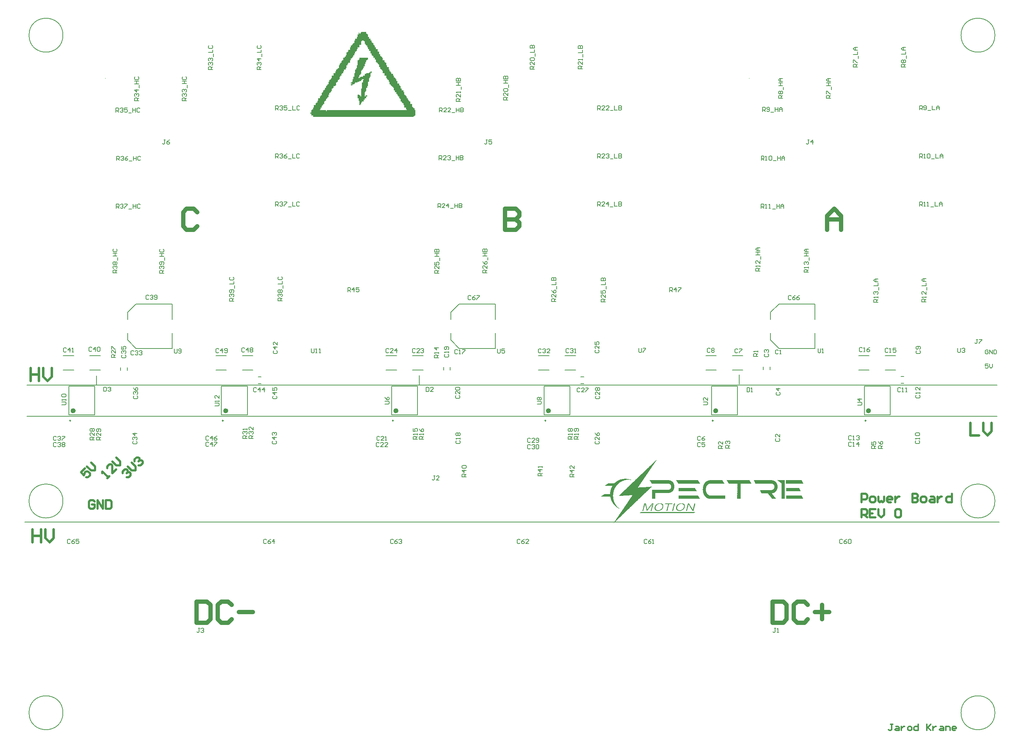
<source format=gto>
G04*
G04 #@! TF.GenerationSoftware,Altium Limited,Altium Designer,18.1.11 (251)*
G04*
G04 Layer_Color=65535*
%FSLAX25Y25*%
%MOIN*%
G70*
G01*
G75*
%ADD10C,0.00984*%
%ADD11C,0.02362*%
%ADD12C,0.00787*%
%ADD13C,0.01968*%
%ADD14C,0.03937*%
%ADD15C,0.01181*%
G36*
X317430Y651901D02*
Y651101D01*
X318230D01*
Y650301D01*
X319030D01*
Y649501D01*
Y648701D01*
Y647901D01*
X319830D01*
Y647101D01*
Y646301D01*
X321430D01*
Y645501D01*
Y644701D01*
X322230D01*
Y643901D01*
Y643101D01*
X323030D01*
Y642301D01*
X323830D01*
Y641501D01*
Y640701D01*
X324630D01*
Y639901D01*
X325430D01*
Y639101D01*
Y638301D01*
X326230D01*
Y637501D01*
Y636701D01*
X327830D01*
Y635901D01*
Y635101D01*
Y634301D01*
X329430D01*
Y633501D01*
Y632701D01*
Y631901D01*
X330230D01*
Y631101D01*
Y630301D01*
X331030D01*
Y629501D01*
X331830D01*
Y628701D01*
X332630D01*
Y627901D01*
Y627101D01*
Y626301D01*
X334230D01*
Y625501D01*
Y624701D01*
X335030D01*
Y623901D01*
X335830D01*
Y623101D01*
Y622301D01*
Y621501D01*
X336630D01*
Y620701D01*
Y619901D01*
X338230D01*
Y619101D01*
Y618301D01*
Y617501D01*
X339030D01*
Y616701D01*
Y615901D01*
X339830D01*
Y615101D01*
X340630D01*
Y614301D01*
Y613501D01*
X342230D01*
Y612701D01*
Y611901D01*
X343030D01*
Y611101D01*
Y610301D01*
X343830D01*
Y609501D01*
X344630D01*
Y608701D01*
X345430D01*
Y607901D01*
Y607101D01*
X346230D01*
Y606301D01*
Y605501D01*
Y604701D01*
X347830D01*
Y603901D01*
Y603101D01*
X348630D01*
Y602301D01*
X349430D01*
Y601501D01*
Y600701D01*
Y599901D01*
X350230D01*
Y599101D01*
Y598301D01*
X351830D01*
Y597501D01*
Y596701D01*
X352630D01*
Y595901D01*
Y595101D01*
Y594301D01*
X353430D01*
Y593501D01*
X354230D01*
Y592701D01*
X355030D01*
Y591901D01*
Y591101D01*
X355830D01*
Y590301D01*
Y589501D01*
X356630D01*
Y588701D01*
X357430D01*
Y587901D01*
X358230D01*
Y587101D01*
Y586301D01*
Y585501D01*
X359830D01*
Y584701D01*
Y583901D01*
Y583101D01*
X360630D01*
Y582301D01*
X361430D01*
Y581501D01*
X362230D01*
Y580701D01*
Y579901D01*
X363030D01*
Y579101D01*
Y578301D01*
Y577501D01*
Y576701D01*
Y575901D01*
Y575101D01*
X362230D01*
Y574301D01*
X361430D01*
Y573501D01*
X267830D01*
Y574301D01*
Y575101D01*
X266230D01*
Y575901D01*
Y576701D01*
X265430D01*
Y577501D01*
X266230D01*
Y578301D01*
Y579101D01*
Y579901D01*
X267030D01*
Y580701D01*
X267830D01*
Y581501D01*
Y582301D01*
X268630D01*
Y583101D01*
Y583901D01*
Y584701D01*
X270230D01*
Y585501D01*
Y586301D01*
X271030D01*
Y587101D01*
X271830D01*
Y587901D01*
Y588701D01*
X272630D01*
Y589501D01*
Y590301D01*
Y591101D01*
X274230D01*
Y591901D01*
Y592701D01*
X275030D01*
Y593501D01*
X275830D01*
Y594301D01*
Y595101D01*
Y595901D01*
X276630D01*
Y596701D01*
X277430D01*
Y597501D01*
Y598301D01*
X278230D01*
Y599101D01*
X279030D01*
Y599901D01*
Y600701D01*
X279830D01*
Y601501D01*
Y602301D01*
X280630D01*
Y603101D01*
X281430D01*
Y603901D01*
X282230D01*
Y604701D01*
Y605501D01*
Y606301D01*
X283030D01*
Y607101D01*
Y607901D01*
X283830D01*
Y608701D01*
X284630D01*
Y609501D01*
X285430D01*
Y610301D01*
Y611101D01*
Y611901D01*
X287030D01*
Y612701D01*
Y613501D01*
Y614301D01*
X288630D01*
Y615101D01*
Y615901D01*
X289430D01*
Y616701D01*
Y617501D01*
X290230D01*
Y618301D01*
X291030D01*
Y619101D01*
X291830D01*
Y619901D01*
Y620701D01*
Y621501D01*
X292630D01*
Y622301D01*
Y623101D01*
X293430D01*
Y623901D01*
X294230D01*
Y624701D01*
Y625501D01*
X295030D01*
Y626301D01*
X295830D01*
Y627101D01*
Y627901D01*
Y628701D01*
X297430D01*
Y629501D01*
X298230D01*
Y630301D01*
Y631101D01*
X299030D01*
Y631901D01*
Y632701D01*
Y633501D01*
X299830D01*
Y634301D01*
X300630D01*
Y635101D01*
Y635901D01*
X302230D01*
Y636701D01*
Y637501D01*
Y638301D01*
X303030D01*
Y639101D01*
Y639901D01*
X303830D01*
Y640701D01*
X304630D01*
Y641501D01*
X305430D01*
Y642301D01*
X306230D01*
Y643101D01*
Y643901D01*
Y644701D01*
X307030D01*
Y645501D01*
Y646301D01*
X308630D01*
Y647101D01*
Y647901D01*
X309430D01*
Y648701D01*
Y649501D01*
Y650301D01*
X310230D01*
Y651101D01*
Y651901D01*
X311030D01*
Y651101D01*
X311830D01*
Y651901D01*
X312630D01*
Y652701D01*
X317430D01*
Y651901D01*
D02*
G37*
G36*
X587667Y255219D02*
X587560D01*
Y255325D01*
X587667D01*
Y255219D01*
D02*
G37*
G36*
X587560Y255113D02*
X587454D01*
Y255219D01*
X587560D01*
Y255113D01*
D02*
G37*
G36*
X559144Y237126D02*
X560208D01*
Y237020D01*
X560847D01*
Y236913D01*
X561379D01*
Y236807D01*
X561805D01*
Y236700D01*
X562230D01*
Y236594D01*
X562550D01*
Y236488D01*
X562869D01*
Y236381D01*
X563188D01*
Y236275D01*
X563401D01*
Y236168D01*
X563614D01*
Y236062D01*
X563827D01*
Y235955D01*
X563295D01*
Y236062D01*
X562550D01*
Y236168D01*
X561592D01*
Y236275D01*
X560102D01*
Y236168D01*
X559037D01*
Y236062D01*
X558399D01*
Y235955D01*
X557867D01*
Y235849D01*
X557441D01*
Y235743D01*
X557015D01*
Y235636D01*
X556696D01*
Y235530D01*
X556483D01*
Y235423D01*
X556164D01*
Y235317D01*
X555845D01*
Y235210D01*
X555632D01*
Y235104D01*
X555419D01*
Y234998D01*
X555100D01*
Y234891D01*
X554887D01*
Y234785D01*
X554674D01*
Y234678D01*
X554461D01*
Y234572D01*
X554248D01*
Y234465D01*
X554142D01*
Y234359D01*
X553929D01*
Y234253D01*
X553716D01*
Y234146D01*
X553610D01*
Y234040D01*
X553397D01*
Y233933D01*
X553290D01*
Y233827D01*
X553078D01*
Y233720D01*
X552971D01*
Y233614D01*
X552758D01*
Y233508D01*
X552652D01*
Y233401D01*
X552545D01*
Y233295D01*
X552332D01*
Y233188D01*
X552226D01*
Y233082D01*
X552120D01*
Y232975D01*
X552013D01*
Y232869D01*
X551907D01*
Y232763D01*
X551694D01*
Y232656D01*
X551587D01*
Y232550D01*
X551481D01*
Y232443D01*
X551375D01*
Y232337D01*
X551268D01*
Y232230D01*
X551162D01*
Y232124D01*
X551055D01*
Y232018D01*
X550949D01*
Y231911D01*
X550843D01*
Y231805D01*
X550736D01*
Y231698D01*
X550630D01*
Y231592D01*
X550523D01*
Y231379D01*
X550417D01*
Y231273D01*
X550310D01*
Y231166D01*
X550204D01*
Y231060D01*
X550098D01*
Y230953D01*
X549991D01*
Y230847D01*
X549885D01*
Y230634D01*
X549778D01*
Y230528D01*
X549672D01*
Y230421D01*
X549565D01*
Y230208D01*
X549459D01*
Y230102D01*
X549353D01*
Y229889D01*
X549246D01*
Y229783D01*
X549140D01*
Y229570D01*
X549033D01*
Y229463D01*
X548927D01*
Y229250D01*
X548820D01*
Y229038D01*
X548714D01*
Y228931D01*
X548607D01*
Y228718D01*
X548501D01*
Y228505D01*
X548395D01*
Y228293D01*
X548288D01*
Y228080D01*
X548182D01*
Y227867D01*
X548075D01*
Y227548D01*
X547969D01*
Y227335D01*
X547862D01*
Y227122D01*
X547756D01*
Y226803D01*
X547650D01*
Y226590D01*
X547543D01*
Y226270D01*
X547437D01*
Y225951D01*
X547330D01*
Y225632D01*
X547224D01*
Y225206D01*
X547118D01*
Y224674D01*
X547011D01*
Y224142D01*
X546905D01*
Y223503D01*
X546798D01*
Y222226D01*
X546692D01*
Y220630D01*
X546798D01*
Y219353D01*
X546905D01*
Y218608D01*
X547011D01*
Y218075D01*
X547118D01*
Y217543D01*
X547224D01*
Y217224D01*
X547330D01*
Y216798D01*
X547437D01*
Y216479D01*
X547543D01*
Y216160D01*
X547650D01*
Y215947D01*
X547756D01*
Y215734D01*
X547862D01*
Y215415D01*
X547969D01*
Y215202D01*
X548075D01*
Y214882D01*
X548182D01*
Y214670D01*
X548288D01*
Y214457D01*
X548395D01*
Y214244D01*
X548501D01*
Y214031D01*
X548607D01*
Y213925D01*
X548714D01*
Y213712D01*
X548820D01*
Y213499D01*
X548927D01*
Y213392D01*
X549033D01*
Y213180D01*
X549140D01*
Y213073D01*
X549246D01*
Y212860D01*
X549353D01*
Y212648D01*
X549459D01*
Y212541D01*
X549565D01*
Y212435D01*
X549672D01*
Y212328D01*
X549778D01*
Y212222D01*
X549885D01*
Y212009D01*
X549991D01*
Y211903D01*
X550098D01*
Y211796D01*
X550204D01*
Y211690D01*
X550310D01*
Y211583D01*
X550417D01*
Y211370D01*
X550523D01*
Y211264D01*
X550630D01*
Y211157D01*
X550736D01*
Y211051D01*
X550843D01*
Y210945D01*
X550949D01*
Y210838D01*
X551055D01*
Y210732D01*
X551162D01*
Y210625D01*
X551268D01*
Y210519D01*
X551375D01*
Y210413D01*
X551587D01*
Y210306D01*
X551694D01*
Y210200D01*
X551800D01*
Y210093D01*
X551907D01*
Y209987D01*
X552013D01*
Y209880D01*
X552120D01*
Y209774D01*
X552332D01*
Y209667D01*
X552439D01*
Y209561D01*
X552545D01*
Y209455D01*
X552652D01*
Y209348D01*
X552332D01*
Y209455D01*
X552120D01*
Y209561D01*
X551800D01*
Y209667D01*
X551694D01*
Y209774D01*
X551481D01*
Y209880D01*
X551268D01*
Y209987D01*
X551162D01*
Y210093D01*
X550949D01*
Y210200D01*
X550843D01*
Y210306D01*
X550630D01*
Y210413D01*
X550523D01*
Y210519D01*
X550310D01*
Y210625D01*
X550204D01*
Y210732D01*
X549991D01*
Y210838D01*
X549885D01*
Y210945D01*
X549778D01*
Y211051D01*
X549672D01*
Y211157D01*
X549459D01*
Y211264D01*
X549353D01*
Y211370D01*
X549246D01*
Y211477D01*
X549140D01*
Y211583D01*
X549033D01*
Y211690D01*
X548927D01*
Y211796D01*
X548820D01*
Y211903D01*
X548714D01*
Y212009D01*
X548607D01*
Y212115D01*
X548501D01*
Y212222D01*
X548395D01*
Y212328D01*
X548288D01*
Y212435D01*
X548182D01*
Y212541D01*
X548075D01*
Y212648D01*
X547969D01*
Y212754D01*
X547862D01*
Y212860D01*
X547756D01*
Y212967D01*
X547650D01*
Y213073D01*
X547543D01*
Y213180D01*
X547437D01*
Y213392D01*
X547330D01*
Y213499D01*
X547224D01*
Y213605D01*
X547118D01*
Y213712D01*
X547011D01*
Y213925D01*
X546905D01*
Y214031D01*
X546798D01*
Y214138D01*
X546692D01*
Y214350D01*
X546585D01*
Y214457D01*
X546479D01*
Y214670D01*
X546373D01*
Y214882D01*
X546266D01*
Y214989D01*
X546160D01*
Y215202D01*
X546053D01*
Y215415D01*
X545947D01*
Y215521D01*
X545840D01*
Y215734D01*
X545734D01*
Y215947D01*
X545627D01*
Y216160D01*
X545521D01*
Y216373D01*
X545415D01*
Y216585D01*
X545308D01*
Y216798D01*
X545202D01*
Y217118D01*
X545095D01*
Y217330D01*
X544989D01*
Y217650D01*
X544882D01*
Y217863D01*
X544776D01*
Y218182D01*
X544670D01*
Y218501D01*
X544563D01*
Y218927D01*
X544457D01*
Y219246D01*
X544350D01*
Y219778D01*
X544244D01*
Y220310D01*
X544137D01*
Y220417D01*
X544031D01*
Y220523D01*
X535304D01*
Y220630D01*
X535517D01*
Y220736D01*
X535623D01*
Y220843D01*
X535730D01*
Y220949D01*
X535943D01*
Y221055D01*
X536049D01*
Y221162D01*
X536262D01*
Y221268D01*
X536368D01*
Y221375D01*
X536581D01*
Y221481D01*
X536688D01*
Y221588D01*
X536900D01*
Y221694D01*
X537007D01*
Y221800D01*
X537113D01*
Y221907D01*
X537326D01*
Y222013D01*
X537432D01*
Y222120D01*
X537645D01*
Y222226D01*
X537752D01*
Y222333D01*
X537965D01*
Y222439D01*
X538071D01*
Y222545D01*
X538284D01*
Y222652D01*
X538390D01*
Y222758D01*
X538497D01*
Y222865D01*
X538710D01*
Y222971D01*
X538816D01*
Y223078D01*
X543925D01*
Y223503D01*
X544031D01*
Y224142D01*
X543925D01*
Y224248D01*
X544031D01*
Y224887D01*
X544137D01*
Y225525D01*
X544244D01*
Y226058D01*
X544350D01*
Y226590D01*
X544457D01*
Y227015D01*
X544563D01*
Y227335D01*
X544670D01*
Y227654D01*
X544776D01*
Y227973D01*
X544882D01*
Y228293D01*
X544989D01*
Y228505D01*
X545095D01*
Y228718D01*
X545202D01*
Y229038D01*
X545308D01*
Y229250D01*
X545415D01*
Y229463D01*
X545521D01*
Y229676D01*
X545627D01*
Y229889D01*
X545734D01*
Y229995D01*
X545840D01*
Y230208D01*
X545947D01*
Y230528D01*
X538710D01*
Y230634D01*
X538923D01*
Y230740D01*
X539135D01*
Y230847D01*
X539242D01*
Y230953D01*
X539348D01*
Y231060D01*
X539561D01*
Y231166D01*
X539668D01*
Y231273D01*
X539880D01*
Y231379D01*
X539987D01*
Y231485D01*
X540200D01*
Y231592D01*
X540306D01*
Y231698D01*
X540519D01*
Y231805D01*
X540625D01*
Y231911D01*
X540732D01*
Y232018D01*
X540945D01*
Y232124D01*
X541051D01*
Y232230D01*
X541264D01*
Y232337D01*
X541370D01*
Y232443D01*
X541583D01*
Y232550D01*
X541690D01*
Y232656D01*
X541902D01*
Y232763D01*
X542009D01*
Y232869D01*
X542115D01*
Y232975D01*
X547969D01*
Y233082D01*
X548075D01*
Y233188D01*
X548182D01*
Y233295D01*
X548288D01*
Y233401D01*
X548395D01*
Y233508D01*
X548501D01*
Y233614D01*
X548607D01*
Y233720D01*
X548820D01*
Y233827D01*
X548927D01*
Y233933D01*
X549033D01*
Y234040D01*
X549140D01*
Y234146D01*
X549246D01*
Y234253D01*
X549459D01*
Y234359D01*
X549565D01*
Y234465D01*
X549778D01*
Y234572D01*
X549885D01*
Y234678D01*
X549991D01*
Y234785D01*
X550204D01*
Y234891D01*
X550310D01*
Y234998D01*
X550523D01*
Y235104D01*
X550630D01*
Y235210D01*
X550843D01*
Y235317D01*
X551055D01*
Y235423D01*
X551268D01*
Y235530D01*
X551481D01*
Y235636D01*
X551587D01*
Y235743D01*
X551800D01*
Y235849D01*
X552013D01*
Y235955D01*
X552226D01*
Y236062D01*
X552545D01*
Y236168D01*
X552758D01*
Y236275D01*
X553078D01*
Y236381D01*
X553397D01*
Y236488D01*
X553716D01*
Y236594D01*
X554035D01*
Y236700D01*
X554461D01*
Y236807D01*
X554887D01*
Y236913D01*
X555419D01*
Y237020D01*
X556058D01*
Y237126D01*
X557015D01*
Y237233D01*
X559144D01*
Y237126D01*
D02*
G37*
G36*
X722086Y235636D02*
X722193D01*
Y235423D01*
X722299D01*
Y235210D01*
X722405D01*
Y234891D01*
X722512D01*
Y234678D01*
X722618D01*
Y234465D01*
X722725D01*
Y234253D01*
X722831D01*
Y234146D01*
X722938D01*
Y233933D01*
X723044D01*
Y233720D01*
X723150D01*
Y233508D01*
X723257D01*
Y233188D01*
X723363D01*
Y232975D01*
X723470D01*
Y232763D01*
X707186D01*
Y233082D01*
X707293D01*
Y235849D01*
X722086D01*
Y235636D01*
D02*
G37*
G36*
X625768D02*
X625875D01*
Y235530D01*
X625981D01*
Y235317D01*
X626088D01*
Y235104D01*
X626194D01*
Y234998D01*
X626300D01*
Y234785D01*
X626407D01*
Y234572D01*
X626513D01*
Y234465D01*
X626620D01*
Y234253D01*
X626726D01*
Y234040D01*
X626833D01*
Y233933D01*
X626939D01*
Y233720D01*
X627045D01*
Y233508D01*
X627152D01*
Y233401D01*
X627258D01*
Y233188D01*
X627365D01*
Y232975D01*
X627471D01*
Y232869D01*
X627578D01*
Y232763D01*
X607143D01*
Y232975D01*
X607037D01*
Y233188D01*
X606930D01*
Y233295D01*
X606824D01*
Y233508D01*
X606718D01*
Y233720D01*
X606611D01*
Y233827D01*
X606505D01*
Y234040D01*
X606398D01*
Y234253D01*
X606292D01*
Y234359D01*
X606185D01*
Y234572D01*
X606079D01*
Y234785D01*
X605973D01*
Y234891D01*
X605866D01*
Y235104D01*
X605760D01*
Y235210D01*
X605653D01*
Y235423D01*
X605547D01*
Y235636D01*
X605440D01*
Y235743D01*
X605334D01*
Y235849D01*
X625768D01*
Y235636D01*
D02*
G37*
G36*
X719638Y228612D02*
X719745D01*
Y228399D01*
X719851D01*
Y228186D01*
X719958D01*
Y227973D01*
X720064D01*
Y227760D01*
X720170D01*
Y227441D01*
X720277D01*
Y227228D01*
X720383D01*
Y227015D01*
X720490D01*
Y226803D01*
X720596D01*
Y226590D01*
X720703D01*
Y226377D01*
X720809D01*
Y226164D01*
X720916D01*
Y225951D01*
X721022D01*
Y225738D01*
X721128D01*
Y225632D01*
X707506D01*
Y225738D01*
X707612D01*
Y228612D01*
X707506D01*
Y228718D01*
X719638D01*
Y228612D01*
D02*
G37*
G36*
X622788Y228505D02*
X622895D01*
Y228399D01*
X623001D01*
Y228186D01*
X623108D01*
Y227973D01*
X623214D01*
Y227867D01*
X623320D01*
Y227548D01*
X623427D01*
Y227441D01*
X623533D01*
Y227228D01*
X623640D01*
Y227122D01*
X623746D01*
Y226909D01*
X623853D01*
Y226696D01*
X623959D01*
Y226590D01*
X624065D01*
Y226377D01*
X624172D01*
Y226164D01*
X624278D01*
Y226058D01*
X624385D01*
Y225845D01*
X624491D01*
Y225738D01*
X624598D01*
Y225632D01*
X607675D01*
Y228718D01*
X622788D01*
Y228505D01*
D02*
G37*
G36*
X722086Y221375D02*
X722193D01*
Y221162D01*
X722299D01*
Y220949D01*
X722405D01*
Y220630D01*
X722512D01*
Y220417D01*
X722618D01*
Y220204D01*
X722725D01*
Y219991D01*
X722831D01*
Y219778D01*
X722938D01*
Y219459D01*
X723044D01*
Y219353D01*
X723150D01*
Y219140D01*
X723257D01*
Y218927D01*
X723363D01*
Y218714D01*
X723470D01*
Y218501D01*
X707506D01*
Y218608D01*
X707612D01*
Y221588D01*
X722086D01*
Y221375D01*
D02*
G37*
G36*
X706441Y218608D02*
X706548D01*
Y218501D01*
X703355D01*
Y232763D01*
X703248D01*
Y232869D01*
X703142D01*
Y232975D01*
X703035D01*
Y233082D01*
X702929D01*
Y233188D01*
X702716D01*
Y233295D01*
X702610D01*
Y233401D01*
X702503D01*
Y233508D01*
X702397D01*
Y233614D01*
X702184D01*
Y233720D01*
X702078D01*
Y233827D01*
X701971D01*
Y233933D01*
X701758D01*
Y234040D01*
X701652D01*
Y234146D01*
X701545D01*
Y234253D01*
X701439D01*
Y234359D01*
X701226D01*
Y234465D01*
X701120D01*
Y234572D01*
X700907D01*
Y234678D01*
X700801D01*
Y234785D01*
X700694D01*
Y234891D01*
X700481D01*
Y234998D01*
X700375D01*
Y235104D01*
X700268D01*
Y235210D01*
X700162D01*
Y235317D01*
X699949D01*
Y235423D01*
X699843D01*
Y235530D01*
X699736D01*
Y235636D01*
X699630D01*
Y235743D01*
X699417D01*
Y235849D01*
X706441D01*
Y218608D01*
D02*
G37*
G36*
X694628Y235743D02*
X695266D01*
Y235636D01*
X695692D01*
Y235530D01*
X695905D01*
Y235423D01*
X696224D01*
Y235317D01*
X696437D01*
Y235210D01*
X696650D01*
Y235104D01*
X696863D01*
Y234998D01*
X696969D01*
Y234891D01*
X697182D01*
Y234785D01*
X697288D01*
Y234678D01*
X697501D01*
Y234572D01*
X697608D01*
Y234465D01*
X697714D01*
Y234359D01*
X697821D01*
Y234253D01*
X697927D01*
Y234146D01*
X698033D01*
Y234040D01*
X698140D01*
Y233933D01*
X698246D01*
Y233720D01*
X698353D01*
Y233614D01*
X698459D01*
Y233508D01*
X698565D01*
Y233295D01*
X698672D01*
Y233188D01*
X698778D01*
Y232975D01*
X698885D01*
Y232763D01*
X698991D01*
Y232656D01*
X699098D01*
Y232337D01*
X699204D01*
Y232018D01*
X699310D01*
Y231698D01*
X699417D01*
Y231379D01*
X699523D01*
Y230740D01*
X699630D01*
Y228718D01*
X699523D01*
Y228186D01*
X699417D01*
Y227760D01*
X699310D01*
Y227441D01*
X699204D01*
Y227228D01*
X699098D01*
Y227015D01*
X698991D01*
Y226803D01*
X698885D01*
Y226590D01*
X698778D01*
Y226377D01*
X698672D01*
Y226164D01*
X698565D01*
Y226058D01*
X698459D01*
Y225845D01*
X698353D01*
Y225738D01*
X698246D01*
Y225632D01*
X698140D01*
Y225525D01*
X698033D01*
Y225419D01*
X697927D01*
Y225313D01*
X697821D01*
Y225206D01*
X697714D01*
Y225100D01*
X697608D01*
Y224993D01*
X697501D01*
Y224887D01*
X697395D01*
Y224780D01*
X697182D01*
Y224674D01*
X697076D01*
Y224568D01*
X696863D01*
Y224461D01*
X696650D01*
Y224355D01*
X696437D01*
Y224248D01*
X696224D01*
Y224142D01*
X696011D01*
Y224035D01*
X695692D01*
Y223929D01*
X695373D01*
Y223823D01*
X694947D01*
Y223716D01*
X694202D01*
Y223503D01*
X694308D01*
Y223397D01*
X694415D01*
Y223290D01*
X694521D01*
Y223078D01*
X694628D01*
Y222971D01*
X694734D01*
Y222865D01*
X694840D01*
Y222758D01*
X694947D01*
Y222652D01*
X695053D01*
Y222439D01*
X695160D01*
Y222333D01*
X695266D01*
Y222226D01*
X695373D01*
Y222120D01*
X695479D01*
Y221907D01*
X695585D01*
Y221800D01*
X695692D01*
Y221588D01*
X695905D01*
Y221375D01*
X696011D01*
Y221268D01*
X696118D01*
Y221162D01*
X696224D01*
Y221055D01*
X696330D01*
Y220949D01*
X696437D01*
Y220736D01*
X696543D01*
Y220630D01*
X696650D01*
Y220417D01*
X696863D01*
Y220204D01*
X696969D01*
Y220098D01*
X697076D01*
Y219885D01*
X697288D01*
Y219778D01*
X697395D01*
Y219565D01*
X697501D01*
Y219459D01*
X697608D01*
Y219246D01*
X697821D01*
Y219033D01*
X697927D01*
Y218927D01*
X698033D01*
Y218714D01*
X698246D01*
Y218608D01*
X698353D01*
Y218501D01*
X694628D01*
Y218608D01*
X694521D01*
Y218714D01*
X694415D01*
Y218927D01*
X694308D01*
Y219033D01*
X694202D01*
Y219140D01*
X694096D01*
Y219246D01*
X693989D01*
Y219459D01*
X693883D01*
Y219565D01*
X693776D01*
Y219672D01*
X693670D01*
Y219778D01*
X693563D01*
Y219991D01*
X693457D01*
Y220098D01*
X693351D01*
Y220204D01*
X693244D01*
Y220310D01*
X693138D01*
Y220417D01*
X693031D01*
Y220630D01*
X692925D01*
Y220736D01*
X692818D01*
Y220843D01*
X692712D01*
Y220949D01*
X692605D01*
Y221162D01*
X692499D01*
Y221268D01*
X692393D01*
Y221481D01*
X692180D01*
Y221694D01*
X692073D01*
Y221800D01*
X691967D01*
Y222013D01*
X691754D01*
Y222226D01*
X691648D01*
Y222333D01*
X691541D01*
Y222439D01*
X691435D01*
Y222652D01*
X691328D01*
Y222758D01*
X691222D01*
Y222865D01*
X691116D01*
Y222971D01*
X691009D01*
Y223184D01*
X690903D01*
Y223290D01*
X690796D01*
Y223397D01*
X690690D01*
Y223503D01*
X690583D01*
Y223610D01*
X684623D01*
Y223716D01*
X684517D01*
Y224035D01*
X684410D01*
Y224248D01*
X684304D01*
Y224461D01*
X684198D01*
Y224780D01*
X684091D01*
Y224993D01*
X683985D01*
Y225206D01*
X683878D01*
Y225419D01*
X683772D01*
Y225632D01*
X683666D01*
Y225845D01*
X683559D01*
Y226058D01*
X683453D01*
Y226270D01*
X683346D01*
Y226483D01*
X683240D01*
Y226696D01*
X693457D01*
Y226803D01*
X694308D01*
Y226909D01*
X694734D01*
Y227015D01*
X694947D01*
Y227122D01*
X695160D01*
Y227228D01*
X695373D01*
Y227335D01*
X695479D01*
Y227441D01*
X695585D01*
Y227548D01*
X695798D01*
Y227654D01*
X695905D01*
Y227760D01*
X696011D01*
Y227973D01*
X696118D01*
Y228080D01*
X696224D01*
Y228293D01*
X696330D01*
Y228399D01*
X696437D01*
Y228612D01*
X696543D01*
Y228931D01*
X696650D01*
Y229676D01*
X696756D01*
Y229889D01*
X696650D01*
Y230634D01*
X696543D01*
Y230953D01*
X696437D01*
Y231060D01*
X696330D01*
Y231273D01*
X696224D01*
Y231379D01*
X696118D01*
Y231592D01*
X696011D01*
Y231698D01*
X695905D01*
Y231805D01*
X695798D01*
Y231911D01*
X695692D01*
Y232018D01*
X695585D01*
Y232124D01*
X695373D01*
Y232230D01*
X695266D01*
Y232337D01*
X695053D01*
Y232443D01*
X694840D01*
Y232550D01*
X694521D01*
Y232656D01*
X693989D01*
Y232763D01*
X678876D01*
Y232975D01*
X678770D01*
Y233188D01*
X678663D01*
Y233401D01*
X678557D01*
Y233614D01*
X678450D01*
Y233827D01*
X678344D01*
Y234040D01*
X678238D01*
Y234359D01*
X678131D01*
Y234572D01*
X678025D01*
Y234785D01*
X677918D01*
Y234998D01*
X677812D01*
Y235210D01*
X677705D01*
Y235530D01*
X677599D01*
Y235743D01*
X677493D01*
Y235849D01*
X694628D01*
Y235743D01*
D02*
G37*
G36*
X673448D02*
X673555D01*
Y235530D01*
X673661D01*
Y235423D01*
X673768D01*
Y235210D01*
X673874D01*
Y234998D01*
X673981D01*
Y234891D01*
X674087D01*
Y234678D01*
X674193D01*
Y234465D01*
X674300D01*
Y234359D01*
X674406D01*
Y234146D01*
X674513D01*
Y234040D01*
X674619D01*
Y233827D01*
X674725D01*
Y233614D01*
X674832D01*
Y233508D01*
X674938D01*
Y233188D01*
X675045D01*
Y233082D01*
X675151D01*
Y232975D01*
X675258D01*
Y232763D01*
X665253D01*
Y218501D01*
X662060D01*
Y222439D01*
X662167D01*
Y222652D01*
X662060D01*
Y222758D01*
X662167D01*
Y223078D01*
X662060D01*
Y223184D01*
X662167D01*
Y223397D01*
X662060D01*
Y223503D01*
X662167D01*
Y223716D01*
X662060D01*
Y223823D01*
X662167D01*
Y224035D01*
X662060D01*
Y224142D01*
X662167D01*
Y224355D01*
X662060D01*
Y224461D01*
X662167D01*
Y224674D01*
X662060D01*
Y224780D01*
X662167D01*
Y224993D01*
X662060D01*
Y225100D01*
X662167D01*
Y225313D01*
X662060D01*
Y225632D01*
X662167D01*
Y225951D01*
X662060D01*
Y226058D01*
X662167D01*
Y226270D01*
X662060D01*
Y226377D01*
X662167D01*
Y226590D01*
X662060D01*
Y226696D01*
X662167D01*
Y226909D01*
X662060D01*
Y227015D01*
X662167D01*
Y227228D01*
X662060D01*
Y227335D01*
X662167D01*
Y227548D01*
X662060D01*
Y227654D01*
X662167D01*
Y227867D01*
X662060D01*
Y227973D01*
X662167D01*
Y228293D01*
X662060D01*
Y228399D01*
X662167D01*
Y228612D01*
X662060D01*
Y228825D01*
X662167D01*
Y232763D01*
X654185D01*
Y232869D01*
X654078D01*
Y233082D01*
X653972D01*
Y233188D01*
X653865D01*
Y233401D01*
X653759D01*
Y233614D01*
X653653D01*
Y233720D01*
X653546D01*
Y233933D01*
X653440D01*
Y234146D01*
X653333D01*
Y234253D01*
X653227D01*
Y234465D01*
X653121D01*
Y234572D01*
X653014D01*
Y234785D01*
X652908D01*
Y234998D01*
X652801D01*
Y235104D01*
X652695D01*
Y235317D01*
X652588D01*
Y235530D01*
X652482D01*
Y235636D01*
X652376D01*
Y235849D01*
X673448D01*
Y235743D01*
D02*
G37*
G36*
X648331Y235636D02*
X648438D01*
Y235530D01*
X648544D01*
Y235317D01*
X648651D01*
Y235104D01*
X648757D01*
Y234998D01*
X648863D01*
Y234785D01*
X648970D01*
Y234572D01*
X649076D01*
Y234465D01*
X649183D01*
Y234253D01*
X649289D01*
Y234146D01*
X649395D01*
Y233933D01*
X649502D01*
Y233720D01*
X649608D01*
Y233614D01*
X649715D01*
Y233401D01*
X649821D01*
Y233188D01*
X649928D01*
Y232975D01*
X650034D01*
Y232869D01*
X650140D01*
Y232763D01*
X636624D01*
Y232656D01*
X636198D01*
Y232550D01*
X635879D01*
Y232443D01*
X635666D01*
Y232337D01*
X635453D01*
Y232230D01*
X635240D01*
Y232124D01*
X635134D01*
Y232018D01*
X635028D01*
Y231911D01*
X634921D01*
Y231805D01*
X634815D01*
Y231698D01*
X634708D01*
Y231592D01*
X634602D01*
Y231485D01*
X634495D01*
Y231379D01*
X634389D01*
Y231273D01*
X634283D01*
Y231166D01*
X634176D01*
Y230953D01*
X634070D01*
Y230847D01*
X633963D01*
Y230634D01*
X633857D01*
Y230528D01*
X633750D01*
Y230315D01*
X633644D01*
Y230102D01*
X633538D01*
Y229889D01*
X633431D01*
Y229570D01*
X633325D01*
Y229144D01*
X633218D01*
Y228612D01*
X633112D01*
Y227654D01*
X633005D01*
Y226696D01*
X633112D01*
Y225632D01*
X633218D01*
Y225206D01*
X633325D01*
Y224780D01*
X633431D01*
Y224568D01*
X633538D01*
Y224248D01*
X633644D01*
Y224035D01*
X633750D01*
Y223823D01*
X633857D01*
Y223716D01*
X633963D01*
Y223503D01*
X634070D01*
Y223397D01*
X634176D01*
Y223184D01*
X634283D01*
Y223078D01*
X634389D01*
Y222971D01*
X634495D01*
Y222865D01*
X634602D01*
Y222758D01*
X634708D01*
Y222652D01*
X634815D01*
Y222545D01*
X634921D01*
Y222439D01*
X635134D01*
Y222333D01*
X635240D01*
Y222226D01*
X635453D01*
Y222120D01*
X635560D01*
Y222013D01*
X635773D01*
Y221907D01*
X636092D01*
Y221800D01*
X636411D01*
Y221694D01*
X636943D01*
Y221588D01*
X650885D01*
Y218501D01*
X636411D01*
Y218608D01*
X635773D01*
Y218714D01*
X635347D01*
Y218820D01*
X634921D01*
Y218927D01*
X634708D01*
Y219033D01*
X634495D01*
Y219140D01*
X634283D01*
Y219246D01*
X634070D01*
Y219353D01*
X633963D01*
Y219459D01*
X633750D01*
Y219565D01*
X633538D01*
Y219672D01*
X633431D01*
Y219778D01*
X633325D01*
Y219885D01*
X633112D01*
Y219991D01*
X633005D01*
Y220098D01*
X632899D01*
Y220204D01*
X632793D01*
Y220310D01*
X632580D01*
Y220417D01*
X632473D01*
Y220523D01*
X632367D01*
Y220736D01*
X632260D01*
Y220843D01*
X632154D01*
Y220949D01*
X632048D01*
Y221162D01*
X631941D01*
Y221268D01*
X631835D01*
Y221375D01*
X631728D01*
Y221588D01*
X631622D01*
Y221694D01*
X631515D01*
Y221907D01*
X631409D01*
Y222013D01*
X631303D01*
Y222226D01*
X631196D01*
Y222439D01*
X631090D01*
Y222652D01*
X630983D01*
Y222971D01*
X630877D01*
Y223184D01*
X630770D01*
Y223397D01*
X630664D01*
Y223716D01*
X630558D01*
Y224035D01*
X630451D01*
Y224461D01*
X630345D01*
Y224887D01*
X630238D01*
Y225525D01*
X630132D01*
Y226803D01*
X630025D01*
Y227654D01*
X630132D01*
Y228293D01*
X630025D01*
Y228399D01*
X630132D01*
Y228931D01*
X630238D01*
Y229570D01*
X630345D01*
Y229995D01*
X630451D01*
Y230421D01*
X630558D01*
Y230740D01*
X630664D01*
Y231060D01*
X630770D01*
Y231379D01*
X630877D01*
Y231592D01*
X630983D01*
Y231805D01*
X631090D01*
Y232018D01*
X631196D01*
Y232230D01*
X631303D01*
Y232443D01*
X631409D01*
Y232656D01*
X631515D01*
Y232763D01*
X631622D01*
Y232869D01*
X631728D01*
Y233082D01*
X631835D01*
Y233188D01*
X631941D01*
Y233401D01*
X632048D01*
Y233508D01*
X632154D01*
Y233614D01*
X632260D01*
Y233720D01*
X632367D01*
Y233827D01*
X632473D01*
Y233933D01*
X632580D01*
Y234040D01*
X632686D01*
Y234146D01*
X632793D01*
Y234253D01*
X632899D01*
Y234359D01*
X633005D01*
Y234465D01*
X633112D01*
Y234572D01*
X633325D01*
Y234678D01*
X633431D01*
Y234785D01*
X633538D01*
Y234891D01*
X633750D01*
Y234998D01*
X633963D01*
Y235104D01*
X634176D01*
Y235210D01*
X634389D01*
Y235317D01*
X634602D01*
Y235423D01*
X634921D01*
Y235530D01*
X635347D01*
Y235636D01*
X635666D01*
Y235743D01*
X636305D01*
Y235849D01*
X648331D01*
Y235636D01*
D02*
G37*
G36*
X625768Y221375D02*
X625875D01*
Y221162D01*
X625981D01*
Y221055D01*
X626088D01*
Y220843D01*
X626194D01*
Y220736D01*
X626300D01*
Y220523D01*
X626407D01*
Y220310D01*
X626513D01*
Y220204D01*
X626620D01*
Y219991D01*
X626726D01*
Y219778D01*
X626833D01*
Y219672D01*
X626939D01*
Y219459D01*
X627045D01*
Y219246D01*
X627152D01*
Y219140D01*
X627258D01*
Y218927D01*
X627365D01*
Y218714D01*
X627471D01*
Y218608D01*
X627578D01*
Y218501D01*
X607675D01*
Y221588D01*
X625768D01*
Y221375D01*
D02*
G37*
G36*
X598948Y235743D02*
X599587D01*
Y235636D01*
X599906D01*
Y235530D01*
X600225D01*
Y235423D01*
X600545D01*
Y235317D01*
X600758D01*
Y235210D01*
X600864D01*
Y235104D01*
X601077D01*
Y234998D01*
X601183D01*
Y234891D01*
X601396D01*
Y234785D01*
X601503D01*
Y234678D01*
X601609D01*
Y234572D01*
X601822D01*
Y234465D01*
X601928D01*
Y234359D01*
X602035D01*
Y234253D01*
X602141D01*
Y234146D01*
X602248D01*
Y234040D01*
X602354D01*
Y233827D01*
X602460D01*
Y233720D01*
X602567D01*
Y233614D01*
X602673D01*
Y233401D01*
X602780D01*
Y233295D01*
X602886D01*
Y232975D01*
X602993D01*
Y232869D01*
X603099D01*
Y232550D01*
X603205D01*
Y232337D01*
X603312D01*
Y232018D01*
X603418D01*
Y231698D01*
X603525D01*
Y231273D01*
X603631D01*
Y230528D01*
X603738D01*
Y229357D01*
X603631D01*
Y229144D01*
X603738D01*
Y229038D01*
X603631D01*
Y228718D01*
X603525D01*
Y228293D01*
X603418D01*
Y227867D01*
X603312D01*
Y227654D01*
X603205D01*
Y227335D01*
X603099D01*
Y227122D01*
X602993D01*
Y226909D01*
X602886D01*
Y226696D01*
X602780D01*
Y226483D01*
X602673D01*
Y226377D01*
X602567D01*
Y226270D01*
X602460D01*
Y226058D01*
X602354D01*
Y225951D01*
X602248D01*
Y225845D01*
X602141D01*
Y225738D01*
X602035D01*
Y225632D01*
X601928D01*
Y225525D01*
X601822D01*
Y225419D01*
X601715D01*
Y225313D01*
X601609D01*
Y225206D01*
X601396D01*
Y225100D01*
X601290D01*
Y224993D01*
X601183D01*
Y224887D01*
X600970D01*
Y224780D01*
X600758D01*
Y224674D01*
X600545D01*
Y224568D01*
X600332D01*
Y224461D01*
X600119D01*
Y224355D01*
X599693D01*
Y224248D01*
X599268D01*
Y224142D01*
X598097D01*
Y224035D01*
X586070D01*
Y218501D01*
X582984D01*
Y227015D01*
X598416D01*
Y227122D01*
X598842D01*
Y227228D01*
X599161D01*
Y227335D01*
X599374D01*
Y227441D01*
X599480D01*
Y227548D01*
X599693D01*
Y227654D01*
X599800D01*
Y227760D01*
X599906D01*
Y227867D01*
X600013D01*
Y227973D01*
X600119D01*
Y228080D01*
X600225D01*
Y228293D01*
X600332D01*
Y228505D01*
X600438D01*
Y228718D01*
X600545D01*
Y229038D01*
X600651D01*
Y229676D01*
X600758D01*
Y229995D01*
X600651D01*
Y230740D01*
X600545D01*
Y231060D01*
X600438D01*
Y231273D01*
X600332D01*
Y231485D01*
X600225D01*
Y231592D01*
X600119D01*
Y231805D01*
X600013D01*
Y231911D01*
X599906D01*
Y232018D01*
X599800D01*
Y232124D01*
X599587D01*
Y232230D01*
X599480D01*
Y232337D01*
X599268D01*
Y232443D01*
X599055D01*
Y232550D01*
X598735D01*
Y232656D01*
X597990D01*
Y232763D01*
X582558D01*
Y232869D01*
X582452D01*
Y233082D01*
X582345D01*
Y233295D01*
X582239D01*
Y233401D01*
X582132D01*
Y233614D01*
X582026D01*
Y233827D01*
X581920D01*
Y233933D01*
X581813D01*
Y234146D01*
X581707D01*
Y234359D01*
X581600D01*
Y234465D01*
X581494D01*
Y234678D01*
X581388D01*
Y234891D01*
X581281D01*
Y234998D01*
X581175D01*
Y235210D01*
X581068D01*
Y235423D01*
X580962D01*
Y235530D01*
X580855D01*
Y235743D01*
X580749D01*
Y235849D01*
X598948D01*
Y235743D01*
D02*
G37*
G36*
X584261Y214138D02*
X584155D01*
Y213712D01*
X584048D01*
Y213286D01*
X583942D01*
Y212860D01*
X583835D01*
Y212328D01*
X583729D01*
Y212009D01*
X583623D01*
Y211583D01*
X583516D01*
Y211051D01*
X583410D01*
Y210838D01*
X583303D01*
Y210732D01*
X583410D01*
Y210625D01*
X583303D01*
Y210413D01*
X583197D01*
Y209987D01*
X583090D01*
Y209561D01*
X582984D01*
Y209135D01*
X582877D01*
Y208710D01*
X582771D01*
Y208284D01*
X582665D01*
Y207858D01*
X582558D01*
Y207433D01*
X581600D01*
Y207539D01*
X581707D01*
Y207965D01*
X581813D01*
Y208390D01*
X581920D01*
Y208816D01*
X582026D01*
Y209135D01*
X582132D01*
Y209561D01*
X582239D01*
Y209987D01*
X582345D01*
Y210413D01*
X582452D01*
Y210838D01*
X582558D01*
Y211264D01*
X582665D01*
Y211583D01*
X582771D01*
Y212115D01*
X582877D01*
Y212435D01*
X582984D01*
Y212754D01*
X583090D01*
Y213073D01*
X583197D01*
Y213499D01*
X582984D01*
Y213286D01*
X582877D01*
Y213180D01*
X582771D01*
Y213073D01*
X582665D01*
Y212860D01*
X582558D01*
Y212754D01*
X582452D01*
Y212541D01*
X582345D01*
Y212435D01*
X582239D01*
Y212328D01*
X582132D01*
Y212115D01*
X582026D01*
Y212009D01*
X581920D01*
Y211903D01*
X581813D01*
Y211796D01*
X581707D01*
Y211583D01*
X581600D01*
Y211477D01*
X581494D01*
Y211370D01*
X581388D01*
Y211157D01*
X581281D01*
Y211051D01*
X581175D01*
Y210945D01*
X581068D01*
Y210838D01*
X580962D01*
Y210625D01*
X580855D01*
Y210519D01*
X580749D01*
Y210413D01*
X580643D01*
Y210200D01*
X580536D01*
Y210093D01*
X580430D01*
Y209987D01*
X580323D01*
Y209880D01*
X580217D01*
Y209667D01*
X580110D01*
Y209561D01*
X580004D01*
Y209455D01*
X579897D01*
Y209242D01*
X579791D01*
Y209135D01*
X579685D01*
Y208923D01*
X579472D01*
Y208710D01*
X579365D01*
Y208603D01*
X579259D01*
Y208390D01*
X579152D01*
Y208284D01*
X579046D01*
Y208177D01*
X578940D01*
Y207965D01*
X578833D01*
Y207858D01*
X578727D01*
Y207752D01*
X578620D01*
Y207645D01*
X578514D01*
Y207433D01*
X577982D01*
Y207858D01*
X577875D01*
Y208284D01*
X577769D01*
Y208710D01*
X577663D01*
Y209135D01*
X577556D01*
Y209561D01*
X577450D01*
Y209987D01*
X577343D01*
Y210413D01*
X577237D01*
Y210732D01*
X577130D01*
Y211157D01*
X577024D01*
Y211583D01*
X576918D01*
Y212009D01*
X576811D01*
Y212435D01*
X576705D01*
Y212967D01*
X576598D01*
Y213392D01*
X576492D01*
Y213499D01*
X576279D01*
Y212967D01*
X576172D01*
Y212435D01*
X576066D01*
Y211903D01*
X575960D01*
Y211477D01*
X575853D01*
Y211051D01*
X575747D01*
Y210732D01*
X575640D01*
Y210306D01*
X575534D01*
Y209880D01*
X575427D01*
Y209455D01*
X575321D01*
Y209029D01*
X575215D01*
Y208603D01*
X575108D01*
Y208177D01*
X575002D01*
Y207752D01*
X574895D01*
Y207433D01*
X573938D01*
Y207539D01*
X574044D01*
Y207858D01*
X574150D01*
Y208284D01*
X574257D01*
Y208710D01*
X574363D01*
Y209135D01*
X574470D01*
Y209561D01*
X574576D01*
Y209987D01*
X574683D01*
Y210306D01*
X574789D01*
Y210732D01*
X574895D01*
Y211157D01*
X575002D01*
Y211690D01*
X575108D01*
Y212115D01*
X575215D01*
Y212435D01*
X575321D01*
Y212860D01*
X575427D01*
Y213286D01*
X575534D01*
Y213712D01*
X575640D01*
Y214138D01*
X575747D01*
Y214350D01*
X577130D01*
Y214244D01*
X577237D01*
Y213818D01*
X577343D01*
Y213392D01*
X577450D01*
Y212967D01*
X577556D01*
Y212541D01*
X577663D01*
Y212115D01*
X577769D01*
Y211690D01*
X577875D01*
Y211157D01*
X577982D01*
Y210732D01*
X578088D01*
Y210306D01*
X578195D01*
Y209880D01*
X578301D01*
Y209561D01*
X578407D01*
Y208923D01*
X578514D01*
Y208710D01*
X578727D01*
Y208923D01*
X578833D01*
Y209029D01*
X578940D01*
Y209242D01*
X579046D01*
Y209348D01*
X579152D01*
Y209455D01*
X579259D01*
Y209667D01*
X579365D01*
Y209774D01*
X579472D01*
Y209987D01*
X579578D01*
Y210093D01*
X579685D01*
Y210200D01*
X579791D01*
Y210413D01*
X579897D01*
Y210519D01*
X580004D01*
Y210625D01*
X580110D01*
Y210838D01*
X580217D01*
Y210945D01*
X580323D01*
Y211051D01*
X580430D01*
Y211264D01*
X580536D01*
Y211370D01*
X580643D01*
Y211477D01*
X580749D01*
Y211583D01*
X580855D01*
Y211796D01*
X580962D01*
Y211903D01*
X581068D01*
Y212009D01*
X581175D01*
Y212222D01*
X581281D01*
Y212328D01*
X581388D01*
Y212435D01*
X581494D01*
Y212541D01*
X581600D01*
Y212754D01*
X581707D01*
Y212860D01*
X581813D01*
Y212967D01*
X581920D01*
Y213180D01*
X582026D01*
Y213286D01*
X582132D01*
Y213392D01*
X582239D01*
Y213605D01*
X582345D01*
Y213712D01*
X582452D01*
Y213818D01*
X582558D01*
Y213925D01*
X582665D01*
Y214138D01*
X582771D01*
Y214244D01*
X582877D01*
Y214350D01*
X584261D01*
Y214138D01*
D02*
G37*
G36*
X623214Y214244D02*
X623108D01*
Y213712D01*
X623001D01*
Y213286D01*
X622895D01*
Y212860D01*
X622788D01*
Y212435D01*
X622682D01*
Y212222D01*
X622575D01*
Y211796D01*
X622469D01*
Y211370D01*
X622363D01*
Y210945D01*
X622256D01*
Y210519D01*
X622150D01*
Y209987D01*
X622043D01*
Y209667D01*
X621937D01*
Y209242D01*
X621830D01*
Y208710D01*
X621724D01*
Y208284D01*
X621618D01*
Y207858D01*
X621511D01*
Y207433D01*
X620447D01*
Y207645D01*
X620340D01*
Y207752D01*
X620234D01*
Y207965D01*
X620128D01*
Y208071D01*
X620021D01*
Y208284D01*
X619915D01*
Y208497D01*
X619808D01*
Y208603D01*
X619702D01*
Y208816D01*
X619595D01*
Y209029D01*
X619489D01*
Y209135D01*
X619383D01*
Y209348D01*
X619276D01*
Y209561D01*
X619170D01*
Y209667D01*
X619063D01*
Y209880D01*
X618957D01*
Y209987D01*
X618850D01*
Y210200D01*
X618744D01*
Y210413D01*
X618638D01*
Y210519D01*
X618531D01*
Y210732D01*
X618425D01*
Y210945D01*
X618318D01*
Y211051D01*
X618212D01*
Y211264D01*
X618105D01*
Y211477D01*
X617999D01*
Y211690D01*
X617893D01*
Y211796D01*
X617786D01*
Y212009D01*
X617680D01*
Y212222D01*
X617573D01*
Y212435D01*
X617467D01*
Y212541D01*
X617360D01*
Y212754D01*
X617254D01*
Y212967D01*
X617148D01*
Y213180D01*
X617041D01*
Y213286D01*
X616828D01*
Y212860D01*
X616722D01*
Y212222D01*
X616615D01*
Y211796D01*
X616509D01*
Y211264D01*
X616403D01*
Y211051D01*
X616296D01*
Y210945D01*
X616403D01*
Y210838D01*
X616296D01*
Y210625D01*
X616190D01*
Y210200D01*
X616083D01*
Y209774D01*
X615977D01*
Y209348D01*
X615870D01*
Y208923D01*
X615764D01*
Y208497D01*
X615658D01*
Y208071D01*
X615551D01*
Y207645D01*
X615445D01*
Y207433D01*
X614593D01*
Y207752D01*
X614700D01*
Y208177D01*
X614806D01*
Y208603D01*
X614913D01*
Y209029D01*
X615019D01*
Y209348D01*
X615125D01*
Y209774D01*
X615232D01*
Y210200D01*
X615338D01*
Y210625D01*
X615445D01*
Y211051D01*
X615551D01*
Y211477D01*
X615658D01*
Y211903D01*
X615764D01*
Y212328D01*
X615870D01*
Y212754D01*
X615977D01*
Y213180D01*
X616083D01*
Y213605D01*
X616190D01*
Y214031D01*
X616296D01*
Y214350D01*
X617360D01*
Y214138D01*
X617467D01*
Y213925D01*
X617573D01*
Y213818D01*
X617680D01*
Y213605D01*
X617786D01*
Y213392D01*
X617893D01*
Y213286D01*
X617999D01*
Y213073D01*
X618105D01*
Y212860D01*
X618212D01*
Y212754D01*
X618318D01*
Y212541D01*
X618425D01*
Y212328D01*
X618531D01*
Y212222D01*
X618638D01*
Y212009D01*
X618744D01*
Y211796D01*
X618850D01*
Y211690D01*
X618957D01*
Y211477D01*
X619063D01*
Y211264D01*
X619170D01*
Y211157D01*
X619276D01*
Y210945D01*
X619383D01*
Y210732D01*
X619489D01*
Y210625D01*
X619595D01*
Y210413D01*
X619702D01*
Y210200D01*
X619808D01*
Y210093D01*
X619915D01*
Y209880D01*
X620021D01*
Y209667D01*
X620128D01*
Y209561D01*
X620234D01*
Y209348D01*
X620340D01*
Y209135D01*
X620447D01*
Y208923D01*
X620553D01*
Y208710D01*
X620660D01*
Y208497D01*
X620873D01*
Y208603D01*
X620979D01*
Y209242D01*
X621085D01*
Y209667D01*
X621192D01*
Y210200D01*
X621298D01*
Y210625D01*
X621405D01*
Y210945D01*
X621511D01*
Y211370D01*
X621618D01*
Y211796D01*
X621724D01*
Y212222D01*
X621830D01*
Y212648D01*
X621937D01*
Y213073D01*
X622043D01*
Y213499D01*
X622150D01*
Y213925D01*
X622256D01*
Y214350D01*
X623214D01*
Y214244D01*
D02*
G37*
G36*
X604270Y214138D02*
X604163D01*
Y213712D01*
X604057D01*
Y213286D01*
X603950D01*
Y212860D01*
X603844D01*
Y212435D01*
X603738D01*
Y212009D01*
X603631D01*
Y211690D01*
X603525D01*
Y211264D01*
X603418D01*
Y210945D01*
X603312D01*
Y210519D01*
X603205D01*
Y209987D01*
X603099D01*
Y209561D01*
X602993D01*
Y209135D01*
X602886D01*
Y208710D01*
X602780D01*
Y208284D01*
X602673D01*
Y207858D01*
X602567D01*
Y207433D01*
X601609D01*
Y207645D01*
X601715D01*
Y208071D01*
X601822D01*
Y208497D01*
X601928D01*
Y208923D01*
X602035D01*
Y209348D01*
X602141D01*
Y209774D01*
X602248D01*
Y210093D01*
X602354D01*
Y210519D01*
X602460D01*
Y210945D01*
X602567D01*
Y211370D01*
X602673D01*
Y211796D01*
X602780D01*
Y212222D01*
X602886D01*
Y212541D01*
X602993D01*
Y213073D01*
X603099D01*
Y213499D01*
X603205D01*
Y213925D01*
X603312D01*
Y214350D01*
X604270D01*
Y214138D01*
D02*
G37*
G36*
X601822Y214031D02*
X601715D01*
Y213712D01*
X598842D01*
Y213605D01*
X598735D01*
Y213180D01*
X598629D01*
Y212967D01*
X598523D01*
Y212860D01*
X598629D01*
Y212754D01*
X598523D01*
Y212541D01*
X598416D01*
Y212115D01*
X598310D01*
Y211690D01*
X598203D01*
Y211264D01*
X598097D01*
Y210838D01*
X597990D01*
Y210413D01*
X597884D01*
Y209880D01*
X597778D01*
Y209561D01*
X597671D01*
Y209135D01*
X597565D01*
Y208603D01*
X597458D01*
Y208177D01*
X597352D01*
Y207965D01*
X597245D01*
Y207858D01*
X597352D01*
Y207752D01*
X597245D01*
Y207433D01*
X596288D01*
Y207539D01*
X596394D01*
Y207965D01*
X596500D01*
Y208390D01*
X596607D01*
Y208816D01*
X596713D01*
Y209242D01*
X596820D01*
Y209667D01*
X596926D01*
Y210093D01*
X597032D01*
Y210519D01*
X597139D01*
Y210945D01*
X597245D01*
Y211264D01*
X597352D01*
Y211690D01*
X597458D01*
Y212115D01*
X597565D01*
Y212541D01*
X597671D01*
Y212967D01*
X597778D01*
Y213392D01*
X597884D01*
Y213605D01*
X597778D01*
Y213712D01*
X595010D01*
Y213925D01*
X595117D01*
Y214350D01*
X601822D01*
Y214031D01*
D02*
G37*
G36*
X611400Y214350D02*
X611720D01*
Y214244D01*
X612039D01*
Y214138D01*
X612252D01*
Y214031D01*
X612358D01*
Y213925D01*
X612571D01*
Y213818D01*
X612678D01*
Y213712D01*
X612784D01*
Y213605D01*
X612890D01*
Y213499D01*
X612997D01*
Y213286D01*
X613103D01*
Y213180D01*
X613210D01*
Y212967D01*
X613316D01*
Y212648D01*
X613423D01*
Y211051D01*
X613316D01*
Y210732D01*
X613210D01*
Y210306D01*
X613103D01*
Y210093D01*
X612997D01*
Y209880D01*
X612890D01*
Y209667D01*
X612784D01*
Y209561D01*
X612678D01*
Y209348D01*
X612571D01*
Y209242D01*
X612465D01*
Y209135D01*
X612358D01*
Y209029D01*
X612252D01*
Y208816D01*
X612145D01*
Y208710D01*
X612039D01*
Y208603D01*
X611826D01*
Y208497D01*
X611720D01*
Y208390D01*
X611613D01*
Y208284D01*
X611507D01*
Y208177D01*
X611294D01*
Y208071D01*
X611081D01*
Y207965D01*
X610975D01*
Y207858D01*
X610762D01*
Y207752D01*
X610443D01*
Y207645D01*
X610230D01*
Y207539D01*
X609804D01*
Y207433D01*
X609485D01*
Y207326D01*
X607463D01*
Y207433D01*
X607143D01*
Y207539D01*
X606824D01*
Y207645D01*
X606611D01*
Y207752D01*
X606398D01*
Y207858D01*
X606185D01*
Y207965D01*
X606079D01*
Y208071D01*
X605973D01*
Y208177D01*
X605866D01*
Y208284D01*
X605760D01*
Y208390D01*
X605653D01*
Y208603D01*
X605547D01*
Y208816D01*
X605440D01*
Y209242D01*
X605334D01*
Y210625D01*
X605440D01*
Y211051D01*
X605547D01*
Y211370D01*
X605653D01*
Y211690D01*
X605760D01*
Y211903D01*
X605866D01*
Y212115D01*
X605973D01*
Y212222D01*
X606079D01*
Y212435D01*
X606185D01*
Y212541D01*
X606292D01*
Y212754D01*
X606398D01*
Y212860D01*
X606505D01*
Y212967D01*
X606611D01*
Y213073D01*
X606718D01*
Y213180D01*
X606824D01*
Y213286D01*
X606930D01*
Y213392D01*
X607143D01*
Y213499D01*
X607250D01*
Y213605D01*
X607356D01*
Y213712D01*
X607569D01*
Y213818D01*
X607782D01*
Y213925D01*
X607995D01*
Y214031D01*
X608208D01*
Y214138D01*
X608527D01*
Y214244D01*
X608846D01*
Y214350D01*
X609272D01*
Y214457D01*
X611400D01*
Y214350D01*
D02*
G37*
G36*
X590328Y214457D02*
X591392D01*
Y214350D01*
X591711D01*
Y214244D01*
X592030D01*
Y214138D01*
X592243D01*
Y214031D01*
X592456D01*
Y213925D01*
X592563D01*
Y213818D01*
X592669D01*
Y213712D01*
X592775D01*
Y213605D01*
X592882D01*
Y213499D01*
X592988D01*
Y213392D01*
X593095D01*
Y213180D01*
X593201D01*
Y213073D01*
X593307D01*
Y212648D01*
X593414D01*
Y212435D01*
X593520D01*
Y212328D01*
X593414D01*
Y211477D01*
X593520D01*
Y211370D01*
X593414D01*
Y211051D01*
X593307D01*
Y210732D01*
X593201D01*
Y210306D01*
X593095D01*
Y210093D01*
X592988D01*
Y209880D01*
X592882D01*
Y209667D01*
X592775D01*
Y209561D01*
X592669D01*
Y209348D01*
X592563D01*
Y209135D01*
X592456D01*
Y209029D01*
X592350D01*
Y208923D01*
X592243D01*
Y208816D01*
X592137D01*
Y208710D01*
X592030D01*
Y208603D01*
X591924D01*
Y208497D01*
X591818D01*
Y208390D01*
X591711D01*
Y208284D01*
X591498D01*
Y208177D01*
X591392D01*
Y208071D01*
X591073D01*
Y207965D01*
X590966D01*
Y207858D01*
X590753D01*
Y207752D01*
X590434D01*
Y207645D01*
X590221D01*
Y207539D01*
X589902D01*
Y207433D01*
X589476D01*
Y207326D01*
X587454D01*
Y207433D01*
X587135D01*
Y207539D01*
X586815D01*
Y207645D01*
X586602D01*
Y207752D01*
X586390D01*
Y207858D01*
X586283D01*
Y207965D01*
X586070D01*
Y208071D01*
X585964D01*
Y208177D01*
X585857D01*
Y208390D01*
X585751D01*
Y208497D01*
X585645D01*
Y208710D01*
X585538D01*
Y208923D01*
X585432D01*
Y209242D01*
X585325D01*
Y210625D01*
X585432D01*
Y211051D01*
X585538D01*
Y211370D01*
X585645D01*
Y211690D01*
X585751D01*
Y211903D01*
X585857D01*
Y212009D01*
X585964D01*
Y212222D01*
X586070D01*
Y212328D01*
X586177D01*
Y212541D01*
X586283D01*
Y212648D01*
X586390D01*
Y212860D01*
X586496D01*
Y212967D01*
X586602D01*
Y213073D01*
X586709D01*
Y213180D01*
X586815D01*
Y213286D01*
X586922D01*
Y213392D01*
X587135D01*
Y213499D01*
X587241D01*
Y213605D01*
X587454D01*
Y213712D01*
X587560D01*
Y213818D01*
X587773D01*
Y213925D01*
X587986D01*
Y214031D01*
X588199D01*
Y214138D01*
X588518D01*
Y214244D01*
X588838D01*
Y214350D01*
X589263D01*
Y214457D01*
X590221D01*
Y214563D01*
X590328D01*
Y214457D01*
D02*
G37*
G36*
X623001Y206049D02*
X622788D01*
Y205943D01*
X622682D01*
Y205836D01*
X622469D01*
Y205730D01*
X622363D01*
Y205623D01*
X622150D01*
Y205517D01*
X622043D01*
Y205410D01*
X621830D01*
Y205304D01*
X621724D01*
Y205198D01*
X571170D01*
Y205304D01*
X571277D01*
Y205410D01*
X571490D01*
Y205517D01*
X571596D01*
Y205623D01*
X571809D01*
Y205730D01*
X571915D01*
Y205836D01*
X572128D01*
Y205943D01*
X572235D01*
Y206049D01*
X572447D01*
Y206155D01*
X623001D01*
Y206049D01*
D02*
G37*
G36*
X587454Y254900D02*
X587348D01*
Y254793D01*
X587241D01*
Y254580D01*
X587135D01*
Y254474D01*
X587028D01*
Y254368D01*
X586922D01*
Y254155D01*
X586815D01*
Y254048D01*
X586709D01*
Y253835D01*
X586602D01*
Y253729D01*
X586496D01*
Y253516D01*
X586390D01*
Y253410D01*
X586283D01*
Y253197D01*
X586177D01*
Y253090D01*
X586070D01*
Y252984D01*
X585964D01*
Y252771D01*
X585857D01*
Y252665D01*
X585751D01*
Y252452D01*
X585645D01*
Y252345D01*
X585538D01*
Y252133D01*
X585432D01*
Y252026D01*
X585325D01*
Y251813D01*
X585219D01*
Y251707D01*
X585112D01*
Y251494D01*
X585006D01*
Y251281D01*
X584793D01*
Y251068D01*
X584687D01*
Y250962D01*
X584580D01*
Y250749D01*
X584474D01*
Y250536D01*
X584368D01*
Y250430D01*
X584261D01*
Y250217D01*
X584155D01*
Y250110D01*
X584048D01*
Y249898D01*
X583942D01*
Y249791D01*
X583835D01*
Y249578D01*
X583729D01*
Y249472D01*
X583623D01*
Y249365D01*
X583516D01*
Y249153D01*
X583410D01*
Y249046D01*
X583303D01*
Y248833D01*
X583197D01*
Y248727D01*
X583090D01*
Y248514D01*
X582984D01*
Y248408D01*
X582877D01*
Y248195D01*
X582771D01*
Y248088D01*
X582665D01*
Y247982D01*
X582558D01*
Y247769D01*
X582452D01*
Y247663D01*
X582345D01*
Y247450D01*
X582239D01*
Y247343D01*
X582132D01*
Y247130D01*
X582026D01*
Y247024D01*
X581920D01*
Y246811D01*
X581813D01*
Y246598D01*
X581707D01*
Y246492D01*
X581600D01*
Y246279D01*
X581388D01*
Y246066D01*
X581281D01*
Y245853D01*
X581175D01*
Y245747D01*
X581068D01*
Y245534D01*
X580962D01*
Y245428D01*
X580855D01*
Y245215D01*
X580749D01*
Y245108D01*
X580643D01*
Y244895D01*
X580536D01*
Y244789D01*
X580430D01*
Y244576D01*
X580323D01*
Y244470D01*
X580217D01*
Y244363D01*
X580110D01*
Y244150D01*
X580004D01*
Y244044D01*
X579897D01*
Y243831D01*
X579791D01*
Y243725D01*
X579685D01*
Y243512D01*
X579578D01*
Y243405D01*
X579472D01*
Y243193D01*
X579365D01*
Y242980D01*
X579259D01*
Y242873D01*
X579152D01*
Y242767D01*
X579046D01*
Y242660D01*
X578940D01*
Y242448D01*
X578833D01*
Y242341D01*
X578727D01*
Y242128D01*
X578620D01*
Y241915D01*
X578514D01*
Y241809D01*
X578407D01*
Y241596D01*
X578301D01*
Y241490D01*
X578195D01*
Y241277D01*
X578088D01*
Y241170D01*
X577982D01*
Y241064D01*
X577875D01*
Y240851D01*
X577769D01*
Y240745D01*
X577663D01*
Y240532D01*
X577556D01*
Y240425D01*
X577450D01*
Y240213D01*
X577343D01*
Y240106D01*
X577237D01*
Y239893D01*
X577130D01*
Y239787D01*
X577024D01*
Y239574D01*
X576918D01*
Y239468D01*
X576811D01*
Y239255D01*
X576705D01*
Y239148D01*
X576598D01*
Y239042D01*
X576492D01*
Y238829D01*
X576385D01*
Y238723D01*
X576279D01*
Y238510D01*
X576172D01*
Y238297D01*
X576066D01*
Y238190D01*
X575960D01*
Y237978D01*
X575853D01*
Y237871D01*
X575747D01*
Y237658D01*
X575640D01*
Y237552D01*
X575534D01*
Y237339D01*
X575427D01*
Y237233D01*
X575321D01*
Y237126D01*
X575215D01*
Y236913D01*
X575108D01*
Y236807D01*
X575002D01*
Y236594D01*
X574895D01*
Y236488D01*
X574789D01*
Y236275D01*
X574683D01*
Y236168D01*
X574576D01*
Y235955D01*
X574470D01*
Y235849D01*
X574363D01*
Y235636D01*
X574257D01*
Y235530D01*
X574150D01*
Y235317D01*
X574044D01*
Y235210D01*
X573938D01*
Y235104D01*
X573831D01*
Y234891D01*
X573725D01*
Y234678D01*
X573618D01*
Y234572D01*
X573512D01*
Y234359D01*
X573405D01*
Y234253D01*
X573299D01*
Y234040D01*
X573193D01*
Y233933D01*
X573086D01*
Y233720D01*
X572980D01*
Y233614D01*
X572873D01*
Y233508D01*
X572767D01*
Y233295D01*
X572660D01*
Y233188D01*
X572554D01*
Y232975D01*
X572447D01*
Y232869D01*
X572341D01*
Y232656D01*
X572235D01*
Y232550D01*
X572128D01*
Y232337D01*
X572022D01*
Y232230D01*
X571915D01*
Y232018D01*
X571809D01*
Y231911D01*
X571702D01*
Y231698D01*
X571596D01*
Y231592D01*
X571490D01*
Y231485D01*
X571383D01*
Y231273D01*
X571277D01*
Y231060D01*
X571170D01*
Y230953D01*
X571064D01*
Y230740D01*
X570958D01*
Y230634D01*
X570851D01*
Y230421D01*
X570745D01*
Y230315D01*
X570638D01*
Y230102D01*
X570532D01*
Y229995D01*
X570425D01*
Y229889D01*
X570319D01*
Y229676D01*
X570213D01*
Y229570D01*
X570106D01*
Y229357D01*
X570000D01*
Y229250D01*
X569893D01*
Y229038D01*
X570958D01*
Y229144D01*
X572554D01*
Y229250D01*
X574044D01*
Y229357D01*
X575640D01*
Y229463D01*
X577237D01*
Y229570D01*
X578088D01*
Y229676D01*
X579685D01*
Y229783D01*
X581281D01*
Y229889D01*
X582771D01*
Y229783D01*
X582665D01*
Y229676D01*
X582558D01*
Y229570D01*
X582452D01*
Y229463D01*
X582345D01*
Y229357D01*
X582239D01*
Y229250D01*
X582026D01*
Y229144D01*
X581920D01*
Y229038D01*
X581813D01*
Y228931D01*
X581707D01*
Y228825D01*
X581600D01*
Y228718D01*
X581494D01*
Y228612D01*
X581388D01*
Y228505D01*
X581281D01*
Y228399D01*
X581175D01*
Y228293D01*
X581068D01*
Y228186D01*
X580962D01*
Y228080D01*
X580855D01*
Y227973D01*
X580749D01*
Y227867D01*
X580643D01*
Y227760D01*
X580536D01*
Y227654D01*
X580430D01*
Y227548D01*
X580323D01*
Y227441D01*
X580217D01*
Y227335D01*
X580110D01*
Y227228D01*
X580004D01*
Y227122D01*
X579897D01*
Y227015D01*
X579791D01*
Y226909D01*
X579578D01*
Y226803D01*
X579472D01*
Y226696D01*
X579365D01*
Y226590D01*
X579259D01*
Y226483D01*
X579152D01*
Y226377D01*
X579046D01*
Y226270D01*
X578940D01*
Y226164D01*
X578833D01*
Y226058D01*
X578727D01*
Y225951D01*
X578620D01*
Y225845D01*
X578514D01*
Y225738D01*
X578407D01*
Y225632D01*
X578301D01*
Y225525D01*
X578195D01*
Y225419D01*
X578088D01*
Y225313D01*
X577875D01*
Y225206D01*
X577769D01*
Y225100D01*
X577663D01*
Y224993D01*
X577556D01*
Y224887D01*
X577450D01*
Y224780D01*
X577343D01*
Y224568D01*
X577130D01*
Y224461D01*
X577024D01*
Y224355D01*
X576918D01*
Y224248D01*
X576811D01*
Y224142D01*
X576705D01*
Y224035D01*
X576598D01*
Y223929D01*
X576492D01*
Y223823D01*
X576385D01*
Y223716D01*
X576279D01*
Y223610D01*
X576172D01*
Y223503D01*
X576066D01*
Y223397D01*
X575853D01*
Y223290D01*
X575747D01*
Y223184D01*
X575640D01*
Y223078D01*
X575534D01*
Y222971D01*
X575427D01*
Y222865D01*
X575321D01*
Y222758D01*
X575215D01*
Y222652D01*
X575108D01*
Y222545D01*
X575002D01*
Y222439D01*
X574895D01*
Y222333D01*
X574789D01*
Y222226D01*
X574683D01*
Y222120D01*
X574576D01*
Y222013D01*
X574470D01*
Y221907D01*
X574363D01*
Y221800D01*
X574257D01*
Y221694D01*
X574150D01*
Y221588D01*
X574044D01*
Y221481D01*
X573938D01*
Y221375D01*
X573831D01*
Y221268D01*
X573725D01*
Y221162D01*
X573618D01*
Y221055D01*
X573405D01*
Y220949D01*
X573299D01*
Y220843D01*
X573193D01*
Y220736D01*
X573086D01*
Y220630D01*
X572980D01*
Y220523D01*
X572873D01*
Y220417D01*
X572767D01*
Y220310D01*
X572660D01*
Y220204D01*
X572554D01*
Y220098D01*
X572447D01*
Y219991D01*
X572341D01*
Y219885D01*
X572235D01*
Y219778D01*
X572128D01*
Y219672D01*
X572022D01*
Y219565D01*
X571915D01*
Y219459D01*
X571809D01*
Y219353D01*
X571702D01*
Y219246D01*
X571596D01*
Y219140D01*
X571490D01*
Y219033D01*
X571383D01*
Y218927D01*
X571277D01*
Y218820D01*
X571170D01*
Y218714D01*
X570958D01*
Y218608D01*
X570851D01*
Y218501D01*
X570745D01*
Y218395D01*
X570638D01*
Y218288D01*
X570532D01*
Y218182D01*
X570425D01*
Y218075D01*
X570319D01*
Y217969D01*
X570213D01*
Y217863D01*
X570106D01*
Y217756D01*
X570000D01*
Y217650D01*
X569893D01*
Y217543D01*
X569787D01*
Y217437D01*
X569680D01*
Y217330D01*
X569574D01*
Y217224D01*
X569467D01*
Y217118D01*
X569361D01*
Y217011D01*
X569255D01*
Y216905D01*
X569148D01*
Y216798D01*
X569042D01*
Y216692D01*
X568935D01*
Y216585D01*
X568829D01*
Y216479D01*
X568722D01*
Y216373D01*
X568510D01*
Y216266D01*
X568403D01*
Y216160D01*
X568297D01*
Y216053D01*
X568190D01*
Y215947D01*
X568084D01*
Y215840D01*
X567978D01*
Y215734D01*
X567871D01*
Y215628D01*
X567765D01*
Y215521D01*
X567658D01*
Y215415D01*
X567552D01*
Y215308D01*
X567445D01*
Y215202D01*
X567339D01*
Y215095D01*
X567233D01*
Y214989D01*
X567126D01*
Y214882D01*
X567020D01*
Y214776D01*
X566913D01*
Y214670D01*
X566807D01*
Y214563D01*
X566700D01*
Y214457D01*
X566594D01*
Y214350D01*
X566488D01*
Y214244D01*
X566381D01*
Y214138D01*
X566168D01*
Y214031D01*
X566062D01*
Y213925D01*
X565955D01*
Y213818D01*
X565849D01*
Y213712D01*
X565742D01*
Y213605D01*
X565636D01*
Y213499D01*
X565530D01*
Y213392D01*
X565423D01*
Y213286D01*
X565317D01*
Y213180D01*
X565210D01*
Y213073D01*
X565104D01*
Y212967D01*
X564997D01*
Y212860D01*
X564891D01*
Y212754D01*
X564785D01*
Y212648D01*
X564678D01*
Y212541D01*
X564572D01*
Y212435D01*
X564465D01*
Y212328D01*
X564359D01*
Y212222D01*
X564253D01*
Y212115D01*
X564146D01*
Y212009D01*
X564040D01*
Y211903D01*
X563933D01*
Y211796D01*
X563827D01*
Y211690D01*
X563720D01*
Y211583D01*
X563614D01*
Y211477D01*
X563508D01*
Y211370D01*
X563401D01*
Y211264D01*
X563295D01*
Y211157D01*
X563188D01*
Y211051D01*
X563082D01*
Y210945D01*
X562869D01*
Y210838D01*
X562762D01*
Y210732D01*
X562656D01*
Y210625D01*
X562550D01*
Y210519D01*
X562443D01*
Y210413D01*
X562337D01*
Y210306D01*
X562230D01*
Y210200D01*
X562124D01*
Y210093D01*
X562017D01*
Y209987D01*
X561911D01*
Y209880D01*
X561805D01*
Y209774D01*
X561698D01*
Y209667D01*
X561592D01*
Y209561D01*
X561485D01*
Y209455D01*
X561379D01*
Y209348D01*
X561272D01*
Y209242D01*
X561166D01*
Y209135D01*
X561060D01*
Y209029D01*
X560953D01*
Y208923D01*
X560847D01*
Y208816D01*
X560740D01*
Y208710D01*
X560634D01*
Y208603D01*
X560528D01*
Y208497D01*
X560315D01*
Y208390D01*
X560208D01*
Y208284D01*
X560102D01*
Y208177D01*
X559995D01*
Y208071D01*
X559889D01*
Y207965D01*
X559783D01*
Y207858D01*
X559676D01*
Y207752D01*
X559570D01*
Y207645D01*
X559463D01*
Y207539D01*
X559357D01*
Y207433D01*
X559250D01*
Y207326D01*
X559144D01*
Y207220D01*
X559037D01*
Y207113D01*
X558931D01*
Y207007D01*
X558825D01*
Y206900D01*
X558718D01*
Y206794D01*
X558612D01*
Y206688D01*
X558505D01*
Y206581D01*
X558399D01*
Y206475D01*
X558292D01*
Y206368D01*
X558186D01*
Y206262D01*
X557973D01*
Y206155D01*
X557867D01*
Y206049D01*
X557760D01*
Y205943D01*
X557654D01*
Y205836D01*
X557548D01*
Y205730D01*
X557441D01*
Y205623D01*
X557335D01*
Y205517D01*
X557228D01*
Y205410D01*
X557122D01*
Y205304D01*
X557015D01*
Y205198D01*
X556909D01*
Y205091D01*
X556803D01*
Y204985D01*
X556696D01*
Y204878D01*
X556590D01*
Y204772D01*
X556483D01*
Y204665D01*
X556377D01*
Y204559D01*
X556270D01*
Y204452D01*
X556164D01*
Y204346D01*
X556058D01*
Y204240D01*
X555951D01*
Y204133D01*
X555845D01*
Y204027D01*
X555738D01*
Y203920D01*
X555632D01*
Y203814D01*
X555419D01*
Y203708D01*
X555312D01*
Y203601D01*
X555206D01*
Y203495D01*
X555100D01*
Y203388D01*
X554993D01*
Y203282D01*
X554887D01*
Y203175D01*
X554780D01*
Y203069D01*
X554674D01*
Y202962D01*
X554567D01*
Y202856D01*
X554461D01*
Y202750D01*
X554355D01*
Y202643D01*
X554248D01*
Y202537D01*
X554142D01*
Y202430D01*
X554035D01*
Y202324D01*
X553929D01*
Y202218D01*
X553823D01*
Y202111D01*
X553716D01*
Y202005D01*
X553610D01*
Y201898D01*
X553503D01*
Y201792D01*
X553397D01*
Y201685D01*
X553290D01*
Y201579D01*
X553184D01*
Y201472D01*
X552971D01*
Y201366D01*
X552865D01*
Y201260D01*
X552758D01*
Y201153D01*
X552652D01*
Y201047D01*
X552545D01*
Y200940D01*
X552439D01*
Y200834D01*
X552332D01*
Y200728D01*
X552226D01*
Y200621D01*
X552120D01*
Y200515D01*
X552013D01*
Y200408D01*
X551907D01*
Y200302D01*
X551800D01*
Y200195D01*
X551694D01*
Y200089D01*
X551587D01*
Y199983D01*
X551375D01*
Y199876D01*
X551268D01*
Y199770D01*
X551162D01*
Y199663D01*
X551055D01*
Y199557D01*
X550949D01*
Y199450D01*
X550843D01*
Y199344D01*
X550736D01*
Y199238D01*
X550630D01*
Y199131D01*
X550523D01*
Y199025D01*
X550417D01*
Y198918D01*
X550310D01*
Y198812D01*
X550204D01*
Y198705D01*
X550098D01*
Y198599D01*
X549991D01*
Y198493D01*
X549885D01*
Y198386D01*
X549778D01*
Y198280D01*
X549672D01*
Y198173D01*
X549565D01*
Y198067D01*
X549459D01*
Y197960D01*
X549246D01*
Y197854D01*
X549140D01*
Y197748D01*
X549033D01*
Y197641D01*
X548927D01*
Y197535D01*
X548820D01*
Y197428D01*
X548714D01*
Y197322D01*
X548607D01*
Y197215D01*
X548501D01*
Y197109D01*
X548395D01*
Y197002D01*
X548288D01*
Y196896D01*
X548182D01*
Y196790D01*
X548075D01*
Y196683D01*
X547969D01*
Y196577D01*
X547862D01*
Y196470D01*
X547756D01*
Y196364D01*
X547650D01*
Y196257D01*
X547543D01*
Y196151D01*
X547437D01*
Y196045D01*
X547330D01*
Y196257D01*
X547437D01*
Y196364D01*
X547543D01*
Y196577D01*
X547650D01*
Y196683D01*
X547756D01*
Y196896D01*
X547862D01*
Y197002D01*
X547969D01*
Y197215D01*
X548075D01*
Y197322D01*
X548182D01*
Y197535D01*
X548288D01*
Y197641D01*
X548395D01*
Y197854D01*
X548501D01*
Y197960D01*
X548607D01*
Y198173D01*
X548714D01*
Y198280D01*
X548820D01*
Y198386D01*
X548927D01*
Y198599D01*
X549033D01*
Y198705D01*
X549140D01*
Y198918D01*
X549246D01*
Y199025D01*
X549353D01*
Y199238D01*
X549459D01*
Y199344D01*
X549565D01*
Y199557D01*
X549672D01*
Y199663D01*
X549778D01*
Y199876D01*
X549885D01*
Y199983D01*
X549991D01*
Y200195D01*
X550098D01*
Y200302D01*
X550204D01*
Y200515D01*
X550310D01*
Y200621D01*
X550417D01*
Y200834D01*
X550523D01*
Y200940D01*
X550630D01*
Y201153D01*
X550736D01*
Y201260D01*
X550843D01*
Y201472D01*
X550949D01*
Y201579D01*
X551055D01*
Y201792D01*
X551162D01*
Y201898D01*
X551268D01*
Y202005D01*
X551375D01*
Y202218D01*
X551481D01*
Y202324D01*
X551587D01*
Y202537D01*
X551694D01*
Y202643D01*
X551800D01*
Y202856D01*
X551907D01*
Y202962D01*
X552013D01*
Y203175D01*
X552120D01*
Y203282D01*
X552226D01*
Y203495D01*
X552332D01*
Y203601D01*
X552439D01*
Y203814D01*
X552545D01*
Y203920D01*
X552652D01*
Y204133D01*
X552758D01*
Y204240D01*
X552865D01*
Y204452D01*
X552971D01*
Y204559D01*
X553078D01*
Y204772D01*
X553184D01*
Y204878D01*
X553290D01*
Y204985D01*
X553397D01*
Y205198D01*
X553503D01*
Y205304D01*
X553610D01*
Y205517D01*
X553716D01*
Y205623D01*
X553823D01*
Y205836D01*
X553929D01*
Y205943D01*
X554035D01*
Y206155D01*
X554142D01*
Y206262D01*
X554248D01*
Y206475D01*
X554355D01*
Y206581D01*
X554461D01*
Y206794D01*
X554567D01*
Y206900D01*
X554674D01*
Y207113D01*
X554780D01*
Y207220D01*
X554887D01*
Y207433D01*
X554993D01*
Y207539D01*
X555100D01*
Y207752D01*
X555206D01*
Y207858D01*
X555312D01*
Y208071D01*
X555419D01*
Y208177D01*
X555525D01*
Y208284D01*
X555632D01*
Y208497D01*
X555738D01*
Y208603D01*
X555845D01*
Y208816D01*
X555951D01*
Y208923D01*
X556058D01*
Y209135D01*
X556164D01*
Y209242D01*
X556270D01*
Y209455D01*
X556377D01*
Y209561D01*
X556483D01*
Y209774D01*
X556590D01*
Y209880D01*
X556696D01*
Y210093D01*
X556803D01*
Y210200D01*
X556909D01*
Y210413D01*
X557015D01*
Y210519D01*
X557122D01*
Y210732D01*
X557228D01*
Y210838D01*
X557335D01*
Y211051D01*
X557441D01*
Y211157D01*
X557548D01*
Y211370D01*
X557654D01*
Y211477D01*
X557760D01*
Y211583D01*
X557867D01*
Y211796D01*
X557973D01*
Y211903D01*
X558080D01*
Y212115D01*
X558186D01*
Y212222D01*
X558292D01*
Y212435D01*
X558399D01*
Y212541D01*
X558505D01*
Y212754D01*
X558612D01*
Y212967D01*
X558718D01*
Y213073D01*
X558825D01*
Y213286D01*
X558931D01*
Y213392D01*
X559037D01*
Y213605D01*
X559144D01*
Y213712D01*
X559250D01*
Y213925D01*
X559357D01*
Y214031D01*
X559463D01*
Y214138D01*
X559570D01*
Y214350D01*
X559676D01*
Y214457D01*
X559783D01*
Y214670D01*
X559889D01*
Y214776D01*
X559995D01*
Y214989D01*
X560102D01*
Y215095D01*
X560208D01*
Y215308D01*
X560315D01*
Y215415D01*
X560421D01*
Y215628D01*
X560528D01*
Y215734D01*
X560634D01*
Y215947D01*
X560740D01*
Y216053D01*
X560847D01*
Y216266D01*
X560953D01*
Y216373D01*
X561060D01*
Y216585D01*
X561166D01*
Y216692D01*
X561272D01*
Y216905D01*
X561379D01*
Y217011D01*
X561485D01*
Y217224D01*
X561592D01*
Y217330D01*
X561698D01*
Y217543D01*
X561805D01*
Y217650D01*
X561911D01*
Y217863D01*
X562017D01*
Y217969D01*
X562124D01*
Y218182D01*
X562230D01*
Y218288D01*
X562337D01*
Y218501D01*
X562443D01*
Y218608D01*
X562550D01*
Y218714D01*
X562656D01*
Y218927D01*
X562762D01*
Y219033D01*
X562869D01*
Y219246D01*
X562975D01*
Y219353D01*
X563082D01*
Y219565D01*
X563188D01*
Y219672D01*
X563295D01*
Y219885D01*
X563401D01*
Y219991D01*
X563508D01*
Y220204D01*
X563614D01*
Y220310D01*
X563720D01*
Y220417D01*
X563827D01*
Y220630D01*
X563933D01*
Y220843D01*
X564040D01*
Y220949D01*
X564146D01*
Y221162D01*
X564253D01*
Y221268D01*
X564359D01*
Y221481D01*
X564465D01*
Y221588D01*
X564572D01*
Y221800D01*
X564678D01*
Y222013D01*
X563614D01*
Y221907D01*
X562017D01*
Y221800D01*
X560421D01*
Y221694D01*
X558825D01*
Y221588D01*
X557228D01*
Y221481D01*
X556377D01*
Y221375D01*
X554780D01*
Y221268D01*
X553184D01*
Y221162D01*
X551907D01*
Y221268D01*
X552013D01*
Y221375D01*
X552120D01*
Y221481D01*
X552226D01*
Y221588D01*
X552332D01*
Y221694D01*
X552439D01*
Y221800D01*
X552545D01*
Y221907D01*
X552652D01*
Y222013D01*
X552758D01*
Y222120D01*
X552865D01*
Y222226D01*
X553078D01*
Y222333D01*
X553184D01*
Y222439D01*
X553290D01*
Y222545D01*
X553397D01*
Y222652D01*
X553503D01*
Y222758D01*
X553610D01*
Y222865D01*
X553716D01*
Y222971D01*
X553823D01*
Y223078D01*
X553929D01*
Y223184D01*
X554035D01*
Y223290D01*
X554142D01*
Y223397D01*
X554248D01*
Y223503D01*
X554355D01*
Y223610D01*
X554461D01*
Y223716D01*
X554567D01*
Y223823D01*
X554674D01*
Y223929D01*
X554780D01*
Y224035D01*
X554887D01*
Y224142D01*
X554993D01*
Y224248D01*
X555100D01*
Y224355D01*
X555206D01*
Y224461D01*
X555312D01*
Y224568D01*
X555419D01*
Y224674D01*
X555632D01*
Y224780D01*
X555738D01*
Y224887D01*
X555845D01*
Y224993D01*
X555951D01*
Y225100D01*
X556058D01*
Y225206D01*
X556164D01*
Y225313D01*
X556270D01*
Y225419D01*
X556377D01*
Y225525D01*
X556483D01*
Y225632D01*
X556590D01*
Y225738D01*
X556696D01*
Y225845D01*
X556803D01*
Y225951D01*
X556909D01*
Y226058D01*
X557015D01*
Y226164D01*
X557122D01*
Y226270D01*
X557228D01*
Y226377D01*
X557335D01*
Y226483D01*
X557441D01*
Y226590D01*
X557548D01*
Y226696D01*
X557654D01*
Y226803D01*
X557760D01*
Y226909D01*
X557867D01*
Y227015D01*
X557973D01*
Y227122D01*
X558186D01*
Y227228D01*
X558292D01*
Y227335D01*
X558399D01*
Y227441D01*
X558505D01*
Y227548D01*
X558612D01*
Y227654D01*
X558718D01*
Y227760D01*
X558825D01*
Y227867D01*
X558931D01*
Y227973D01*
X559037D01*
Y228080D01*
X559144D01*
Y228186D01*
X559250D01*
Y228293D01*
X559357D01*
Y228399D01*
X559463D01*
Y228505D01*
X559570D01*
Y228612D01*
X559676D01*
Y228718D01*
X559783D01*
Y228825D01*
X559889D01*
Y228931D01*
X559995D01*
Y229038D01*
X560102D01*
Y229144D01*
X560208D01*
Y229250D01*
X560315D01*
Y229357D01*
X560421D01*
Y229463D01*
X560634D01*
Y229570D01*
X560740D01*
Y229676D01*
X560847D01*
Y229783D01*
X560953D01*
Y229889D01*
X561060D01*
Y229995D01*
X561166D01*
Y230102D01*
X561272D01*
Y230208D01*
X561379D01*
Y230315D01*
X561485D01*
Y230421D01*
X561592D01*
Y230528D01*
X561698D01*
Y230634D01*
X561805D01*
Y230740D01*
X561911D01*
Y230847D01*
X562017D01*
Y230953D01*
X562124D01*
Y231060D01*
X562230D01*
Y231166D01*
X562337D01*
Y231273D01*
X562443D01*
Y231379D01*
X562550D01*
Y231485D01*
X562656D01*
Y231592D01*
X562762D01*
Y231698D01*
X562869D01*
Y231805D01*
X562975D01*
Y231911D01*
X563188D01*
Y232018D01*
X563295D01*
Y232124D01*
X563401D01*
Y232230D01*
X563508D01*
Y232337D01*
X563614D01*
Y232443D01*
X563720D01*
Y232550D01*
X563827D01*
Y232656D01*
X563933D01*
Y232763D01*
X564040D01*
Y232869D01*
X564146D01*
Y232975D01*
X564253D01*
Y233082D01*
X564359D01*
Y233188D01*
X564465D01*
Y233295D01*
X564572D01*
Y233401D01*
X564678D01*
Y233508D01*
X564785D01*
Y233614D01*
X564891D01*
Y233720D01*
X564997D01*
Y233827D01*
X565104D01*
Y233933D01*
X565210D01*
Y234040D01*
X565317D01*
Y234146D01*
X565423D01*
Y234253D01*
X565636D01*
Y234359D01*
X565742D01*
Y234465D01*
X565849D01*
Y234572D01*
X565955D01*
Y234678D01*
X566062D01*
Y234785D01*
X566168D01*
Y234891D01*
X566275D01*
Y234998D01*
X566381D01*
Y235104D01*
X566488D01*
Y235210D01*
X566594D01*
Y235317D01*
X566700D01*
Y235423D01*
X566807D01*
Y235530D01*
X566913D01*
Y235636D01*
X567020D01*
Y235743D01*
X567126D01*
Y235849D01*
X567233D01*
Y235955D01*
X567339D01*
Y236062D01*
X567445D01*
Y236168D01*
X567552D01*
Y236275D01*
X567658D01*
Y236381D01*
X567765D01*
Y236488D01*
X567871D01*
Y236594D01*
X568084D01*
Y236700D01*
X568190D01*
Y236807D01*
X568297D01*
Y236913D01*
X568403D01*
Y237020D01*
X568510D01*
Y237126D01*
X568616D01*
Y237233D01*
X568722D01*
Y237339D01*
X568829D01*
Y237445D01*
X568935D01*
Y237552D01*
X569042D01*
Y237658D01*
X569148D01*
Y237765D01*
X569255D01*
Y237871D01*
X569361D01*
Y237978D01*
X569467D01*
Y238084D01*
X569574D01*
Y238190D01*
X569680D01*
Y238297D01*
X569787D01*
Y238403D01*
X569893D01*
Y238510D01*
X570000D01*
Y238616D01*
X570106D01*
Y238723D01*
X570213D01*
Y238829D01*
X570319D01*
Y238935D01*
X570425D01*
Y239042D01*
X570638D01*
Y239148D01*
X570745D01*
Y239255D01*
X570851D01*
Y239361D01*
X570958D01*
Y239468D01*
X571064D01*
Y239574D01*
X571170D01*
Y239680D01*
X571277D01*
Y239787D01*
X571383D01*
Y239893D01*
X571490D01*
Y240000D01*
X571596D01*
Y240106D01*
X571702D01*
Y240213D01*
X571809D01*
Y240319D01*
X571915D01*
Y240425D01*
X572022D01*
Y240532D01*
X572128D01*
Y240638D01*
X572235D01*
Y240745D01*
X572341D01*
Y240851D01*
X572447D01*
Y240958D01*
X572554D01*
Y241064D01*
X572660D01*
Y241170D01*
X572767D01*
Y241277D01*
X572873D01*
Y241383D01*
X573086D01*
Y241490D01*
X573193D01*
Y241596D01*
X573299D01*
Y241703D01*
X573405D01*
Y241809D01*
X573512D01*
Y241915D01*
X573618D01*
Y242022D01*
X573725D01*
Y242128D01*
X573831D01*
Y242235D01*
X573938D01*
Y242341D01*
X574044D01*
Y242448D01*
X574150D01*
Y242554D01*
X574257D01*
Y242660D01*
X574470D01*
Y242767D01*
X574576D01*
Y242873D01*
X574683D01*
Y242980D01*
X574789D01*
Y243086D01*
X574895D01*
Y243193D01*
X575002D01*
Y243299D01*
X575108D01*
Y243405D01*
X575215D01*
Y243512D01*
X575321D01*
Y243618D01*
X575427D01*
Y243725D01*
X575534D01*
Y243831D01*
X575640D01*
Y243938D01*
X575747D01*
Y244044D01*
X575853D01*
Y244150D01*
X575960D01*
Y244257D01*
X576066D01*
Y244363D01*
X576172D01*
Y244470D01*
X576279D01*
Y244576D01*
X576385D01*
Y244683D01*
X576492D01*
Y244789D01*
X576598D01*
Y244895D01*
X576705D01*
Y245002D01*
X576918D01*
Y245108D01*
X577024D01*
Y245215D01*
X577130D01*
Y245321D01*
X577237D01*
Y245428D01*
X577343D01*
Y245534D01*
X577450D01*
Y245640D01*
X577556D01*
Y245747D01*
X577663D01*
Y245853D01*
X577769D01*
Y245960D01*
X577875D01*
Y246066D01*
X577982D01*
Y246173D01*
X578088D01*
Y246279D01*
X578195D01*
Y246385D01*
X578301D01*
Y246492D01*
X578407D01*
Y246598D01*
X578514D01*
Y246705D01*
X578620D01*
Y246811D01*
X578727D01*
Y246918D01*
X578833D01*
Y247024D01*
X578940D01*
Y247130D01*
X579046D01*
Y247237D01*
X579152D01*
Y247343D01*
X579365D01*
Y247450D01*
X579472D01*
Y247556D01*
X579578D01*
Y247663D01*
X579685D01*
Y247769D01*
X579791D01*
Y247875D01*
X579897D01*
Y247982D01*
X580004D01*
Y248088D01*
X580110D01*
Y248195D01*
X580217D01*
Y248301D01*
X580323D01*
Y248408D01*
X580430D01*
Y248514D01*
X580536D01*
Y248620D01*
X580643D01*
Y248727D01*
X580749D01*
Y248833D01*
X580855D01*
Y248940D01*
X580962D01*
Y249046D01*
X581068D01*
Y249153D01*
X581175D01*
Y249259D01*
X581281D01*
Y249365D01*
X581388D01*
Y249472D01*
X581494D01*
Y249578D01*
X581600D01*
Y249685D01*
X581813D01*
Y249791D01*
X581920D01*
Y249898D01*
X582026D01*
Y250004D01*
X582132D01*
Y250110D01*
X582239D01*
Y250217D01*
X582345D01*
Y250323D01*
X582452D01*
Y250430D01*
X582558D01*
Y250536D01*
X582665D01*
Y250643D01*
X582771D01*
Y250749D01*
X582877D01*
Y250855D01*
X582984D01*
Y250962D01*
X583090D01*
Y251068D01*
X583197D01*
Y251175D01*
X583303D01*
Y251281D01*
X583410D01*
Y251388D01*
X583516D01*
Y251494D01*
X583623D01*
Y251600D01*
X583729D01*
Y251707D01*
X583835D01*
Y251813D01*
X583942D01*
Y251920D01*
X584048D01*
Y252026D01*
X584261D01*
Y252133D01*
X584368D01*
Y252239D01*
X584474D01*
Y252345D01*
X584580D01*
Y252452D01*
X584687D01*
Y252558D01*
X584793D01*
Y252665D01*
X584900D01*
Y252771D01*
X585006D01*
Y252878D01*
X585112D01*
Y252984D01*
X585219D01*
Y253090D01*
X585325D01*
Y253197D01*
X585432D01*
Y253303D01*
X585538D01*
Y253410D01*
X585645D01*
Y253516D01*
X585751D01*
Y253623D01*
X585857D01*
Y253729D01*
X585964D01*
Y253835D01*
X586070D01*
Y253942D01*
X586177D01*
Y254048D01*
X586283D01*
Y254155D01*
X586390D01*
Y254261D01*
X586496D01*
Y254368D01*
X586709D01*
Y254474D01*
X586815D01*
Y254580D01*
X586922D01*
Y254687D01*
X587028D01*
Y254793D01*
X587135D01*
Y254900D01*
X587241D01*
Y255006D01*
X587348D01*
Y255113D01*
X587454D01*
Y254900D01*
D02*
G37*
G36*
X547330Y195938D02*
X547224D01*
Y196045D01*
X547330D01*
Y195938D01*
D02*
G37*
G36*
X547224Y195832D02*
X547118D01*
Y195938D01*
X547224D01*
Y195832D01*
D02*
G37*
G36*
X547118Y195725D02*
X547011D01*
Y195832D01*
X547118D01*
Y195725D01*
D02*
G37*
G36*
X547011Y195619D02*
X546905D01*
Y195725D01*
X547011D01*
Y195619D01*
D02*
G37*
%LPC*%
G36*
X315030Y644701D02*
X313430D01*
Y643901D01*
X312630D01*
Y643101D01*
Y642301D01*
Y641501D01*
Y640701D01*
X311030D01*
Y639901D01*
Y639101D01*
Y638301D01*
X309430D01*
Y637501D01*
Y636701D01*
X308630D01*
Y635901D01*
Y635101D01*
X307830D01*
Y634301D01*
X307030D01*
Y633501D01*
Y632701D01*
X306230D01*
Y631901D01*
Y631101D01*
X305430D01*
Y630301D01*
Y629501D01*
X304630D01*
Y628701D01*
X303830D01*
Y627901D01*
X303030D01*
Y627101D01*
Y626301D01*
X302230D01*
Y625501D01*
Y624701D01*
Y623901D01*
X300630D01*
Y623101D01*
X299830D01*
Y622301D01*
Y621501D01*
X299030D01*
Y620701D01*
Y619901D01*
Y619101D01*
X298230D01*
Y618301D01*
Y617501D01*
X296630D01*
Y616701D01*
Y615901D01*
X295830D01*
Y615101D01*
Y614301D01*
X295030D01*
Y613501D01*
X294230D01*
Y612701D01*
Y611901D01*
X293430D01*
Y611101D01*
X292630D01*
Y610301D01*
Y609501D01*
Y608701D01*
X291830D01*
Y607901D01*
X291030D01*
Y607101D01*
Y606301D01*
X290230D01*
Y605501D01*
X289430D01*
Y604701D01*
Y603901D01*
Y603101D01*
X288630D01*
Y602301D01*
X287030D01*
Y601501D01*
Y600701D01*
X286230D01*
Y599901D01*
X285430D01*
Y599101D01*
Y598301D01*
Y597501D01*
X284630D01*
Y596701D01*
X283830D01*
Y595901D01*
X283030D01*
Y595101D01*
Y594301D01*
X282230D01*
Y593501D01*
Y592701D01*
Y591901D01*
X281430D01*
Y591101D01*
X280630D01*
Y590301D01*
X279830D01*
Y589501D01*
Y588701D01*
X279030D01*
Y587901D01*
X278230D01*
Y587101D01*
Y586301D01*
Y585501D01*
X277430D01*
Y584701D01*
X276630D01*
Y583901D01*
X275830D01*
Y583101D01*
Y582301D01*
X275030D01*
Y581501D01*
Y580701D01*
X274230D01*
Y579901D01*
X279830D01*
Y579101D01*
X280630D01*
Y579901D01*
X355030D01*
Y580701D01*
X354230D01*
Y581501D01*
Y582301D01*
X352630D01*
Y583101D01*
Y583901D01*
Y584701D01*
X351830D01*
Y585501D01*
Y586301D01*
X351030D01*
Y587101D01*
X350230D01*
Y587901D01*
X349430D01*
Y588701D01*
Y589501D01*
Y590301D01*
X348630D01*
Y591101D01*
X347830D01*
Y591901D01*
Y592701D01*
X347030D01*
Y593501D01*
X346230D01*
Y594301D01*
Y595101D01*
X345430D01*
Y595901D01*
Y596701D01*
X343830D01*
Y597501D01*
Y598301D01*
X343030D01*
Y599101D01*
Y599901D01*
Y600701D01*
X342230D01*
Y601501D01*
X341430D01*
Y602301D01*
X340630D01*
Y603101D01*
X339830D01*
Y603901D01*
X339030D01*
Y604701D01*
Y605501D01*
Y606301D01*
X338230D01*
Y607101D01*
Y607901D01*
X337430D01*
Y608701D01*
X336630D01*
Y609501D01*
X335830D01*
Y610301D01*
Y611101D01*
Y611901D01*
X334230D01*
Y612701D01*
Y613501D01*
Y614301D01*
X332630D01*
Y615101D01*
Y615901D01*
Y616701D01*
X331830D01*
Y617501D01*
X331030D01*
Y618301D01*
X330230D01*
Y619101D01*
Y619901D01*
X329430D01*
Y620701D01*
Y621501D01*
Y622301D01*
X328630D01*
Y623101D01*
X327830D01*
Y623901D01*
X327030D01*
Y624701D01*
X326230D01*
Y625501D01*
Y626301D01*
Y627101D01*
X325430D01*
Y627901D01*
Y628701D01*
X323830D01*
Y629501D01*
Y630301D01*
X323030D01*
Y631101D01*
X322230D01*
Y631901D01*
Y632701D01*
X321430D01*
Y633501D01*
Y634301D01*
Y635101D01*
X319830D01*
Y635901D01*
Y636701D01*
X319030D01*
Y637501D01*
Y638301D01*
X318230D01*
Y639101D01*
Y639901D01*
X317430D01*
Y640701D01*
X316630D01*
Y641501D01*
X315830D01*
Y642301D01*
Y643101D01*
Y643901D01*
X315030D01*
Y644701D01*
D02*
G37*
%LPD*%
G36*
X319030Y627901D02*
Y627101D01*
X318230D01*
Y626301D01*
X317430D01*
Y625501D01*
Y624701D01*
X316630D01*
Y623901D01*
Y623101D01*
X315830D01*
Y622301D01*
Y621501D01*
Y620701D01*
X315030D01*
Y619901D01*
Y619101D01*
X314230D01*
Y618301D01*
Y617501D01*
X313430D01*
Y616701D01*
X312630D01*
Y615901D01*
Y615101D01*
Y614301D01*
Y613501D01*
X311830D01*
Y612701D01*
X311030D01*
Y611901D01*
Y611101D01*
X310230D01*
Y610301D01*
Y609501D01*
X311030D01*
Y610301D01*
X311830D01*
Y611101D01*
X314230D01*
Y611901D01*
X315830D01*
Y612701D01*
Y613501D01*
X317430D01*
Y614301D01*
X319830D01*
Y615101D01*
X321430D01*
Y615901D01*
X322230D01*
Y615101D01*
Y614301D01*
X321430D01*
Y613501D01*
Y612701D01*
Y611901D01*
Y611101D01*
X320630D01*
Y610301D01*
Y609501D01*
X319830D01*
Y608701D01*
Y607901D01*
Y607101D01*
Y606301D01*
X319030D01*
Y605501D01*
Y604701D01*
Y603901D01*
Y603101D01*
Y602301D01*
X318230D01*
Y601501D01*
Y600701D01*
X317430D01*
Y599901D01*
Y599101D01*
Y598301D01*
Y597501D01*
X316630D01*
Y596701D01*
X315830D01*
Y595901D01*
Y595101D01*
Y594301D01*
Y593501D01*
Y592701D01*
X316630D01*
Y593501D01*
X318230D01*
Y592701D01*
X317430D01*
Y591901D01*
Y591101D01*
X315830D01*
Y590301D01*
Y589501D01*
X315030D01*
Y588701D01*
Y587901D01*
X313430D01*
Y587101D01*
X312630D01*
Y586301D01*
Y585501D01*
X311830D01*
Y584701D01*
X311030D01*
Y585501D01*
Y586301D01*
Y587101D01*
Y587901D01*
Y588701D01*
X310230D01*
Y589501D01*
Y590301D01*
Y591101D01*
X309430D01*
Y591901D01*
Y592701D01*
Y593501D01*
Y594301D01*
X311030D01*
Y593501D01*
X311830D01*
Y592701D01*
X312630D01*
Y593501D01*
Y594301D01*
Y595101D01*
Y595901D01*
Y596701D01*
Y597501D01*
Y598301D01*
Y599101D01*
Y599901D01*
X313430D01*
Y600701D01*
Y601501D01*
Y602301D01*
Y603101D01*
Y603901D01*
Y604701D01*
Y605501D01*
X314230D01*
Y606301D01*
Y607101D01*
Y607901D01*
X315030D01*
Y608701D01*
X313430D01*
Y607901D01*
X312630D01*
Y607101D01*
X311030D01*
Y606301D01*
X309430D01*
Y605501D01*
X307030D01*
Y604701D01*
X306230D01*
Y603901D01*
X304630D01*
Y603101D01*
X303030D01*
Y603901D01*
X303830D01*
Y604701D01*
X303030D01*
Y605501D01*
X303830D01*
Y606301D01*
X304630D01*
Y607101D01*
Y607901D01*
Y608701D01*
X305430D01*
Y609501D01*
Y610301D01*
Y611101D01*
X306230D01*
Y611901D01*
Y612701D01*
Y613501D01*
Y614301D01*
X307030D01*
Y615101D01*
Y615901D01*
Y616701D01*
Y617501D01*
X307830D01*
Y618301D01*
Y619101D01*
X308630D01*
Y619901D01*
Y620701D01*
Y621501D01*
X309430D01*
Y622301D01*
Y623101D01*
Y623901D01*
Y624701D01*
Y625501D01*
Y626301D01*
X310230D01*
Y627101D01*
X311030D01*
Y627901D01*
Y628701D01*
X319030D01*
Y627901D01*
D02*
G37*
%LPC*%
G36*
X610123Y213925D02*
X610017D01*
Y213818D01*
X609378D01*
Y213712D01*
X608953D01*
Y213605D01*
X608633D01*
Y213499D01*
X608314D01*
Y213392D01*
X608208D01*
Y213286D01*
X607995D01*
Y213180D01*
X607782D01*
Y213073D01*
X607675D01*
Y212967D01*
X607569D01*
Y212860D01*
X607356D01*
Y212648D01*
X607250D01*
Y212541D01*
X607143D01*
Y212435D01*
X607037D01*
Y212328D01*
X606930D01*
Y212222D01*
X606824D01*
Y212009D01*
X606718D01*
Y211796D01*
X606611D01*
Y211583D01*
X606505D01*
Y211264D01*
X606398D01*
Y210945D01*
X606292D01*
Y210625D01*
X606185D01*
Y210413D01*
X606292D01*
Y210306D01*
X606185D01*
Y210093D01*
X606292D01*
Y209987D01*
X606185D01*
Y209561D01*
X606292D01*
Y209242D01*
X606398D01*
Y209029D01*
X606505D01*
Y208816D01*
X606611D01*
Y208603D01*
X606824D01*
Y208497D01*
X606930D01*
Y208390D01*
X607037D01*
Y208284D01*
X607250D01*
Y208177D01*
X607569D01*
Y208071D01*
X607995D01*
Y207965D01*
X609378D01*
Y208071D01*
X609804D01*
Y208177D01*
X610123D01*
Y208284D01*
X610336D01*
Y208390D01*
X610655D01*
Y208497D01*
X610762D01*
Y208603D01*
X610975D01*
Y208710D01*
X611081D01*
Y208816D01*
X611188D01*
Y208923D01*
X611294D01*
Y209029D01*
X611400D01*
Y209135D01*
X611507D01*
Y209242D01*
X611613D01*
Y209348D01*
X611720D01*
Y209455D01*
X611826D01*
Y209561D01*
X611933D01*
Y209774D01*
X612039D01*
Y209987D01*
X612145D01*
Y210200D01*
X612252D01*
Y210519D01*
X612358D01*
Y210732D01*
X612465D01*
Y211157D01*
X612571D01*
Y211264D01*
X612465D01*
Y211370D01*
X612571D01*
Y212328D01*
X612465D01*
Y212648D01*
X612358D01*
Y212754D01*
X612252D01*
Y212967D01*
X612145D01*
Y213073D01*
X612039D01*
Y213180D01*
X611933D01*
Y213286D01*
X611826D01*
Y213392D01*
X611720D01*
Y213499D01*
X611507D01*
Y213605D01*
X611294D01*
Y213712D01*
X610868D01*
Y213818D01*
X610123D01*
Y213925D01*
D02*
G37*
G36*
X590221D02*
X590115D01*
Y213818D01*
X589370D01*
Y213712D01*
X588944D01*
Y213605D01*
X588625D01*
Y213499D01*
X588305D01*
Y213392D01*
X588199D01*
Y213286D01*
X587986D01*
Y213180D01*
X587773D01*
Y213073D01*
X587667D01*
Y212967D01*
X587560D01*
Y212860D01*
X587454D01*
Y212754D01*
X587348D01*
Y212648D01*
X587241D01*
Y212541D01*
X587135D01*
Y212435D01*
X587028D01*
Y212222D01*
X586922D01*
Y212115D01*
X586815D01*
Y211903D01*
X586709D01*
Y211796D01*
X586602D01*
Y211583D01*
X586496D01*
Y211264D01*
X586390D01*
Y210945D01*
X586283D01*
Y209348D01*
X586390D01*
Y209029D01*
X586496D01*
Y208816D01*
X586602D01*
Y208710D01*
X586709D01*
Y208603D01*
X586815D01*
Y208497D01*
X586922D01*
Y208390D01*
X587135D01*
Y208284D01*
X587241D01*
Y208177D01*
X587560D01*
Y208071D01*
X587986D01*
Y207965D01*
X589370D01*
Y208071D01*
X589902D01*
Y208177D01*
X590115D01*
Y208284D01*
X590434D01*
Y208390D01*
X590647D01*
Y208497D01*
X590753D01*
Y208603D01*
X590966D01*
Y208710D01*
X591073D01*
Y208816D01*
X591179D01*
Y208923D01*
X591285D01*
Y209029D01*
X591392D01*
Y209135D01*
X591498D01*
Y209242D01*
X591605D01*
Y209348D01*
X591711D01*
Y209455D01*
X591818D01*
Y209561D01*
X591924D01*
Y209774D01*
X592030D01*
Y209880D01*
X592137D01*
Y210093D01*
X592243D01*
Y210413D01*
X592350D01*
Y210732D01*
X592456D01*
Y211157D01*
X592563D01*
Y212328D01*
X592456D01*
Y212648D01*
X592350D01*
Y212860D01*
X592243D01*
Y212967D01*
X592137D01*
Y213073D01*
X592030D01*
Y213180D01*
X591924D01*
Y213286D01*
X591818D01*
Y213392D01*
X591711D01*
Y213499D01*
X591498D01*
Y213605D01*
X591285D01*
Y213712D01*
X590860D01*
Y213818D01*
X590221D01*
Y213925D01*
D02*
G37*
%LPD*%
D10*
X781814Y291283D02*
G03*
X781814Y291283I-492J0D01*
G01*
X639787D02*
G03*
X639787Y291283I-492J0D01*
G01*
X484331D02*
G03*
X484331Y291283I-492J0D01*
G01*
X342599D02*
G03*
X342599Y291283I-492J0D01*
G01*
X184429D02*
G03*
X184429Y291283I-492J0D01*
G01*
X42638D02*
G03*
X42638Y291283I-492J0D01*
G01*
D11*
X785279Y300437D02*
G03*
X785279Y300437I-1181J0D01*
G01*
X643251D02*
G03*
X643251Y300437I-1181J0D01*
G01*
X487796D02*
G03*
X487796Y300437I-1181J0D01*
G01*
X346064D02*
G03*
X346064Y300437I-1181J0D01*
G01*
X187894D02*
G03*
X187894Y300437I-1181J0D01*
G01*
X46103D02*
G03*
X46103Y300437I-1181J0D01*
G01*
X878740Y289366D02*
Y277559D01*
X886612D01*
X890547Y289366D02*
Y281495D01*
X894483Y277559D01*
X898419Y281495D01*
Y289366D01*
X7087Y190154D02*
Y178347D01*
Y184250D01*
X14958D01*
Y190154D01*
Y178347D01*
X18894Y190154D02*
Y182282D01*
X22829Y178347D01*
X26765Y182282D01*
Y190154D01*
X5118Y340154D02*
Y328346D01*
Y334250D01*
X12990D01*
Y340154D01*
Y328346D01*
X16925Y340154D02*
Y332282D01*
X20861Y328346D01*
X24797Y332282D01*
Y340154D01*
D12*
X901575Y19685D02*
G03*
X901575Y19685I-15748J0D01*
G01*
Y216535D02*
G03*
X901575Y216535I-15748J0D01*
G01*
Y649606D02*
G03*
X901575Y649606I-15748J0D01*
G01*
X35433D02*
G03*
X35433Y649606I-15748J0D01*
G01*
Y216535D02*
G03*
X35433Y216535I-15748J0D01*
G01*
Y19685D02*
G03*
X35433Y19685I-15748J0D01*
G01*
X780161Y296500D02*
X804177D01*
X780161Y323272D02*
X804177D01*
X780161Y296500D02*
Y323272D01*
X804177Y296500D02*
Y323272D01*
X103366Y358425D02*
X136929D01*
Y372796D01*
Y385394D02*
Y399764D01*
X103366D02*
X136929D01*
X95590Y366201D02*
Y372796D01*
Y366201D02*
X103366Y358425D01*
X95590Y391988D02*
X103366Y399764D01*
X95590Y385394D02*
Y391988D01*
X403582Y358425D02*
X437145D01*
Y372796D01*
Y385394D02*
Y399764D01*
X403582D02*
X437145D01*
X395807Y366201D02*
Y372796D01*
Y366201D02*
X403582Y358425D01*
X395807Y391988D02*
X403582Y399764D01*
X395807Y385394D02*
Y391988D01*
X700853Y358425D02*
X734416D01*
Y372796D01*
Y385394D02*
Y399764D01*
X700853D02*
X734416D01*
X693078Y366201D02*
Y372796D01*
Y366201D02*
X700853Y358425D01*
X693078Y391988D02*
X700853Y399764D01*
X693078Y385394D02*
Y391988D01*
X814271Y332157D02*
X817027D01*
X814271Y325857D02*
X817027D01*
X799590Y338305D02*
X809433D01*
X799590Y351691D02*
X809433D01*
X774905Y338305D02*
X784748D01*
X774905Y351691D02*
X784748D01*
X657562Y338305D02*
X667405D01*
X657562Y351691D02*
X667405D01*
X632877Y338305D02*
X642720D01*
X632877Y351691D02*
X642720D01*
X638133Y296500D02*
X662149D01*
X638133Y323272D02*
X662149D01*
X638133Y296500D02*
Y323272D01*
X662149Y296500D02*
Y323272D01*
X663884Y325382D02*
Y333846D01*
X692663Y338702D02*
Y341458D01*
X686364Y338702D02*
Y341458D01*
X516732Y332059D02*
X519488D01*
X516732Y325760D02*
X519488D01*
X502107Y338305D02*
X511949D01*
X502107Y351691D02*
X511949D01*
X477422Y338305D02*
X487264D01*
X477422Y351691D02*
X487264D01*
X482678Y296500D02*
X506694D01*
X482678Y323272D02*
X506694D01*
X482678Y296500D02*
Y323272D01*
X506694Y296500D02*
Y323272D01*
X395433Y338168D02*
Y340924D01*
X389134Y338168D02*
Y340924D01*
X360375Y338305D02*
X370217D01*
X360375Y351691D02*
X370217D01*
X335690Y338305D02*
X345532D01*
X335690Y351691D02*
X345532D01*
X366753Y324791D02*
Y333256D01*
X340946Y296500D02*
X364961D01*
X340946Y323272D02*
X364961D01*
X340946Y296500D02*
Y323272D01*
X364961Y296500D02*
Y323272D01*
X216831Y332059D02*
X219586D01*
X216831Y325760D02*
X219586D01*
X202205Y338305D02*
X212047D01*
X202205Y351691D02*
X212047D01*
X177520Y338305D02*
X187362D01*
X177520Y351691D02*
X187362D01*
X182776Y296500D02*
X206791D01*
X182776Y323272D02*
X206791D01*
X182776Y296500D02*
Y323272D01*
X206791Y296500D02*
Y323272D01*
X95217Y337911D02*
Y340667D01*
X88917Y337911D02*
Y340667D01*
X66634Y324551D02*
Y333016D01*
X40985Y296500D02*
X65000D01*
X40985Y323272D02*
X65000D01*
X40985Y296500D02*
Y323272D01*
X65000Y296500D02*
Y323272D01*
X35729Y338305D02*
X45571D01*
X35729Y351691D02*
X45571D01*
X60414Y338305D02*
X70256D01*
X60414Y351691D02*
X70256D01*
X1969Y324311D02*
X903543D01*
X1969Y295374D02*
X903543D01*
X673327Y609547D02*
X673425Y609646D01*
X74902Y609547D02*
X75000Y609646D01*
X0Y196850D02*
X905512D01*
X895242Y356466D02*
X894586Y357122D01*
X893274D01*
X892618Y356466D01*
Y353842D01*
X893274Y353186D01*
X894586D01*
X895242Y353842D01*
Y355154D01*
X893930D01*
X896554Y353186D02*
Y357122D01*
X899178Y353186D01*
Y357122D01*
X900490D02*
Y353186D01*
X902458D01*
X903113Y353842D01*
Y356466D01*
X902458Y357122D01*
X900490D01*
X895242Y343896D02*
X892618D01*
Y341929D01*
X893930Y342584D01*
X894586D01*
X895242Y341929D01*
Y340617D01*
X894586Y339961D01*
X893274D01*
X892618Y340617D01*
X896554Y343896D02*
Y341272D01*
X897866Y339961D01*
X899178Y341272D01*
Y343896D01*
X885543Y366809D02*
X884231D01*
X884887D01*
Y363530D01*
X884231Y362874D01*
X883575D01*
X882919Y363530D01*
X886855Y366809D02*
X889478D01*
Y366153D01*
X886855Y363530D01*
Y362874D01*
X414665Y407062D02*
X414009Y407718D01*
X412697D01*
X412041Y407062D01*
Y404438D01*
X412697Y403782D01*
X414009D01*
X414665Y404438D01*
X418601Y407718D02*
X417289Y407062D01*
X415977Y405750D01*
Y404438D01*
X416633Y403782D01*
X417944D01*
X418601Y404438D01*
Y405094D01*
X417944Y405750D01*
X415977D01*
X419912Y407718D02*
X422536D01*
Y407062D01*
X419912Y404438D01*
Y403782D01*
X712162Y406865D02*
X711506Y407521D01*
X710194D01*
X709538Y406865D01*
Y404241D01*
X710194Y403585D01*
X711506D01*
X712162Y404241D01*
X716097Y407521D02*
X714785Y406865D01*
X713474Y405553D01*
Y404241D01*
X714129Y403585D01*
X715441D01*
X716097Y404241D01*
Y404897D01*
X715441Y405553D01*
X713474D01*
X720033Y407521D02*
X718721Y406865D01*
X717409Y405553D01*
Y404241D01*
X718065Y403585D01*
X719377D01*
X720033Y404241D01*
Y404897D01*
X719377Y405553D01*
X717409D01*
X381162Y240073D02*
X379850D01*
X380506D01*
Y236794D01*
X379850Y236138D01*
X379194D01*
X378538Y236794D01*
X385097Y236138D02*
X382473D01*
X385097Y238762D01*
Y239418D01*
X384441Y240073D01*
X383130D01*
X382473Y239418D01*
X176662Y304879D02*
X179942D01*
X180598Y305535D01*
Y306847D01*
X179942Y307503D01*
X176662D01*
X180598Y308815D02*
Y310126D01*
Y309470D01*
X176662D01*
X177318Y308815D01*
X180598Y314718D02*
Y312094D01*
X177974Y314718D01*
X177318D01*
X176662Y314062D01*
Y312750D01*
X177318Y312094D01*
X266292Y358392D02*
Y355113D01*
X266948Y354457D01*
X268260D01*
X268916Y355113D01*
Y358392D01*
X270228Y354457D02*
X271540D01*
X270884D01*
Y358392D01*
X270228Y357736D01*
X273508Y354457D02*
X274820D01*
X274164D01*
Y358392D01*
X273508Y357736D01*
X34241Y305994D02*
X37520D01*
X38176Y306650D01*
Y307962D01*
X37520Y308617D01*
X34241D01*
X38176Y309929D02*
Y311241D01*
Y310585D01*
X34241D01*
X34897Y309929D01*
Y313209D02*
X34241Y313865D01*
Y315177D01*
X34897Y315833D01*
X37520D01*
X38176Y315177D01*
Y313865D01*
X37520Y313209D01*
X34897D01*
X138851Y357999D02*
Y354719D01*
X139507Y354063D01*
X140819D01*
X141475Y354719D01*
Y357999D01*
X142787Y354719D02*
X143443Y354063D01*
X144755D01*
X145411Y354719D01*
Y357343D01*
X144755Y357999D01*
X143443D01*
X142787Y357343D01*
Y356687D01*
X143443Y356031D01*
X145411D01*
X476170Y306550D02*
X479450D01*
X480105Y307206D01*
Y308518D01*
X479450Y309174D01*
X476170D01*
X476826Y310486D02*
X476170Y311142D01*
Y312454D01*
X476826Y313110D01*
X477482D01*
X478138Y312454D01*
X478794Y313110D01*
X479450D01*
X480105Y312454D01*
Y311142D01*
X479450Y310486D01*
X478794D01*
X478138Y311142D01*
X477482Y310486D01*
X476826D01*
X478138Y311142D02*
Y312454D01*
X570523Y358589D02*
Y355310D01*
X571179Y354654D01*
X572491D01*
X573147Y355310D01*
Y358589D01*
X574459D02*
X577082D01*
Y357933D01*
X574459Y355310D01*
Y354654D01*
X334536Y306583D02*
X337816D01*
X338472Y307239D01*
Y308551D01*
X337816Y309207D01*
X334536D01*
Y313142D02*
X335192Y311830D01*
X336504Y310518D01*
X337816D01*
X338472Y311174D01*
Y312486D01*
X337816Y313142D01*
X337160D01*
X336504Y312486D01*
Y310518D01*
X439248Y357999D02*
Y354719D01*
X439904Y354063D01*
X441216D01*
X441872Y354719D01*
Y357999D01*
X445808D02*
X443184D01*
Y356031D01*
X444496Y356687D01*
X445152D01*
X445808Y356031D01*
Y354719D01*
X445152Y354063D01*
X443840D01*
X443184Y354719D01*
X773906Y305527D02*
X777186D01*
X777842Y306183D01*
Y307495D01*
X777186Y308151D01*
X773906D01*
X777842Y311430D02*
X773906D01*
X775874Y309462D01*
Y312086D01*
X866947Y358589D02*
Y355310D01*
X867602Y354654D01*
X868914D01*
X869570Y355310D01*
Y358589D01*
X870882Y357933D02*
X871538Y358589D01*
X872850D01*
X873506Y357933D01*
Y357277D01*
X872850Y356621D01*
X872194D01*
X872850D01*
X873506Y355965D01*
Y355310D01*
X872850Y354654D01*
X871538D01*
X870882Y355310D01*
X630697Y306047D02*
X633977D01*
X634633Y306702D01*
Y308014D01*
X633977Y308670D01*
X630697D01*
X634633Y312606D02*
Y309982D01*
X632009Y312606D01*
X631353D01*
X630697Y311950D01*
Y310638D01*
X631353Y309982D01*
X737139Y358294D02*
Y355014D01*
X737794Y354358D01*
X739107D01*
X739762Y355014D01*
Y358294D01*
X741074Y354358D02*
X742386D01*
X741730D01*
Y358294D01*
X741074Y357638D01*
X599338Y411138D02*
Y415073D01*
X601306D01*
X601962Y414418D01*
Y413106D01*
X601306Y412450D01*
X599338D01*
X600650D02*
X601962Y411138D01*
X605241D02*
Y415073D01*
X603273Y413106D01*
X605897D01*
X607209Y415073D02*
X609833D01*
Y414418D01*
X607209Y411794D01*
Y411138D01*
X300138D02*
Y415073D01*
X302106D01*
X302762Y414418D01*
Y413106D01*
X302106Y412450D01*
X300138D01*
X301450D02*
X302762Y411138D01*
X306041D02*
Y415073D01*
X304074Y413106D01*
X306697D01*
X310633Y415073D02*
X308009D01*
Y413106D01*
X309321Y413762D01*
X309977D01*
X310633Y413106D01*
Y411794D01*
X309977Y411138D01*
X308665D01*
X308009Y411794D01*
X510699Y238907D02*
X506764D01*
Y240875D01*
X507419Y241531D01*
X508731D01*
X509387Y240875D01*
Y238907D01*
Y240219D02*
X510699Y241531D01*
Y244811D02*
X506764D01*
X508731Y242843D01*
Y245467D01*
X510699Y249402D02*
Y246778D01*
X508075Y249402D01*
X507419D01*
X506764Y248746D01*
Y247434D01*
X507419Y246778D01*
X480884Y239835D02*
X476949D01*
Y241803D01*
X477604Y242459D01*
X478916D01*
X479572Y241803D01*
Y239835D01*
Y241147D02*
X480884Y242459D01*
Y245739D02*
X476949D01*
X478916Y243771D01*
Y246395D01*
X480884Y247707D02*
Y249019D01*
Y248362D01*
X476949D01*
X477604Y247707D01*
X410226Y239071D02*
X406290D01*
Y241039D01*
X406946Y241695D01*
X408258D01*
X408914Y241039D01*
Y239071D01*
Y240383D02*
X410226Y241695D01*
Y244974D02*
X406290D01*
X408258Y243007D01*
Y245631D01*
X406946Y246942D02*
X406290Y247598D01*
Y248910D01*
X406946Y249566D01*
X409570D01*
X410226Y248910D01*
Y247598D01*
X409570Y246942D01*
X406946D01*
X194299Y402437D02*
X190364D01*
Y404405D01*
X191019Y405061D01*
X192331D01*
X192987Y404405D01*
Y402437D01*
Y403749D02*
X194299Y405061D01*
X191019Y406373D02*
X190364Y407029D01*
Y408341D01*
X191019Y408997D01*
X191675D01*
X192331Y408341D01*
Y407685D01*
Y408341D01*
X192987Y408997D01*
X193643D01*
X194299Y408341D01*
Y407029D01*
X193643Y406373D01*
Y410309D02*
X194299Y410964D01*
Y412276D01*
X193643Y412932D01*
X191019D01*
X190364Y412276D01*
Y410964D01*
X191019Y410309D01*
X191675D01*
X192331Y410964D01*
Y412932D01*
X194955Y414244D02*
Y416868D01*
X190364Y418180D02*
X194299D01*
Y420804D01*
X191019Y424740D02*
X190364Y424084D01*
Y422772D01*
X191019Y422116D01*
X193643D01*
X194299Y422772D01*
Y424084D01*
X193643Y424740D01*
X129372Y428391D02*
X125437D01*
Y430359D01*
X126093Y431015D01*
X127405D01*
X128060Y430359D01*
Y428391D01*
Y429703D02*
X129372Y431015D01*
X126093Y432327D02*
X125437Y432983D01*
Y434295D01*
X126093Y434951D01*
X126749D01*
X127405Y434295D01*
Y433639D01*
Y434295D01*
X128060Y434951D01*
X128717D01*
X129372Y434295D01*
Y432983D01*
X128717Y432327D01*
Y436263D02*
X129372Y436919D01*
Y438231D01*
X128717Y438887D01*
X126093D01*
X125437Y438231D01*
Y436919D01*
X126093Y436263D01*
X126749D01*
X127405Y436919D01*
Y438887D01*
X130028Y440199D02*
Y442822D01*
X125437Y444134D02*
X129372D01*
X127405D01*
Y446758D01*
X125437D01*
X129372D01*
X126093Y450694D02*
X125437Y450038D01*
Y448726D01*
X126093Y448070D01*
X128717D01*
X129372Y448726D01*
Y450038D01*
X128717Y450694D01*
X239179Y402558D02*
X235243D01*
Y404526D01*
X235899Y405182D01*
X237211D01*
X237867Y404526D01*
Y402558D01*
Y403870D02*
X239179Y405182D01*
X235899Y406494D02*
X235243Y407149D01*
Y408461D01*
X235899Y409117D01*
X236555D01*
X237211Y408461D01*
Y407805D01*
Y408461D01*
X237867Y409117D01*
X238523D01*
X239179Y408461D01*
Y407149D01*
X238523Y406494D01*
X235899Y410429D02*
X235243Y411085D01*
Y412397D01*
X235899Y413053D01*
X236555D01*
X237211Y412397D01*
X237867Y413053D01*
X238523D01*
X239179Y412397D01*
Y411085D01*
X238523Y410429D01*
X237867D01*
X237211Y411085D01*
X236555Y410429D01*
X235899D01*
X237211Y411085D02*
Y412397D01*
X239835Y414365D02*
Y416989D01*
X235243Y418301D02*
X239179D01*
Y420925D01*
X235899Y424860D02*
X235243Y424204D01*
Y422892D01*
X235899Y422236D01*
X238523D01*
X239179Y422892D01*
Y424204D01*
X238523Y424860D01*
X85770Y428576D02*
X81834D01*
Y430544D01*
X82490Y431200D01*
X83802D01*
X84458Y430544D01*
Y428576D01*
Y429888D02*
X85770Y431200D01*
X82490Y432512D02*
X81834Y433168D01*
Y434480D01*
X82490Y435136D01*
X83146D01*
X83802Y434480D01*
Y433824D01*
Y434480D01*
X84458Y435136D01*
X85114D01*
X85770Y434480D01*
Y433168D01*
X85114Y432512D01*
X82490Y436448D02*
X81834Y437104D01*
Y438416D01*
X82490Y439072D01*
X83146D01*
X83802Y438416D01*
X84458Y439072D01*
X85114D01*
X85770Y438416D01*
Y437104D01*
X85114Y436448D01*
X84458D01*
X83802Y437104D01*
X83146Y436448D01*
X82490D01*
X83802Y437104D02*
Y438416D01*
X86426Y440384D02*
Y443007D01*
X81834Y444319D02*
X85770D01*
X83802D01*
Y446943D01*
X81834D01*
X85770D01*
X82490Y450879D02*
X81834Y450223D01*
Y448911D01*
X82490Y448255D01*
X85114D01*
X85770Y448911D01*
Y450223D01*
X85114Y450879D01*
X233073Y490726D02*
Y494662D01*
X235041D01*
X235697Y494006D01*
Y492694D01*
X235041Y492038D01*
X233073D01*
X234385D02*
X235697Y490726D01*
X237009Y494006D02*
X237665Y494662D01*
X238976D01*
X239632Y494006D01*
Y493350D01*
X238976Y492694D01*
X238320D01*
X238976D01*
X239632Y492038D01*
Y491382D01*
X238976Y490726D01*
X237665D01*
X237009Y491382D01*
X240944Y494662D02*
X243568D01*
Y494006D01*
X240944Y491382D01*
Y490726D01*
X244880Y490070D02*
X247504D01*
X248816Y494662D02*
Y490726D01*
X251440D01*
X255375Y494006D02*
X254719Y494662D01*
X253407D01*
X252751Y494006D01*
Y491382D01*
X253407Y490726D01*
X254719D01*
X255375Y491382D01*
X84869Y488573D02*
Y492508D01*
X86836D01*
X87492Y491852D01*
Y490540D01*
X86836Y489884D01*
X84869D01*
X86180D02*
X87492Y488573D01*
X88804Y491852D02*
X89460Y492508D01*
X90772D01*
X91428Y491852D01*
Y491196D01*
X90772Y490540D01*
X90116D01*
X90772D01*
X91428Y489884D01*
Y489228D01*
X90772Y488573D01*
X89460D01*
X88804Y489228D01*
X92740Y492508D02*
X95364D01*
Y491852D01*
X92740Y489228D01*
Y488573D01*
X96676Y487917D02*
X99300D01*
X100611Y492508D02*
Y488573D01*
Y490540D01*
X103235D01*
Y492508D01*
Y488573D01*
X107171Y491852D02*
X106515Y492508D01*
X105203D01*
X104547Y491852D01*
Y489228D01*
X105203Y488573D01*
X106515D01*
X107171Y489228D01*
X233038Y535438D02*
Y539373D01*
X235006D01*
X235662Y538718D01*
Y537406D01*
X235006Y536750D01*
X233038D01*
X234350D02*
X235662Y535438D01*
X236974Y538718D02*
X237630Y539373D01*
X238941D01*
X239597Y538718D01*
Y538062D01*
X238941Y537406D01*
X238285D01*
X238941D01*
X239597Y536750D01*
Y536094D01*
X238941Y535438D01*
X237630D01*
X236974Y536094D01*
X243533Y539373D02*
X242221Y538718D01*
X240909Y537406D01*
Y536094D01*
X241565Y535438D01*
X242877D01*
X243533Y536094D01*
Y536750D01*
X242877Y537406D01*
X240909D01*
X244845Y534782D02*
X247469D01*
X248781Y539373D02*
Y535438D01*
X251405D01*
X255340Y538718D02*
X254684Y539373D01*
X253373D01*
X252716Y538718D01*
Y536094D01*
X253373Y535438D01*
X254684D01*
X255340Y536094D01*
X85262Y533174D02*
Y537110D01*
X87230D01*
X87886Y536454D01*
Y535142D01*
X87230Y534486D01*
X85262D01*
X86574D02*
X87886Y533174D01*
X89198Y536454D02*
X89854Y537110D01*
X91166D01*
X91822Y536454D01*
Y535798D01*
X91166Y535142D01*
X90510D01*
X91166D01*
X91822Y534486D01*
Y533830D01*
X91166Y533174D01*
X89854D01*
X89198Y533830D01*
X95758Y537110D02*
X94446Y536454D01*
X93134Y535142D01*
Y533830D01*
X93790Y533174D01*
X95102D01*
X95758Y533830D01*
Y534486D01*
X95102Y535142D01*
X93134D01*
X97069Y532518D02*
X99693D01*
X101005Y537110D02*
Y533174D01*
Y535142D01*
X103629D01*
Y537110D01*
Y533174D01*
X107565Y536454D02*
X106909Y537110D01*
X105597D01*
X104941Y536454D01*
Y533830D01*
X105597Y533174D01*
X106909D01*
X107565Y533830D01*
X233113Y580138D02*
Y584073D01*
X235081D01*
X235737Y583418D01*
Y582106D01*
X235081Y581450D01*
X233113D01*
X234425D02*
X235737Y580138D01*
X237049Y583418D02*
X237704Y584073D01*
X239016D01*
X239672Y583418D01*
Y582762D01*
X239016Y582106D01*
X238360D01*
X239016D01*
X239672Y581450D01*
Y580794D01*
X239016Y580138D01*
X237704D01*
X237049Y580794D01*
X243608Y584073D02*
X240984D01*
Y582106D01*
X242296Y582762D01*
X242952D01*
X243608Y582106D01*
Y580794D01*
X242952Y580138D01*
X241640D01*
X240984Y580794D01*
X244920Y579482D02*
X247544D01*
X248856Y584073D02*
Y580138D01*
X251480D01*
X255415Y583418D02*
X254759Y584073D01*
X253447D01*
X252792Y583418D01*
Y580794D01*
X253447Y580138D01*
X254759D01*
X255415Y580794D01*
X84672Y577971D02*
Y581907D01*
X86639D01*
X87296Y581251D01*
Y579939D01*
X86639Y579283D01*
X84672D01*
X85984D02*
X87296Y577971D01*
X88607Y581251D02*
X89263Y581907D01*
X90575D01*
X91231Y581251D01*
Y580595D01*
X90575Y579939D01*
X89919D01*
X90575D01*
X91231Y579283D01*
Y578627D01*
X90575Y577971D01*
X89263D01*
X88607Y578627D01*
X95167Y581907D02*
X92543D01*
Y579939D01*
X93855Y580595D01*
X94511D01*
X95167Y579939D01*
Y578627D01*
X94511Y577971D01*
X93199D01*
X92543Y578627D01*
X96479Y577315D02*
X99103D01*
X100415Y581907D02*
Y577971D01*
Y579939D01*
X103038D01*
Y581907D01*
Y577971D01*
X106974Y581251D02*
X106318Y581907D01*
X105006D01*
X104350Y581251D01*
Y578627D01*
X105006Y577971D01*
X106318D01*
X106974Y578627D01*
X219728Y617777D02*
X215793D01*
Y619744D01*
X216449Y620400D01*
X217761D01*
X218417Y619744D01*
Y617777D01*
Y619089D02*
X219728Y620400D01*
X216449Y621712D02*
X215793Y622368D01*
Y623680D01*
X216449Y624336D01*
X217105D01*
X217761Y623680D01*
Y623024D01*
Y623680D01*
X218417Y624336D01*
X219073D01*
X219728Y623680D01*
Y622368D01*
X219073Y621712D01*
X219728Y627616D02*
X215793D01*
X217761Y625648D01*
Y628272D01*
X220384Y629584D02*
Y632208D01*
X215793Y633520D02*
X219728D01*
Y636143D01*
X216449Y640079D02*
X215793Y639423D01*
Y638111D01*
X216449Y637455D01*
X219073D01*
X219728Y638111D01*
Y639423D01*
X219073Y640079D01*
X105781Y588734D02*
X101845D01*
Y590702D01*
X102501Y591358D01*
X103813D01*
X104469Y590702D01*
Y588734D01*
Y590046D02*
X105781Y591358D01*
X102501Y592670D02*
X101845Y593326D01*
Y594637D01*
X102501Y595293D01*
X103157D01*
X103813Y594637D01*
Y593982D01*
Y594637D01*
X104469Y595293D01*
X105125D01*
X105781Y594637D01*
Y593326D01*
X105125Y592670D01*
X105781Y598573D02*
X101845D01*
X103813Y596605D01*
Y599229D01*
X106437Y600541D02*
Y603165D01*
X101845Y604477D02*
X105781D01*
X103813D01*
Y607101D01*
X101845D01*
X105781D01*
X102501Y611036D02*
X101845Y610380D01*
Y609068D01*
X102501Y608413D01*
X105125D01*
X105781Y609068D01*
Y610380D01*
X105125Y611036D01*
X174618Y617777D02*
X170682D01*
Y619744D01*
X171338Y620400D01*
X172650D01*
X173305Y619744D01*
Y617777D01*
Y619089D02*
X174618Y620400D01*
X171338Y621712D02*
X170682Y622368D01*
Y623680D01*
X171338Y624336D01*
X171994D01*
X172650Y623680D01*
Y623024D01*
Y623680D01*
X173305Y624336D01*
X173961D01*
X174618Y623680D01*
Y622368D01*
X173961Y621712D01*
X171338Y625648D02*
X170682Y626304D01*
Y627616D01*
X171338Y628272D01*
X171994D01*
X172650Y627616D01*
Y626960D01*
Y627616D01*
X173305Y628272D01*
X173961D01*
X174618Y627616D01*
Y626304D01*
X173961Y625648D01*
X175273Y629584D02*
Y632208D01*
X170682Y633520D02*
X174618D01*
Y636143D01*
X171338Y640079D02*
X170682Y639423D01*
Y638111D01*
X171338Y637455D01*
X173961D01*
X174618Y638111D01*
Y639423D01*
X173961Y640079D01*
X150171Y588746D02*
X146235D01*
Y590714D01*
X146891Y591369D01*
X148203D01*
X148859Y590714D01*
Y588746D01*
Y590058D02*
X150171Y591369D01*
X146891Y592681D02*
X146235Y593337D01*
Y594649D01*
X146891Y595305D01*
X147547D01*
X148203Y594649D01*
Y593993D01*
Y594649D01*
X148859Y595305D01*
X149515D01*
X150171Y594649D01*
Y593337D01*
X149515Y592681D01*
X146891Y596617D02*
X146235Y597273D01*
Y598585D01*
X146891Y599241D01*
X147547D01*
X148203Y598585D01*
Y597929D01*
Y598585D01*
X148859Y599241D01*
X149515D01*
X150171Y598585D01*
Y597273D01*
X149515Y596617D01*
X150827Y600553D02*
Y603177D01*
X146235Y604489D02*
X150171D01*
X148203D01*
Y607113D01*
X146235D01*
X150171D01*
X146891Y611048D02*
X146235Y610392D01*
Y609080D01*
X146891Y608424D01*
X149515D01*
X150171Y609080D01*
Y610392D01*
X149515Y611048D01*
X212261Y274676D02*
X208325D01*
Y276644D01*
X208981Y277300D01*
X210293D01*
X210949Y276644D01*
Y274676D01*
Y275988D02*
X212261Y277300D01*
X208981Y278612D02*
X208325Y279268D01*
Y280580D01*
X208981Y281236D01*
X209637D01*
X210293Y280580D01*
Y279924D01*
Y280580D01*
X210949Y281236D01*
X211605D01*
X212261Y280580D01*
Y279268D01*
X211605Y278612D01*
X212261Y285172D02*
Y282548D01*
X209637Y285172D01*
X208981D01*
X208325Y284516D01*
Y283204D01*
X208981Y282548D01*
X206552Y274677D02*
X202616D01*
Y276645D01*
X203272Y277301D01*
X204584D01*
X205240Y276645D01*
Y274677D01*
Y275989D02*
X206552Y277301D01*
X203272Y278613D02*
X202616Y279269D01*
Y280581D01*
X203272Y281237D01*
X203928D01*
X204584Y280581D01*
Y279925D01*
Y280581D01*
X205240Y281237D01*
X205896D01*
X206552Y280581D01*
Y279269D01*
X205896Y278613D01*
X206552Y282549D02*
Y283861D01*
Y283205D01*
X202616D01*
X203272Y282549D01*
X70536Y273231D02*
X66601D01*
Y275199D01*
X67256Y275854D01*
X68568D01*
X69224Y275199D01*
Y273231D01*
Y274543D02*
X70536Y275854D01*
Y279790D02*
Y277167D01*
X67912Y279790D01*
X67256D01*
X66601Y279134D01*
Y277822D01*
X67256Y277167D01*
X69880Y281102D02*
X70536Y281758D01*
Y283070D01*
X69880Y283726D01*
X67256D01*
X66601Y283070D01*
Y281758D01*
X67256Y281102D01*
X67912D01*
X68568Y281758D01*
Y283726D01*
X64631Y273330D02*
X60695D01*
Y275298D01*
X61351Y275954D01*
X62663D01*
X63319Y275298D01*
Y273330D01*
Y274642D02*
X64631Y275954D01*
Y279889D02*
Y277266D01*
X62007Y279889D01*
X61351D01*
X60695Y279234D01*
Y277922D01*
X61351Y277266D01*
Y281201D02*
X60695Y281857D01*
Y283169D01*
X61351Y283825D01*
X62007D01*
X62663Y283169D01*
X63319Y283825D01*
X63975D01*
X64631Y283169D01*
Y281857D01*
X63975Y281201D01*
X63319D01*
X62663Y281857D01*
X62007Y281201D01*
X61351D01*
X62663Y281857D02*
Y283169D01*
X84392Y349921D02*
X80456D01*
Y351889D01*
X81112Y352545D01*
X82424D01*
X83080Y351889D01*
Y349921D01*
Y351233D02*
X84392Y352545D01*
Y356481D02*
Y353857D01*
X81768Y356481D01*
X81112D01*
X80456Y355825D01*
Y354513D01*
X81112Y353857D01*
X80456Y357793D02*
Y360417D01*
X81112D01*
X83736Y357793D01*
X84392D01*
X493516Y401991D02*
X489580D01*
Y403959D01*
X490236Y404615D01*
X491548D01*
X492204Y403959D01*
Y401991D01*
Y403303D02*
X493516Y404615D01*
Y408550D02*
Y405927D01*
X490892Y408550D01*
X490236D01*
X489580Y407894D01*
Y406582D01*
X490236Y405927D01*
X489580Y412486D02*
X490236Y411174D01*
X491548Y409862D01*
X492860D01*
X493516Y410518D01*
Y411830D01*
X492860Y412486D01*
X492204D01*
X491548Y411830D01*
Y409862D01*
X494172Y413798D02*
Y416422D01*
X489580Y417734D02*
X493516D01*
Y420358D01*
X489580Y421669D02*
X493516D01*
Y423637D01*
X492860Y424293D01*
X492204D01*
X491548Y423637D01*
Y421669D01*
Y423637D01*
X490892Y424293D01*
X490236D01*
X489580Y423637D01*
Y421669D01*
X429569Y428674D02*
X425634D01*
Y430642D01*
X426290Y431298D01*
X427601D01*
X428257Y430642D01*
Y428674D01*
Y429986D02*
X429569Y431298D01*
Y435234D02*
Y432610D01*
X426945Y435234D01*
X426290D01*
X425634Y434578D01*
Y433266D01*
X426290Y432610D01*
X425634Y439169D02*
X426290Y437857D01*
X427601Y436546D01*
X428913D01*
X429569Y437201D01*
Y438513D01*
X428913Y439169D01*
X428257D01*
X427601Y438513D01*
Y436546D01*
X430225Y440481D02*
Y443105D01*
X425634Y444417D02*
X429569D01*
X427601D01*
Y447041D01*
X425634D01*
X429569D01*
X425634Y448353D02*
X429569D01*
Y450321D01*
X428913Y450977D01*
X428257D01*
X427601Y450321D01*
Y448353D01*
Y450321D01*
X426945Y450977D01*
X426290D01*
X425634Y450321D01*
Y448353D01*
X539626Y401760D02*
X535690D01*
Y403728D01*
X536346Y404384D01*
X537658D01*
X538314Y403728D01*
Y401760D01*
Y403072D02*
X539626Y404384D01*
Y408320D02*
Y405696D01*
X537002Y408320D01*
X536346D01*
X535690Y407664D01*
Y406352D01*
X536346Y405696D01*
X535690Y412256D02*
Y409632D01*
X537658D01*
X537002Y410944D01*
Y411600D01*
X537658Y412256D01*
X538970D01*
X539626Y411600D01*
Y410288D01*
X538970Y409632D01*
X540281Y413568D02*
Y416191D01*
X535690Y417503D02*
X539626D01*
Y420127D01*
X535690Y421439D02*
X539626D01*
Y423407D01*
X538970Y424063D01*
X538314D01*
X537658Y423407D01*
Y421439D01*
Y423407D01*
X537002Y424063D01*
X536346D01*
X535690Y423407D01*
Y421439D01*
X384884Y428270D02*
X380948D01*
Y430238D01*
X381605Y430894D01*
X382916D01*
X383572Y430238D01*
Y428270D01*
Y429582D02*
X384884Y430894D01*
Y434830D02*
Y432206D01*
X382260Y434830D01*
X381605D01*
X380948Y434174D01*
Y432862D01*
X381605Y432206D01*
X380948Y438765D02*
Y436142D01*
X382916D01*
X382260Y437454D01*
Y438109D01*
X382916Y438765D01*
X384228D01*
X384884Y438109D01*
Y436798D01*
X384228Y436142D01*
X385540Y440077D02*
Y442701D01*
X380948Y444013D02*
X384884D01*
X382916D01*
Y446637D01*
X380948D01*
X384884D01*
X380948Y447949D02*
X384884D01*
Y449917D01*
X384228Y450573D01*
X383572D01*
X382916Y449917D01*
Y447949D01*
Y449917D01*
X382260Y450573D01*
X381605D01*
X380948Y449917D01*
Y447949D01*
X532292Y490719D02*
Y494655D01*
X534260D01*
X534916Y493999D01*
Y492687D01*
X534260Y492031D01*
X532292D01*
X533604D02*
X534916Y490719D01*
X538852D02*
X536228D01*
X538852Y493343D01*
Y493999D01*
X538196Y494655D01*
X536884D01*
X536228Y493999D01*
X542131Y490719D02*
Y494655D01*
X540164Y492687D01*
X542787D01*
X544099Y490063D02*
X546723D01*
X548035Y494655D02*
Y490719D01*
X550659D01*
X551971Y494655D02*
Y490719D01*
X553939D01*
X554595Y491375D01*
Y492031D01*
X553939Y492687D01*
X551971D01*
X553939D01*
X554595Y493343D01*
Y493999D01*
X553939Y494655D01*
X551971D01*
X383872Y489163D02*
Y493099D01*
X385840D01*
X386495Y492443D01*
Y491131D01*
X385840Y490475D01*
X383872D01*
X385184D02*
X386495Y489163D01*
X390431D02*
X387807D01*
X390431Y491787D01*
Y492443D01*
X389775Y493099D01*
X388463D01*
X387807Y492443D01*
X393711Y489163D02*
Y493099D01*
X391743Y491131D01*
X394367D01*
X395679Y488507D02*
X398303D01*
X399615Y493099D02*
Y489163D01*
Y491131D01*
X402238D01*
Y493099D01*
Y489163D01*
X403550Y493099D02*
Y489163D01*
X405518D01*
X406174Y489819D01*
Y490475D01*
X405518Y491131D01*
X403550D01*
X405518D01*
X406174Y491787D01*
Y492443D01*
X405518Y493099D01*
X403550D01*
X532338Y535438D02*
Y539373D01*
X534306D01*
X534962Y538718D01*
Y537406D01*
X534306Y536750D01*
X532338D01*
X533650D02*
X534962Y535438D01*
X538897D02*
X536273D01*
X538897Y538062D01*
Y538718D01*
X538241Y539373D01*
X536930D01*
X536273Y538718D01*
X540209D02*
X540865Y539373D01*
X542177D01*
X542833Y538718D01*
Y538062D01*
X542177Y537406D01*
X541521D01*
X542177D01*
X542833Y536750D01*
Y536094D01*
X542177Y535438D01*
X540865D01*
X540209Y536094D01*
X544145Y534782D02*
X546769D01*
X548081Y539373D02*
Y535438D01*
X550705D01*
X552016Y539373D02*
Y535438D01*
X553984D01*
X554640Y536094D01*
Y536750D01*
X553984Y537406D01*
X552016D01*
X553984D01*
X554640Y538062D01*
Y538718D01*
X553984Y539373D01*
X552016D01*
X385053Y533568D02*
Y537503D01*
X387021D01*
X387677Y536847D01*
Y535536D01*
X387021Y534880D01*
X385053D01*
X386365D02*
X387677Y533568D01*
X391612D02*
X388988D01*
X391612Y536192D01*
Y536847D01*
X390956Y537503D01*
X389645D01*
X388988Y536847D01*
X392924D02*
X393580Y537503D01*
X394892D01*
X395548Y536847D01*
Y536192D01*
X394892Y535536D01*
X394236D01*
X394892D01*
X395548Y534880D01*
Y534224D01*
X394892Y533568D01*
X393580D01*
X392924Y534224D01*
X396860Y532912D02*
X399484D01*
X400796Y537503D02*
Y533568D01*
Y535536D01*
X403419D01*
Y537503D01*
Y533568D01*
X404732Y537503D02*
Y533568D01*
X406699D01*
X407355Y534224D01*
Y534880D01*
X406699Y535536D01*
X404732D01*
X406699D01*
X407355Y536192D01*
Y536847D01*
X406699Y537503D01*
X404732D01*
X532338Y580138D02*
Y584073D01*
X534306D01*
X534962Y583418D01*
Y582106D01*
X534306Y581450D01*
X532338D01*
X533650D02*
X534962Y580138D01*
X538897D02*
X536273D01*
X538897Y582762D01*
Y583418D01*
X538241Y584073D01*
X536930D01*
X536273Y583418D01*
X542833Y580138D02*
X540209D01*
X542833Y582762D01*
Y583418D01*
X542177Y584073D01*
X540865D01*
X540209Y583418D01*
X544145Y579482D02*
X546769D01*
X548081Y584073D02*
Y580138D01*
X550705D01*
X552016Y584073D02*
Y580138D01*
X553984D01*
X554640Y580794D01*
Y581450D01*
X553984Y582106D01*
X552016D01*
X553984D01*
X554640Y582762D01*
Y583418D01*
X553984Y584073D01*
X552016D01*
X385250Y578168D02*
Y582103D01*
X387217D01*
X387873Y581448D01*
Y580136D01*
X387217Y579480D01*
X385250D01*
X386561D02*
X387873Y578168D01*
X391809D02*
X389185D01*
X391809Y580792D01*
Y581448D01*
X391153Y582103D01*
X389841D01*
X389185Y581448D01*
X395745Y578168D02*
X393121D01*
X395745Y580792D01*
Y581448D01*
X395089Y582103D01*
X393777D01*
X393121Y581448D01*
X397057Y577512D02*
X399681D01*
X400993Y582103D02*
Y578168D01*
Y580136D01*
X403616D01*
Y582103D01*
Y578168D01*
X404928Y582103D02*
Y578168D01*
X406896D01*
X407552Y578824D01*
Y579480D01*
X406896Y580136D01*
X404928D01*
X406896D01*
X407552Y580792D01*
Y581448D01*
X406896Y582103D01*
X404928D01*
X518118Y618322D02*
X514183D01*
Y620290D01*
X514839Y620946D01*
X516150D01*
X516806Y620290D01*
Y618322D01*
Y619634D02*
X518118Y620946D01*
Y624882D02*
Y622258D01*
X515494Y624882D01*
X514839D01*
X514183Y624226D01*
Y622914D01*
X514839Y622258D01*
X518118Y626193D02*
Y627505D01*
Y626849D01*
X514183D01*
X514839Y626193D01*
X518774Y629473D02*
Y632097D01*
X514183Y633409D02*
X518118D01*
Y636033D01*
X514183Y637345D02*
X518118D01*
Y639313D01*
X517462Y639968D01*
X516806D01*
X516150Y639313D01*
Y637345D01*
Y639313D01*
X515494Y639968D01*
X514839D01*
X514183Y639313D01*
Y637345D01*
X404994Y588034D02*
X401058D01*
Y590002D01*
X401714Y590658D01*
X403026D01*
X403682Y590002D01*
Y588034D01*
Y589346D02*
X404994Y590658D01*
Y594593D02*
Y591970D01*
X402370Y594593D01*
X401714D01*
X401058Y593937D01*
Y592626D01*
X401714Y591970D01*
X404994Y595905D02*
Y597217D01*
Y596561D01*
X401058D01*
X401714Y595905D01*
X405650Y599185D02*
Y601809D01*
X401058Y603121D02*
X404994D01*
X403026D01*
Y605745D01*
X401058D01*
X404994D01*
X401058Y607057D02*
X404994D01*
Y609024D01*
X404338Y609680D01*
X403682D01*
X403026Y609024D01*
Y607057D01*
Y609024D01*
X402370Y609680D01*
X401714D01*
X401058Y609024D01*
Y607057D01*
X473631Y618056D02*
X469696D01*
Y620024D01*
X470352Y620680D01*
X471664D01*
X472320Y620024D01*
Y618056D01*
Y619368D02*
X473631Y620680D01*
Y624615D02*
Y621992D01*
X471008Y624615D01*
X470352D01*
X469696Y623959D01*
Y622648D01*
X470352Y621992D01*
Y625927D02*
X469696Y626583D01*
Y627895D01*
X470352Y628551D01*
X472975D01*
X473631Y627895D01*
Y626583D01*
X472975Y625927D01*
X470352D01*
X474287Y629863D02*
Y632487D01*
X469696Y633799D02*
X473631D01*
Y636423D01*
X469696Y637735D02*
X473631D01*
Y639703D01*
X472975Y640358D01*
X472320D01*
X471664Y639703D01*
Y637735D01*
Y639703D01*
X471008Y640358D01*
X470352D01*
X469696Y639703D01*
Y637735D01*
X448990Y589324D02*
X445054D01*
Y591292D01*
X445710Y591948D01*
X447022D01*
X447678Y591292D01*
Y589324D01*
Y590635D02*
X448990Y591948D01*
Y595883D02*
Y593259D01*
X446366Y595883D01*
X445710D01*
X445054Y595227D01*
Y593915D01*
X445710Y593259D01*
Y597195D02*
X445054Y597851D01*
Y599163D01*
X445710Y599819D01*
X448334D01*
X448990Y599163D01*
Y597851D01*
X448334Y597195D01*
X445710D01*
X449646Y601131D02*
Y603755D01*
X445054Y605067D02*
X448990D01*
X447022D01*
Y607690D01*
X445054D01*
X448990D01*
X445054Y609002D02*
X448990D01*
Y610970D01*
X448334Y611626D01*
X447678D01*
X447022Y610970D01*
Y609002D01*
Y610970D01*
X446366Y611626D01*
X445710D01*
X445054Y610970D01*
Y609002D01*
X514524Y273986D02*
X510589D01*
Y275954D01*
X511245Y276610D01*
X512557D01*
X513212Y275954D01*
Y273986D01*
Y275298D02*
X514524Y276610D01*
Y277922D02*
Y279234D01*
Y278577D01*
X510589D01*
X511245Y277922D01*
X513869Y281201D02*
X514524Y281857D01*
Y283169D01*
X513869Y283825D01*
X511245D01*
X510589Y283169D01*
Y281857D01*
X511245Y281201D01*
X511901D01*
X512557Y281857D01*
Y283825D01*
X509013Y274085D02*
X505077D01*
Y276053D01*
X505733Y276709D01*
X507045D01*
X507701Y276053D01*
Y274085D01*
Y275397D02*
X509013Y276709D01*
Y278021D02*
Y279333D01*
Y278677D01*
X505077D01*
X505733Y278021D01*
Y281301D02*
X505077Y281957D01*
Y283268D01*
X505733Y283924D01*
X506389D01*
X507045Y283268D01*
X507701Y283924D01*
X508357D01*
X509013Y283268D01*
Y281957D01*
X508357Y281301D01*
X507701D01*
X507045Y281957D01*
X506389Y281301D01*
X505733D01*
X507045Y281957D02*
Y283268D01*
X370633Y273918D02*
X366697D01*
Y275886D01*
X367353Y276542D01*
X368665D01*
X369321Y275886D01*
Y273918D01*
Y275230D02*
X370633Y276542D01*
Y277854D02*
Y279166D01*
Y278510D01*
X366697D01*
X367353Y277854D01*
X366697Y283757D02*
X367353Y282446D01*
X368665Y281134D01*
X369977D01*
X370633Y281790D01*
Y283102D01*
X369977Y283757D01*
X369321D01*
X368665Y283102D01*
Y281134D01*
X364924Y274117D02*
X360989D01*
Y276085D01*
X361645Y276741D01*
X362957D01*
X363613Y276085D01*
Y274117D01*
Y275429D02*
X364924Y276741D01*
Y278053D02*
Y279365D01*
Y278709D01*
X360989D01*
X361645Y278053D01*
X360989Y283957D02*
Y281333D01*
X362957D01*
X362301Y282645D01*
Y283301D01*
X362957Y283957D01*
X364268D01*
X364924Y283301D01*
Y281989D01*
X364268Y281333D01*
X384587Y349628D02*
X380652D01*
Y351595D01*
X381308Y352251D01*
X382620D01*
X383276Y351595D01*
Y349628D01*
Y350939D02*
X384587Y352251D01*
Y353563D02*
Y354875D01*
Y354219D01*
X380652D01*
X381308Y353563D01*
X384587Y358811D02*
X380652D01*
X382620Y356843D01*
Y359467D01*
X792990Y401435D02*
X789054D01*
Y403402D01*
X789710Y404058D01*
X791022D01*
X791678Y403402D01*
Y401435D01*
Y402746D02*
X792990Y404058D01*
Y405370D02*
Y406682D01*
Y406026D01*
X789054D01*
X789710Y405370D01*
Y408650D02*
X789054Y409306D01*
Y410618D01*
X789710Y411274D01*
X790366D01*
X791022Y410618D01*
Y409962D01*
Y410618D01*
X791678Y411274D01*
X792334D01*
X792990Y410618D01*
Y409306D01*
X792334Y408650D01*
X793646Y412586D02*
Y415210D01*
X789054Y416522D02*
X792990D01*
Y419145D01*
Y420457D02*
X790366D01*
X789054Y421769D01*
X790366Y423081D01*
X792990D01*
X791022D01*
Y420457D01*
X728290Y429153D02*
X724354D01*
Y431121D01*
X725010Y431777D01*
X726322D01*
X726978Y431121D01*
Y429153D01*
Y430465D02*
X728290Y431777D01*
Y433089D02*
Y434401D01*
Y433745D01*
X724354D01*
X725010Y433089D01*
Y436369D02*
X724354Y437025D01*
Y438337D01*
X725010Y438993D01*
X725666D01*
X726322Y438337D01*
Y437681D01*
Y438337D01*
X726978Y438993D01*
X727634D01*
X728290Y438337D01*
Y437025D01*
X727634Y436369D01*
X728946Y440305D02*
Y442929D01*
X724354Y444241D02*
X728290D01*
X726322D01*
Y446864D01*
X724354D01*
X728290D01*
Y448176D02*
X725666D01*
X724354Y449488D01*
X725666Y450800D01*
X728290D01*
X726322D01*
Y448176D01*
X837681Y401547D02*
X833746D01*
Y403515D01*
X834402Y404171D01*
X835714D01*
X836370Y403515D01*
Y401547D01*
Y402859D02*
X837681Y404171D01*
Y405483D02*
Y406795D01*
Y406139D01*
X833746D01*
X834402Y405483D01*
X837681Y411387D02*
Y408763D01*
X835058Y411387D01*
X834402D01*
X833746Y410731D01*
Y409419D01*
X834402Y408763D01*
X838337Y412699D02*
Y415322D01*
X833746Y416634D02*
X837681D01*
Y419258D01*
Y420570D02*
X835058D01*
X833746Y421882D01*
X835058Y423194D01*
X837681D01*
X835714D01*
Y420570D01*
X683309Y430226D02*
X679374D01*
Y432194D01*
X680030Y432850D01*
X681342D01*
X681997Y432194D01*
Y430226D01*
Y431538D02*
X683309Y432850D01*
Y434162D02*
Y435474D01*
Y434818D01*
X679374D01*
X680030Y434162D01*
X683309Y440065D02*
Y437441D01*
X680686Y440065D01*
X680030D01*
X679374Y439409D01*
Y438097D01*
X680030Y437441D01*
X683965Y441377D02*
Y444001D01*
X679374Y445313D02*
X683309D01*
X681342D01*
Y447937D01*
X679374D01*
X683309D01*
Y449249D02*
X680686D01*
X679374Y450561D01*
X680686Y451872D01*
X683309D01*
X681342D01*
Y449249D01*
X831540Y490743D02*
Y494679D01*
X833508D01*
X834164Y494023D01*
Y492711D01*
X833508Y492056D01*
X831540D01*
X832852D02*
X834164Y490743D01*
X835476D02*
X836788D01*
X836132D01*
Y494679D01*
X835476Y494023D01*
X838756Y490743D02*
X840068D01*
X839412D01*
Y494679D01*
X838756Y494023D01*
X842036Y490088D02*
X844660D01*
X845971Y494679D02*
Y490743D01*
X848595D01*
X849907D02*
Y493367D01*
X851219Y494679D01*
X852531Y493367D01*
Y490743D01*
Y492711D01*
X849907D01*
X684351Y488769D02*
Y492705D01*
X686319D01*
X686975Y492049D01*
Y490737D01*
X686319Y490081D01*
X684351D01*
X685663D02*
X686975Y488769D01*
X688287D02*
X689599D01*
X688943D01*
Y492705D01*
X688287Y492049D01*
X691567Y488769D02*
X692879D01*
X692223D01*
Y492705D01*
X691567Y492049D01*
X694846Y488113D02*
X697470D01*
X698782Y492705D02*
Y488769D01*
Y490737D01*
X701406D01*
Y492705D01*
Y488769D01*
X702718D02*
Y491393D01*
X704030Y492705D01*
X705342Y491393D01*
Y488769D01*
Y490737D01*
X702718D01*
X831538Y535438D02*
Y539373D01*
X833506D01*
X834162Y538718D01*
Y537406D01*
X833506Y536750D01*
X831538D01*
X832850D02*
X834162Y535438D01*
X835474D02*
X836785D01*
X836129D01*
Y539373D01*
X835474Y538718D01*
X838753D02*
X839409Y539373D01*
X840721D01*
X841377Y538718D01*
Y536094D01*
X840721Y535438D01*
X839409D01*
X838753Y536094D01*
Y538718D01*
X842689Y534782D02*
X845313D01*
X846625Y539373D02*
Y535438D01*
X849249D01*
X850560D02*
Y538062D01*
X851873Y539373D01*
X853184Y538062D01*
Y535438D01*
Y537406D01*
X850560D01*
X684450Y533469D02*
Y537405D01*
X686417D01*
X687073Y536749D01*
Y535437D01*
X686417Y534781D01*
X684450D01*
X685761D02*
X687073Y533469D01*
X688385D02*
X689697D01*
X689041D01*
Y537405D01*
X688385Y536749D01*
X691665D02*
X692321Y537405D01*
X693633D01*
X694289Y536749D01*
Y534125D01*
X693633Y533469D01*
X692321D01*
X691665Y534125D01*
Y536749D01*
X695601Y532813D02*
X698225D01*
X699537Y537405D02*
Y533469D01*
Y535437D01*
X702160D01*
Y537405D01*
Y533469D01*
X703472D02*
Y536093D01*
X704784Y537405D01*
X706096Y536093D01*
Y533469D01*
Y535437D01*
X703472D01*
X831511Y580160D02*
Y584096D01*
X833478D01*
X834134Y583440D01*
Y582128D01*
X833478Y581472D01*
X831511D01*
X832822D02*
X834134Y580160D01*
X835446Y580816D02*
X836102Y580160D01*
X837414D01*
X838070Y580816D01*
Y583440D01*
X837414Y584096D01*
X836102D01*
X835446Y583440D01*
Y582784D01*
X836102Y582128D01*
X838070D01*
X839382Y579504D02*
X842006D01*
X843318Y584096D02*
Y580160D01*
X845942D01*
X847254D02*
Y582784D01*
X848565Y584096D01*
X849877Y582784D01*
Y580160D01*
Y582128D01*
X847254D01*
X685532Y578758D02*
Y582694D01*
X687500D01*
X688156Y582038D01*
Y580726D01*
X687500Y580070D01*
X685532D01*
X686844D02*
X688156Y578758D01*
X689468Y579414D02*
X690124Y578758D01*
X691436D01*
X692092Y579414D01*
Y582038D01*
X691436Y582694D01*
X690124D01*
X689468Y582038D01*
Y581382D01*
X690124Y580726D01*
X692092D01*
X693404Y578102D02*
X696028D01*
X697339Y582694D02*
Y578758D01*
Y580726D01*
X699963D01*
Y582694D01*
Y578758D01*
X701275D02*
Y581382D01*
X702587Y582694D01*
X703899Y581382D01*
Y578758D01*
Y580726D01*
X701275D01*
X818612Y620022D02*
X814676D01*
Y621990D01*
X815332Y622646D01*
X816644D01*
X817300Y621990D01*
Y620022D01*
Y621334D02*
X818612Y622646D01*
X815332Y623958D02*
X814676Y624614D01*
Y625926D01*
X815332Y626582D01*
X815988D01*
X816644Y625926D01*
X817300Y626582D01*
X817956D01*
X818612Y625926D01*
Y624614D01*
X817956Y623958D01*
X817300D01*
X816644Y624614D01*
X815988Y623958D01*
X815332D01*
X816644Y624614D02*
Y625926D01*
X819268Y627893D02*
Y630517D01*
X814676Y631829D02*
X818612D01*
Y634453D01*
Y635765D02*
X815988D01*
X814676Y637077D01*
X815988Y638389D01*
X818612D01*
X816644D01*
Y635765D01*
X704403Y590974D02*
X700467D01*
Y592942D01*
X701123Y593598D01*
X702435D01*
X703091Y592942D01*
Y590974D01*
Y592286D02*
X704403Y593598D01*
X701123Y594910D02*
X700467Y595566D01*
Y596878D01*
X701123Y597534D01*
X701779D01*
X702435Y596878D01*
X703091Y597534D01*
X703747D01*
X704403Y596878D01*
Y595566D01*
X703747Y594910D01*
X703091D01*
X702435Y595566D01*
X701779Y594910D01*
X701123D01*
X702435Y595566D02*
Y596878D01*
X705059Y598845D02*
Y601469D01*
X700467Y602781D02*
X704403D01*
X702435D01*
Y605405D01*
X700467D01*
X704403D01*
Y606717D02*
X701779D01*
X700467Y608029D01*
X701779Y609341D01*
X704403D01*
X702435D01*
Y606717D01*
X773886Y619941D02*
X769950D01*
Y621909D01*
X770606Y622565D01*
X771918D01*
X772574Y621909D01*
Y619941D01*
Y621253D02*
X773886Y622565D01*
X769950Y623876D02*
Y626500D01*
X770606D01*
X773230Y623876D01*
X773886D01*
X774542Y627812D02*
Y630436D01*
X769950Y631748D02*
X773886D01*
Y634372D01*
Y635684D02*
X771262D01*
X769950Y636996D01*
X771262Y638308D01*
X773886D01*
X771918D01*
Y635684D01*
X748891Y590984D02*
X744956D01*
Y592952D01*
X745612Y593608D01*
X746923D01*
X747579Y592952D01*
Y590984D01*
Y592296D02*
X748891Y593608D01*
X744956Y594920D02*
Y597544D01*
X745612D01*
X748235Y594920D01*
X748891D01*
X749547Y598856D02*
Y601480D01*
X744956Y602792D02*
X748891D01*
X746923D01*
Y605415D01*
X744956D01*
X748891D01*
Y606727D02*
X746268D01*
X744956Y608039D01*
X746268Y609351D01*
X748891D01*
X746923D01*
Y606727D01*
X797300Y265384D02*
X793364D01*
Y267351D01*
X794020Y268007D01*
X795332D01*
X795988Y267351D01*
Y265384D01*
Y266695D02*
X797300Y268007D01*
X793364Y271943D02*
X794020Y270631D01*
X795332Y269319D01*
X796644D01*
X797300Y269975D01*
Y271287D01*
X796644Y271943D01*
X795988D01*
X795332Y271287D01*
Y269319D01*
X790804Y265187D02*
X786868D01*
Y267155D01*
X787524Y267811D01*
X788836D01*
X789492Y267155D01*
Y265187D01*
Y266499D02*
X790804Y267811D01*
X786868Y271747D02*
Y269123D01*
X788836D01*
X788180Y270435D01*
Y271091D01*
X788836Y271747D01*
X790148D01*
X790804Y271091D01*
Y269779D01*
X790148Y269123D01*
X655368Y265606D02*
X651432D01*
Y267574D01*
X652088Y268230D01*
X653400D01*
X654056Y267574D01*
Y265606D01*
Y266918D02*
X655368Y268230D01*
X652088Y269542D02*
X651432Y270198D01*
Y271510D01*
X652088Y272166D01*
X652744D01*
X653400Y271510D01*
Y270854D01*
Y271510D01*
X654056Y272166D01*
X654712D01*
X655368Y271510D01*
Y270198D01*
X654712Y269542D01*
X648675Y265213D02*
X644739D01*
Y267181D01*
X645395Y267837D01*
X646707D01*
X647363Y267181D01*
Y265213D01*
Y266525D02*
X648675Y267837D01*
Y271773D02*
Y269149D01*
X646051Y271773D01*
X645395D01*
X644739Y271117D01*
Y269805D01*
X645395Y269149D01*
X681330Y351058D02*
X677394D01*
Y353026D01*
X678050Y353682D01*
X679362D01*
X680018Y353026D01*
Y351058D01*
Y352370D02*
X681330Y353682D01*
Y354994D02*
Y356306D01*
Y355650D01*
X677394D01*
X678050Y354994D01*
X130662Y552174D02*
X129350D01*
X130006D01*
Y548894D01*
X129350Y548238D01*
X128694D01*
X128038Y548894D01*
X134597Y552174D02*
X133285Y551518D01*
X131974Y550206D01*
Y548894D01*
X132630Y548238D01*
X133941D01*
X134597Y548894D01*
Y549550D01*
X133941Y550206D01*
X131974D01*
X429862Y552174D02*
X428550D01*
X429206D01*
Y548894D01*
X428550Y548238D01*
X427894D01*
X427238Y548894D01*
X433797Y552174D02*
X431174D01*
Y550206D01*
X432485Y550862D01*
X433141D01*
X433797Y550206D01*
Y548894D01*
X433141Y548238D01*
X431830D01*
X431174Y548894D01*
X729062Y552174D02*
X727750D01*
X728406D01*
Y548894D01*
X727750Y548238D01*
X727094D01*
X726438Y548894D01*
X732341Y548238D02*
Y552174D01*
X730373Y550206D01*
X732997D01*
X162462Y98273D02*
X161150D01*
X161806D01*
Y94994D01*
X161150Y94338D01*
X160494D01*
X159838Y94994D01*
X163774Y97618D02*
X164429Y98273D01*
X165741D01*
X166397Y97618D01*
Y96962D01*
X165741Y96306D01*
X165085D01*
X165741D01*
X166397Y95650D01*
Y94994D01*
X165741Y94338D01*
X164429D01*
X163774Y94994D01*
X697862Y98273D02*
X696550D01*
X697206D01*
Y94994D01*
X696550Y94338D01*
X695894D01*
X695238Y94994D01*
X699173Y94338D02*
X700486D01*
X699829D01*
Y98273D01*
X699173Y97618D01*
X73337Y322457D02*
Y318521D01*
X75305D01*
X75961Y319177D01*
Y321801D01*
X75305Y322457D01*
X73337D01*
X77273Y321801D02*
X77929Y322457D01*
X79241D01*
X79897Y321801D01*
Y321145D01*
X79241Y320489D01*
X78585D01*
X79241D01*
X79897Y319833D01*
Y319177D01*
X79241Y318521D01*
X77929D01*
X77273Y319177D01*
X373023Y322275D02*
Y318339D01*
X374991D01*
X375647Y318995D01*
Y321619D01*
X374991Y322275D01*
X373023D01*
X379583Y318339D02*
X376959D01*
X379583Y320963D01*
Y321619D01*
X378926Y322275D01*
X377615D01*
X376959Y321619D01*
X671121Y321891D02*
Y317955D01*
X673089D01*
X673745Y318611D01*
Y321235D01*
X673089Y321891D01*
X671121D01*
X675057Y317955D02*
X676369D01*
X675713D01*
Y321891D01*
X675057Y321235D01*
X42362Y180244D02*
X41706Y180900D01*
X40394D01*
X39738Y180244D01*
Y177620D01*
X40394Y176964D01*
X41706D01*
X42362Y177620D01*
X46297Y180900D02*
X44985Y180244D01*
X43674Y178932D01*
Y177620D01*
X44330Y176964D01*
X45641D01*
X46297Y177620D01*
Y178276D01*
X45641Y178932D01*
X43674D01*
X50233Y180900D02*
X47609D01*
Y178932D01*
X48921Y179588D01*
X49577D01*
X50233Y178932D01*
Y177620D01*
X49577Y176964D01*
X48265D01*
X47609Y177620D01*
X224562Y180244D02*
X223906Y180900D01*
X222594D01*
X221938Y180244D01*
Y177620D01*
X222594Y176964D01*
X223906D01*
X224562Y177620D01*
X228497Y180900D02*
X227185Y180244D01*
X225873Y178932D01*
Y177620D01*
X226530Y176964D01*
X227841D01*
X228497Y177620D01*
Y178276D01*
X227841Y178932D01*
X225873D01*
X231777Y176964D02*
Y180900D01*
X229809Y178932D01*
X232433D01*
X342462Y180244D02*
X341806Y180900D01*
X340494D01*
X339838Y180244D01*
Y177620D01*
X340494Y176964D01*
X341806D01*
X342462Y177620D01*
X346397Y180900D02*
X345085Y180244D01*
X343774Y178932D01*
Y177620D01*
X344429Y176964D01*
X345741D01*
X346397Y177620D01*
Y178276D01*
X345741Y178932D01*
X343774D01*
X347709Y180244D02*
X348365Y180900D01*
X349677D01*
X350333Y180244D01*
Y179588D01*
X349677Y178932D01*
X349021D01*
X349677D01*
X350333Y178276D01*
Y177620D01*
X349677Y176964D01*
X348365D01*
X347709Y177620D01*
X460262Y180244D02*
X459606Y180900D01*
X458294D01*
X457638Y180244D01*
Y177620D01*
X458294Y176964D01*
X459606D01*
X460262Y177620D01*
X464197Y180900D02*
X462886Y180244D01*
X461574Y178932D01*
Y177620D01*
X462229Y176964D01*
X463541D01*
X464197Y177620D01*
Y178276D01*
X463541Y178932D01*
X461574D01*
X468133Y176964D02*
X465509D01*
X468133Y179588D01*
Y180244D01*
X467477Y180900D01*
X466165D01*
X465509Y180244D01*
X578162D02*
X577506Y180900D01*
X576194D01*
X575538Y180244D01*
Y177620D01*
X576194Y176964D01*
X577506D01*
X578162Y177620D01*
X582097Y180900D02*
X580786Y180244D01*
X579473Y178932D01*
Y177620D01*
X580129Y176964D01*
X581441D01*
X582097Y177620D01*
Y178276D01*
X581441Y178932D01*
X579473D01*
X583409Y176964D02*
X584721D01*
X584065D01*
Y180900D01*
X583409Y180244D01*
X759962D02*
X759306Y180900D01*
X757994D01*
X757338Y180244D01*
Y177620D01*
X757994Y176964D01*
X759306D01*
X759962Y177620D01*
X763897Y180900D02*
X762585Y180244D01*
X761273Y178932D01*
Y177620D01*
X761930Y176964D01*
X763241D01*
X763897Y177620D01*
Y178276D01*
X763241Y178932D01*
X761273D01*
X765209Y180244D02*
X765865Y180900D01*
X767177D01*
X767833Y180244D01*
Y177620D01*
X767177Y176964D01*
X765865D01*
X765209Y177620D01*
Y180244D01*
X180281Y357611D02*
X179625Y358266D01*
X178313D01*
X177657Y357611D01*
Y354987D01*
X178313Y354331D01*
X179625D01*
X180281Y354987D01*
X183561Y354331D02*
Y358266D01*
X181593Y356299D01*
X184217D01*
X185529Y354987D02*
X186185Y354331D01*
X187497D01*
X188153Y354987D01*
Y357611D01*
X187497Y358266D01*
X186185D01*
X185529Y357611D01*
Y356955D01*
X186185Y356299D01*
X188153D01*
X204170Y358233D02*
X203514Y358889D01*
X202202D01*
X201547Y358233D01*
Y355609D01*
X202202Y354954D01*
X203514D01*
X204170Y355609D01*
X207450Y354954D02*
Y358889D01*
X205482Y356921D01*
X208106D01*
X209418Y358233D02*
X210074Y358889D01*
X211386D01*
X212042Y358233D01*
Y357577D01*
X211386Y356921D01*
X212042Y356265D01*
Y355609D01*
X211386Y354954D01*
X210074D01*
X209418Y355609D01*
Y356265D01*
X210074Y356921D01*
X209418Y357577D01*
Y358233D01*
X210074Y356921D02*
X211386D01*
X170852Y270670D02*
X170196Y271326D01*
X168884D01*
X168228Y270670D01*
Y268046D01*
X168884Y267390D01*
X170196D01*
X170852Y268046D01*
X174132Y267390D02*
Y271326D01*
X172164Y269358D01*
X174788D01*
X176100Y271326D02*
X178724D01*
Y270670D01*
X176100Y268046D01*
Y267390D01*
X170852Y276418D02*
X170196Y277074D01*
X168884D01*
X168228Y276418D01*
Y273794D01*
X168884Y273138D01*
X170196D01*
X170852Y273794D01*
X174132Y273138D02*
Y277074D01*
X172164Y275106D01*
X174788D01*
X178724Y277074D02*
X177412Y276418D01*
X176100Y275106D01*
Y273794D01*
X176756Y273138D01*
X178068D01*
X178724Y273794D01*
Y274450D01*
X178068Y275106D01*
X176100D01*
X231087Y314143D02*
X230431Y313488D01*
Y312176D01*
X231087Y311520D01*
X233711D01*
X234367Y312176D01*
Y313488D01*
X233711Y314143D01*
X234367Y317423D02*
X230431D01*
X232399Y315455D01*
Y318079D01*
X230431Y322015D02*
Y319391D01*
X232399D01*
X231743Y320703D01*
Y321359D01*
X232399Y322015D01*
X233711D01*
X234367Y321359D01*
Y320047D01*
X233711Y319391D01*
X215316Y321409D02*
X214660Y322065D01*
X213348D01*
X212692Y321409D01*
Y318785D01*
X213348Y318129D01*
X214660D01*
X215316Y318785D01*
X218596Y318129D02*
Y322065D01*
X216628Y320097D01*
X219252D01*
X222532Y318129D02*
Y322065D01*
X220564Y320097D01*
X223187D01*
X230674Y272411D02*
X230018Y271755D01*
Y270443D01*
X230674Y269787D01*
X233298D01*
X233953Y270443D01*
Y271755D01*
X233298Y272411D01*
X233953Y275691D02*
X230018D01*
X231986Y273723D01*
Y276347D01*
X230674Y277659D02*
X230018Y278315D01*
Y279627D01*
X230674Y280283D01*
X231330D01*
X231986Y279627D01*
Y278971D01*
Y279627D01*
X232642Y280283D01*
X233298D01*
X233953Y279627D01*
Y278315D01*
X233298Y277659D01*
X231451Y356368D02*
X230795Y355712D01*
Y354400D01*
X231451Y353744D01*
X234075D01*
X234731Y354400D01*
Y355712D01*
X234075Y356368D01*
X234731Y359648D02*
X230795D01*
X232763Y357680D01*
Y360304D01*
X234731Y364239D02*
Y361616D01*
X232107Y364239D01*
X231451D01*
X230795Y363583D01*
Y362271D01*
X231451Y361616D01*
X38556Y358332D02*
X37900Y358988D01*
X36588D01*
X35932Y358332D01*
Y355708D01*
X36588Y355052D01*
X37900D01*
X38556Y355708D01*
X41836Y355052D02*
Y358988D01*
X39868Y357020D01*
X42492D01*
X43804Y355052D02*
X45116D01*
X44460D01*
Y358988D01*
X43804Y358332D01*
X62173Y359021D02*
X61518Y359677D01*
X60206D01*
X59550Y359021D01*
Y356397D01*
X60206Y355741D01*
X61518D01*
X62173Y356397D01*
X65453Y355741D02*
Y359677D01*
X63485Y357709D01*
X66109D01*
X67421Y359021D02*
X68077Y359677D01*
X69389D01*
X70045Y359021D01*
Y356397D01*
X69389Y355741D01*
X68077D01*
X67421Y356397D01*
Y359021D01*
X115154Y407160D02*
X114498Y407816D01*
X113186D01*
X112530Y407160D01*
Y404536D01*
X113186Y403880D01*
X114498D01*
X115154Y404536D01*
X116466Y407160D02*
X117122Y407816D01*
X118433D01*
X119089Y407160D01*
Y406504D01*
X118433Y405848D01*
X117778D01*
X118433D01*
X119089Y405192D01*
Y404536D01*
X118433Y403880D01*
X117122D01*
X116466Y404536D01*
X120401D02*
X121057Y403880D01*
X122369D01*
X123025Y404536D01*
Y407160D01*
X122369Y407816D01*
X121057D01*
X120401Y407160D01*
Y406504D01*
X121057Y405848D01*
X123025D01*
X29347Y270375D02*
X28692Y271031D01*
X27380D01*
X26724Y270375D01*
Y267751D01*
X27380Y267095D01*
X28692D01*
X29347Y267751D01*
X30659Y270375D02*
X31315Y271031D01*
X32627D01*
X33283Y270375D01*
Y269719D01*
X32627Y269063D01*
X31971D01*
X32627D01*
X33283Y268407D01*
Y267751D01*
X32627Y267095D01*
X31315D01*
X30659Y267751D01*
X34595Y270375D02*
X35251Y271031D01*
X36563D01*
X37219Y270375D01*
Y269719D01*
X36563Y269063D01*
X37219Y268407D01*
Y267751D01*
X36563Y267095D01*
X35251D01*
X34595Y267751D01*
Y268407D01*
X35251Y269063D01*
X34595Y269719D01*
Y270375D01*
X35251Y269063D02*
X36563D01*
X29249Y276122D02*
X28593Y276778D01*
X27281D01*
X26625Y276122D01*
Y273499D01*
X27281Y272843D01*
X28593D01*
X29249Y273499D01*
X30561Y276122D02*
X31217Y276778D01*
X32529D01*
X33185Y276122D01*
Y275466D01*
X32529Y274810D01*
X31873D01*
X32529D01*
X33185Y274154D01*
Y273499D01*
X32529Y272843D01*
X31217D01*
X30561Y273499D01*
X34497Y276778D02*
X37121D01*
Y276122D01*
X34497Y273499D01*
Y272843D01*
X101577Y314221D02*
X100921Y313565D01*
Y312253D01*
X101577Y311597D01*
X104201D01*
X104857Y312253D01*
Y313565D01*
X104201Y314221D01*
X101577Y315532D02*
X100921Y316189D01*
Y317500D01*
X101577Y318156D01*
X102233D01*
X102889Y317500D01*
Y316844D01*
Y317500D01*
X103545Y318156D01*
X104201D01*
X104857Y317500D01*
Y316189D01*
X104201Y315532D01*
X100921Y322092D02*
X101577Y320780D01*
X102889Y319468D01*
X104201D01*
X104857Y320124D01*
Y321436D01*
X104201Y322092D01*
X103545D01*
X102889Y321436D01*
Y319468D01*
X90758Y352377D02*
X90102Y351721D01*
Y350410D01*
X90758Y349753D01*
X93382D01*
X94038Y350410D01*
Y351721D01*
X93382Y352377D01*
X90758Y353689D02*
X90102Y354345D01*
Y355657D01*
X90758Y356313D01*
X91414D01*
X92070Y355657D01*
Y355001D01*
Y355657D01*
X92726Y356313D01*
X93382D01*
X94038Y355657D01*
Y354345D01*
X93382Y353689D01*
X90102Y360249D02*
Y357625D01*
X92070D01*
X91414Y358937D01*
Y359593D01*
X92070Y360249D01*
X93382D01*
X94038Y359593D01*
Y358281D01*
X93382Y357625D01*
X101048Y272134D02*
X100392Y271478D01*
Y270166D01*
X101048Y269510D01*
X103672D01*
X104328Y270166D01*
Y271478D01*
X103672Y272134D01*
X101048Y273446D02*
X100392Y274102D01*
Y275414D01*
X101048Y276070D01*
X101704D01*
X102360Y275414D01*
Y274758D01*
Y275414D01*
X103016Y276070D01*
X103672D01*
X104328Y275414D01*
Y274102D01*
X103672Y273446D01*
X104328Y279350D02*
X100392D01*
X102360Y277382D01*
Y280006D01*
X101170Y355754D02*
X100514Y356410D01*
X99202D01*
X98546Y355754D01*
Y353130D01*
X99202Y352474D01*
X100514D01*
X101170Y353130D01*
X102481Y355754D02*
X103137Y356410D01*
X104449D01*
X105105Y355754D01*
Y355098D01*
X104449Y354442D01*
X103793D01*
X104449D01*
X105105Y353786D01*
Y353130D01*
X104449Y352474D01*
X103137D01*
X102481Y353130D01*
X106417Y355754D02*
X107073Y356410D01*
X108385D01*
X109041Y355754D01*
Y355098D01*
X108385Y354442D01*
X107729D01*
X108385D01*
X109041Y353786D01*
Y353130D01*
X108385Y352474D01*
X107073D01*
X106417Y353130D01*
X480059Y357446D02*
X479403Y358102D01*
X478091D01*
X477435Y357446D01*
Y354822D01*
X478091Y354166D01*
X479403D01*
X480059Y354822D01*
X481371Y357446D02*
X482027Y358102D01*
X483339D01*
X483995Y357446D01*
Y356790D01*
X483339Y356134D01*
X482683D01*
X483339D01*
X483995Y355478D01*
Y354822D01*
X483339Y354166D01*
X482027D01*
X481371Y354822D01*
X487931Y354166D02*
X485307D01*
X487931Y356790D01*
Y357446D01*
X487275Y358102D01*
X485963D01*
X485307Y357446D01*
X505703Y357544D02*
X505048Y358200D01*
X503736D01*
X503080Y357544D01*
Y354921D01*
X503736Y354265D01*
X505048D01*
X505703Y354921D01*
X507015Y357544D02*
X507671Y358200D01*
X508983D01*
X509639Y357544D01*
Y356888D01*
X508983Y356232D01*
X508327D01*
X508983D01*
X509639Y355576D01*
Y354921D01*
X508983Y354265D01*
X507671D01*
X507015Y354921D01*
X510951Y354265D02*
X512263D01*
X511607D01*
Y358200D01*
X510951Y357544D01*
X469866Y268407D02*
X469210Y269062D01*
X467899D01*
X467242Y268407D01*
Y265783D01*
X467899Y265127D01*
X469210D01*
X469866Y265783D01*
X471178Y268407D02*
X471834Y269062D01*
X473146D01*
X473802Y268407D01*
Y267751D01*
X473146Y267095D01*
X472490D01*
X473146D01*
X473802Y266439D01*
Y265783D01*
X473146Y265127D01*
X471834D01*
X471178Y265783D01*
X475114Y268407D02*
X475770Y269062D01*
X477082D01*
X477738Y268407D01*
Y265783D01*
X477082Y265127D01*
X475770D01*
X475114Y265783D01*
Y268407D01*
X469866Y274351D02*
X469210Y275007D01*
X467899D01*
X467242Y274351D01*
Y271727D01*
X467899Y271071D01*
X469210D01*
X469866Y271727D01*
X473802Y271071D02*
X471178D01*
X473802Y273695D01*
Y274351D01*
X473146Y275007D01*
X471834D01*
X471178Y274351D01*
X475114Y271727D02*
X475770Y271071D01*
X477082D01*
X477738Y271727D01*
Y274351D01*
X477082Y275007D01*
X475770D01*
X475114Y274351D01*
Y273695D01*
X475770Y273039D01*
X477738D01*
X530989Y314140D02*
X530333Y313484D01*
Y312173D01*
X530989Y311516D01*
X533612D01*
X534269Y312173D01*
Y313484D01*
X533612Y314140D01*
X534269Y318076D02*
Y315452D01*
X531645Y318076D01*
X530989D01*
X530333Y317420D01*
Y316108D01*
X530989Y315452D01*
Y319388D02*
X530333Y320044D01*
Y321356D01*
X530989Y322012D01*
X531645D01*
X532301Y321356D01*
X532957Y322012D01*
X533612D01*
X534269Y321356D01*
Y320044D01*
X533612Y319388D01*
X532957D01*
X532301Y320044D01*
X531645Y319388D01*
X530989D01*
X532301Y320044D02*
Y321356D01*
X515905Y321114D02*
X515249Y321770D01*
X513937D01*
X513281Y321114D01*
Y318490D01*
X513937Y317834D01*
X515249D01*
X515905Y318490D01*
X519841Y317834D02*
X517217D01*
X519841Y320458D01*
Y321114D01*
X519185Y321770D01*
X517873D01*
X517217Y321114D01*
X521153Y321770D02*
X523776D01*
Y321114D01*
X521153Y318490D01*
Y317834D01*
X530674Y272113D02*
X530018Y271457D01*
Y270145D01*
X530674Y269489D01*
X533298D01*
X533954Y270145D01*
Y271457D01*
X533298Y272113D01*
X533954Y276048D02*
Y273425D01*
X531330Y276048D01*
X530674D01*
X530018Y275393D01*
Y274081D01*
X530674Y273425D01*
X530018Y279984D02*
X530674Y278672D01*
X531986Y277361D01*
X533298D01*
X533954Y278016D01*
Y279328D01*
X533298Y279984D01*
X532642D01*
X531986Y279328D01*
Y277361D01*
X530467Y356857D02*
X529811Y356201D01*
Y354889D01*
X530467Y354233D01*
X533090D01*
X533746Y354889D01*
Y356201D01*
X533090Y356857D01*
X533746Y360793D02*
Y358169D01*
X531123Y360793D01*
X530467D01*
X529811Y360137D01*
Y358825D01*
X530467Y358169D01*
X529811Y364728D02*
Y362105D01*
X531779D01*
X531123Y363417D01*
Y364072D01*
X531779Y364728D01*
X533090D01*
X533746Y364072D01*
Y362760D01*
X533090Y362105D01*
X338261Y357741D02*
X337605Y358397D01*
X336293D01*
X335637Y357741D01*
Y355117D01*
X336293Y354461D01*
X337605D01*
X338261Y355117D01*
X342197Y354461D02*
X339573D01*
X342197Y357085D01*
Y357741D01*
X341541Y358397D01*
X340229D01*
X339573Y357741D01*
X345476Y354461D02*
Y358397D01*
X343509Y356429D01*
X346132D01*
X362861Y357741D02*
X362205Y358397D01*
X360893D01*
X360237Y357741D01*
Y355117D01*
X360893Y354461D01*
X362205D01*
X362861Y355117D01*
X366797Y354461D02*
X364173D01*
X366797Y357085D01*
Y357741D01*
X366141Y358397D01*
X364829D01*
X364173Y357741D01*
X368109D02*
X368764Y358397D01*
X370076D01*
X370732Y357741D01*
Y357085D01*
X370076Y356429D01*
X369420D01*
X370076D01*
X370732Y355773D01*
Y355117D01*
X370076Y354461D01*
X368764D01*
X368109Y355117D01*
X329249Y270277D02*
X328593Y270933D01*
X327281D01*
X326625Y270277D01*
Y267653D01*
X327281Y266997D01*
X328593D01*
X329249Y267653D01*
X333185Y266997D02*
X330561D01*
X333185Y269621D01*
Y270277D01*
X332529Y270933D01*
X331217D01*
X330561Y270277D01*
X337121Y266997D02*
X334497D01*
X337121Y269621D01*
Y270277D01*
X336465Y270933D01*
X335153D01*
X334497Y270277D01*
X329741Y276122D02*
X329085Y276778D01*
X327773D01*
X327117Y276122D01*
Y273499D01*
X327773Y272843D01*
X329085D01*
X329741Y273499D01*
X333677Y272843D02*
X331053D01*
X333677Y275466D01*
Y276122D01*
X333021Y276778D01*
X331709D01*
X331053Y276122D01*
X334989Y272843D02*
X336301D01*
X335645D01*
Y276778D01*
X334989Y276122D01*
X400969Y314559D02*
X400313Y313902D01*
Y312591D01*
X400969Y311935D01*
X403593D01*
X404249Y312591D01*
Y313902D01*
X403593Y314559D01*
X404249Y318494D02*
Y315870D01*
X401625Y318494D01*
X400969D01*
X400313Y317838D01*
Y316526D01*
X400969Y315870D01*
Y319806D02*
X400313Y320462D01*
Y321774D01*
X400969Y322430D01*
X403593D01*
X404249Y321774D01*
Y320462D01*
X403593Y319806D01*
X400969D01*
X390656Y352873D02*
X390001Y352217D01*
Y350905D01*
X390656Y350249D01*
X393280D01*
X393936Y350905D01*
Y352217D01*
X393280Y352873D01*
X393936Y354185D02*
Y355497D01*
Y354840D01*
X390001D01*
X390656Y354185D01*
X393280Y357464D02*
X393936Y358120D01*
Y359432D01*
X393280Y360088D01*
X390656D01*
X390001Y359432D01*
Y358120D01*
X390656Y357464D01*
X391312D01*
X391968Y358120D01*
Y360088D01*
X401245Y272629D02*
X400589Y271973D01*
Y270661D01*
X401245Y270005D01*
X403868D01*
X404524Y270661D01*
Y271973D01*
X403868Y272629D01*
X404524Y273941D02*
Y275253D01*
Y274597D01*
X400589D01*
X401245Y273941D01*
Y277221D02*
X400589Y277877D01*
Y279189D01*
X401245Y279845D01*
X401901D01*
X402557Y279189D01*
X403212Y279845D01*
X403868D01*
X404524Y279189D01*
Y277877D01*
X403868Y277221D01*
X403212D01*
X402557Y277877D01*
X401901Y277221D01*
X401245D01*
X402557Y277877D02*
Y279189D01*
X402157Y356541D02*
X401501Y357197D01*
X400189D01*
X399533Y356541D01*
Y353917D01*
X400189Y353261D01*
X401501D01*
X402157Y353917D01*
X403469Y353261D02*
X404781D01*
X404125D01*
Y357197D01*
X403469Y356541D01*
X406749Y357197D02*
X409372D01*
Y356541D01*
X406749Y353917D01*
Y353261D01*
X778150Y358726D02*
X777494Y359381D01*
X776182D01*
X775526Y358726D01*
Y356102D01*
X776182Y355446D01*
X777494D01*
X778150Y356102D01*
X779462Y355446D02*
X780774D01*
X780118D01*
Y359381D01*
X779462Y358726D01*
X785365Y359381D02*
X784053Y358726D01*
X782741Y357414D01*
Y356102D01*
X783397Y355446D01*
X784709D01*
X785365Y356102D01*
Y356758D01*
X784709Y357414D01*
X782741D01*
X802259Y357840D02*
X801603Y358496D01*
X800291D01*
X799635Y357840D01*
Y355216D01*
X800291Y354560D01*
X801603D01*
X802259Y355216D01*
X803571Y354560D02*
X804883D01*
X804227D01*
Y358496D01*
X803571Y357840D01*
X809475Y358496D02*
X806851D01*
Y356528D01*
X808163Y357184D01*
X808819D01*
X809475Y356528D01*
Y355216D01*
X808819Y354560D01*
X807507D01*
X806851Y355216D01*
X768252Y270670D02*
X767596Y271326D01*
X766284D01*
X765628Y270670D01*
Y268046D01*
X766284Y267390D01*
X767596D01*
X768252Y268046D01*
X769564Y267390D02*
X770876D01*
X770220D01*
Y271326D01*
X769564Y270670D01*
X774812Y267390D02*
Y271326D01*
X772844Y269358D01*
X775468D01*
X768252Y276614D02*
X767596Y277270D01*
X766284D01*
X765628Y276614D01*
Y273991D01*
X766284Y273335D01*
X767596D01*
X768252Y273991D01*
X769564Y273335D02*
X770876D01*
X770220D01*
Y277270D01*
X769564Y276614D01*
X772844D02*
X773500Y277270D01*
X774812D01*
X775468Y276614D01*
Y275958D01*
X774812Y275303D01*
X774156D01*
X774812D01*
X775468Y274647D01*
Y273991D01*
X774812Y273335D01*
X773500D01*
X772844Y273991D01*
X828627Y314993D02*
X827971Y314337D01*
Y313025D01*
X828627Y312369D01*
X831250D01*
X831906Y313025D01*
Y314337D01*
X831250Y314993D01*
X831906Y316305D02*
Y317617D01*
Y316961D01*
X827971D01*
X828627Y316305D01*
X831906Y322209D02*
Y319585D01*
X829282Y322209D01*
X828627D01*
X827971Y321553D01*
Y320241D01*
X828627Y319585D01*
X813995Y321312D02*
X813340Y321968D01*
X812028D01*
X811372Y321312D01*
Y318688D01*
X812028Y318032D01*
X813340D01*
X813995Y318688D01*
X815307Y318032D02*
X816619D01*
X815963D01*
Y321968D01*
X815307Y321312D01*
X818587Y318032D02*
X819899D01*
X819243D01*
Y321968D01*
X818587Y321312D01*
X828312Y272670D02*
X827656Y272014D01*
Y270702D01*
X828312Y270046D01*
X830935D01*
X831591Y270702D01*
Y272014D01*
X830935Y272670D01*
X831591Y273982D02*
Y275294D01*
Y274638D01*
X827656D01*
X828312Y273982D01*
Y277262D02*
X827656Y277918D01*
Y279230D01*
X828312Y279886D01*
X830935D01*
X831591Y279230D01*
Y277918D01*
X830935Y277262D01*
X828312D01*
X828892Y356332D02*
X828236Y355676D01*
Y354364D01*
X828892Y353708D01*
X831516D01*
X832172Y354364D01*
Y355676D01*
X831516Y356332D01*
Y357644D02*
X832172Y358300D01*
Y359612D01*
X831516Y360267D01*
X828892D01*
X828236Y359612D01*
Y358300D01*
X828892Y357644D01*
X829548D01*
X830204Y358300D01*
Y360267D01*
X636837Y357938D02*
X636181Y358594D01*
X634869D01*
X634213Y357938D01*
Y355314D01*
X634869Y354658D01*
X636181D01*
X636837Y355314D01*
X638149Y357938D02*
X638805Y358594D01*
X640117D01*
X640773Y357938D01*
Y357282D01*
X640117Y356626D01*
X640773Y355970D01*
Y355314D01*
X640117Y354658D01*
X638805D01*
X638149Y355314D01*
Y355970D01*
X638805Y356626D01*
X638149Y357282D01*
Y357938D01*
X638805Y356626D02*
X640117D01*
X662718Y357446D02*
X662062Y358102D01*
X660750D01*
X660094Y357446D01*
Y354822D01*
X660750Y354166D01*
X662062D01*
X662718Y354822D01*
X664030Y358102D02*
X666654D01*
Y357446D01*
X664030Y354822D01*
Y354166D01*
X628024Y276122D02*
X627368Y276778D01*
X626056D01*
X625400Y276122D01*
Y273499D01*
X626056Y272843D01*
X627368D01*
X628024Y273499D01*
X631960Y276778D02*
X630648Y276122D01*
X629336Y274810D01*
Y273499D01*
X629992Y272843D01*
X631304D01*
X631960Y273499D01*
Y274154D01*
X631304Y274810D01*
X629336D01*
X628024Y270277D02*
X627368Y270933D01*
X626056D01*
X625400Y270277D01*
Y267653D01*
X626056Y266997D01*
X627368D01*
X628024Y267653D01*
X631960Y270933D02*
X629336D01*
Y268965D01*
X630648Y269621D01*
X631304D01*
X631960Y268965D01*
Y267653D01*
X631304Y266997D01*
X629992D01*
X629336Y267653D01*
X698804Y317666D02*
X698148Y317010D01*
Y315698D01*
X698804Y315042D01*
X701428D01*
X702083Y315698D01*
Y317010D01*
X701428Y317666D01*
X702083Y320945D02*
X698148D01*
X700116Y318977D01*
Y321601D01*
X687891Y353321D02*
X687235Y352665D01*
Y351353D01*
X687891Y350697D01*
X690515D01*
X691171Y351353D01*
Y352665D01*
X690515Y353321D01*
X687891Y354633D02*
X687235Y355289D01*
Y356600D01*
X687891Y357256D01*
X688547D01*
X689203Y356600D01*
Y355944D01*
Y356600D01*
X689859Y357256D01*
X690515D01*
X691171Y356600D01*
Y355289D01*
X690515Y354633D01*
X698193Y274752D02*
X697538Y274096D01*
Y272784D01*
X698193Y272128D01*
X700817D01*
X701473Y272784D01*
Y274096D01*
X700817Y274752D01*
X701473Y278688D02*
Y276064D01*
X698849Y278688D01*
X698193D01*
X697538Y278032D01*
Y276720D01*
X698193Y276064D01*
X700343Y356443D02*
X699687Y357099D01*
X698375D01*
X697719Y356443D01*
Y353819D01*
X698375Y353163D01*
X699687D01*
X700343Y353819D01*
X701655Y353163D02*
X702967D01*
X702311D01*
Y357099D01*
X701655Y356443D01*
D13*
X64893Y215910D02*
X63581Y217222D01*
X60958D01*
X59646Y215910D01*
Y210662D01*
X60958Y209350D01*
X63581D01*
X64893Y210662D01*
Y213286D01*
X62270D01*
X67517Y209350D02*
Y217222D01*
X72765Y209350D01*
Y217222D01*
X75389D02*
Y209350D01*
X79324D01*
X80636Y210662D01*
Y215910D01*
X79324Y217222D01*
X75389D01*
X76673Y237626D02*
X78528Y239482D01*
X77601Y238554D01*
X72035Y244120D01*
X72035Y242265D01*
X85022Y245975D02*
X81312Y242265D01*
Y249686D01*
X80384Y250614D01*
X78528D01*
X76673Y248758D01*
X76673Y246903D01*
X81312Y253397D02*
X85022Y249686D01*
X88733D01*
Y253397D01*
X85022Y257107D01*
X777559Y215351D02*
Y223223D01*
X781495D01*
X782807Y221911D01*
Y219287D01*
X781495Y217975D01*
X777559D01*
X786742Y215351D02*
X789366D01*
X790678Y216663D01*
Y219287D01*
X789366Y220599D01*
X786742D01*
X785430Y219287D01*
Y216663D01*
X786742Y215351D01*
X793302Y220599D02*
Y216663D01*
X794614Y215351D01*
X795926Y216663D01*
X797238Y215351D01*
X798550Y216663D01*
Y220599D01*
X805109Y215351D02*
X802485D01*
X801173Y216663D01*
Y219287D01*
X802485Y220599D01*
X805109D01*
X806421Y219287D01*
Y217975D01*
X801173D01*
X809045Y220599D02*
Y215351D01*
Y217975D01*
X810357Y219287D01*
X811669Y220599D01*
X812981D01*
X824788Y223223D02*
Y215351D01*
X828724D01*
X830036Y216663D01*
Y217975D01*
X828724Y219287D01*
X824788D01*
X828724D01*
X830036Y220599D01*
Y221911D01*
X828724Y223223D01*
X824788D01*
X833971Y215351D02*
X836595D01*
X837907Y216663D01*
Y219287D01*
X836595Y220599D01*
X833971D01*
X832659Y219287D01*
Y216663D01*
X833971Y215351D01*
X841843Y220599D02*
X844467D01*
X845778Y219287D01*
Y215351D01*
X841843D01*
X840531Y216663D01*
X841843Y217975D01*
X845778D01*
X848402Y220599D02*
Y215351D01*
Y217975D01*
X849714Y219287D01*
X851026Y220599D01*
X852338D01*
X861522Y223223D02*
Y215351D01*
X857586D01*
X856274Y216663D01*
Y219287D01*
X857586Y220599D01*
X861522D01*
X777559Y201181D02*
Y209053D01*
X781495D01*
X782807Y207741D01*
Y205117D01*
X781495Y203805D01*
X777559D01*
X780183D02*
X782807Y201181D01*
X790678Y209053D02*
X785430D01*
Y201181D01*
X790678D01*
X785430Y205117D02*
X788054D01*
X793302Y209053D02*
Y203805D01*
X795926Y201181D01*
X798550Y203805D01*
Y209053D01*
X809045Y207741D02*
X810357Y209053D01*
X812981D01*
X814293Y207741D01*
Y202493D01*
X812981Y201181D01*
X810357D01*
X809045Y202493D01*
Y207741D01*
X90933Y242265D02*
X90933Y244120D01*
X92788Y245975D01*
X94643Y245975D01*
X95571Y245048D01*
Y243192D01*
X94643Y242265D01*
X95571Y243192D01*
X97426Y243192D01*
X98354Y242265D01*
Y240409D01*
X96499Y238554D01*
X94643D01*
X95571Y248758D02*
X99282Y245048D01*
X102992D01*
Y248758D01*
X99282Y252469D01*
X102065Y253397D02*
Y255252D01*
X103920Y257107D01*
X105775Y257107D01*
X106703Y256180D01*
Y254324D01*
X105775Y253397D01*
X106703Y254324D01*
X108558Y254324D01*
X109486Y253397D01*
Y251541D01*
X107631Y249686D01*
X105775D01*
X55920Y246903D02*
X52210Y243192D01*
X54993Y240409D01*
X55920Y243192D01*
X56848Y244120D01*
X58703D01*
X60559Y242265D01*
Y240409D01*
X58703Y238554D01*
X56848D01*
X57776Y248758D02*
X61486Y245048D01*
X65197D01*
Y248758D01*
X61486Y252469D01*
D14*
X160265Y485001D02*
X156985Y488281D01*
X150426D01*
X147146Y485001D01*
Y471882D01*
X150426Y468602D01*
X156985D01*
X160265Y471882D01*
X745571Y468602D02*
Y481721D01*
X752130Y488281D01*
X758690Y481721D01*
Y468602D01*
Y478442D01*
X745571D01*
X446358Y488281D02*
Y468602D01*
X456198D01*
X459477Y471882D01*
Y475162D01*
X456198Y478442D01*
X446358D01*
X456198D01*
X459477Y481721D01*
Y485001D01*
X456198Y488281D01*
X446358D01*
X159547Y123124D02*
Y103445D01*
X169387D01*
X172666Y106725D01*
Y119844D01*
X169387Y123124D01*
X159547D01*
X192345Y119844D02*
X189065Y123124D01*
X182506D01*
X179226Y119844D01*
Y106725D01*
X182506Y103445D01*
X189065D01*
X192345Y106725D01*
X198905Y113284D02*
X212024D01*
X694980Y123124D02*
Y103445D01*
X704820D01*
X708099Y106725D01*
Y119844D01*
X704820Y123124D01*
X694980D01*
X727778Y119844D02*
X724498Y123124D01*
X717939D01*
X714659Y119844D01*
Y106725D01*
X717939Y103445D01*
X724498D01*
X727778Y106725D01*
X734338Y113284D02*
X747457D01*
X740897Y119844D02*
Y106725D01*
D15*
X806692Y9053D02*
X804724D01*
X805708D01*
Y4134D01*
X804724Y3150D01*
X803740D01*
X802756Y4134D01*
X809643Y7085D02*
X811611D01*
X812595Y6101D01*
Y3150D01*
X809643D01*
X808659Y4134D01*
X809643Y5117D01*
X812595D01*
X814563Y7085D02*
Y3150D01*
Y5117D01*
X815547Y6101D01*
X816531Y7085D01*
X817515D01*
X821451Y3150D02*
X823419D01*
X824402Y4134D01*
Y6101D01*
X823419Y7085D01*
X821451D01*
X820467Y6101D01*
Y4134D01*
X821451Y3150D01*
X830306Y9053D02*
Y3150D01*
X827354D01*
X826370Y4134D01*
Y6101D01*
X827354Y7085D01*
X830306D01*
X838177Y9053D02*
Y3150D01*
Y5117D01*
X842113Y9053D01*
X839161Y6101D01*
X842113Y3150D01*
X844081Y7085D02*
Y3150D01*
Y5117D01*
X845065Y6101D01*
X846049Y7085D01*
X847033D01*
X850969D02*
X852936D01*
X853920Y6101D01*
Y3150D01*
X850969D01*
X849985Y4134D01*
X850969Y5117D01*
X853920D01*
X855888Y3150D02*
Y7085D01*
X858840D01*
X859824Y6101D01*
Y3150D01*
X864744D02*
X862776D01*
X861792Y4134D01*
Y6101D01*
X862776Y7085D01*
X864744D01*
X865728Y6101D01*
Y5117D01*
X861792D01*
M02*

</source>
